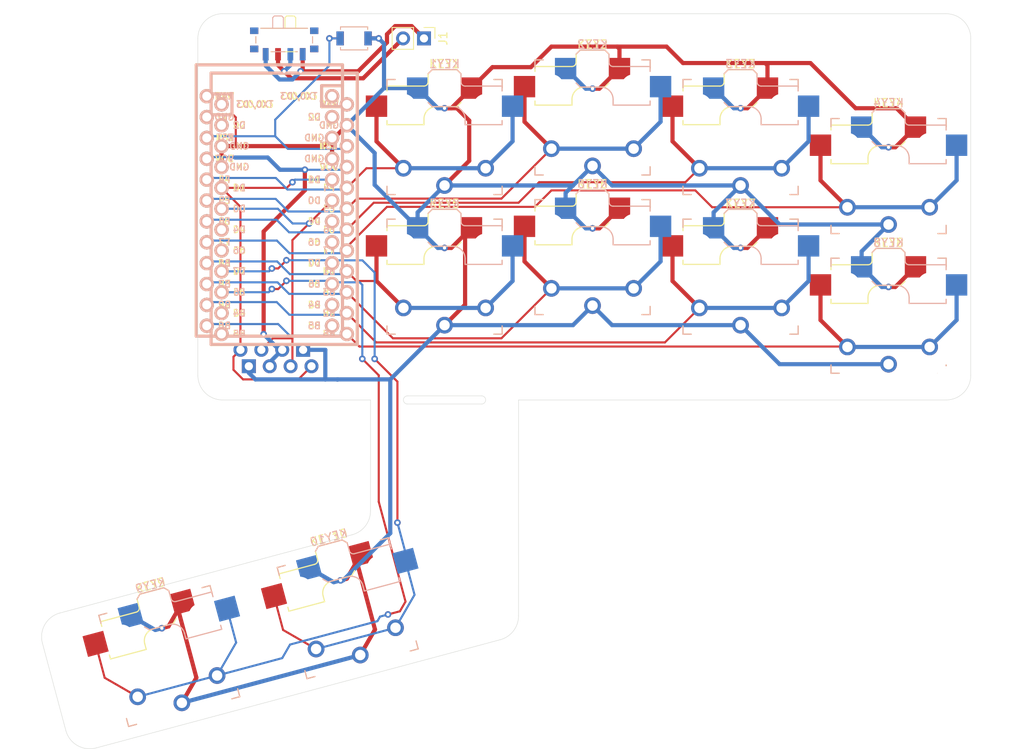
<source format=kicad_pcb>
(kicad_pcb (version 20171130) (host pcbnew 5.1.8)

  (general
    (thickness 1.6)
    (drawings 22)
    (tracks 367)
    (zones 0)
    (modules 27)
    (nets 34)
  )

  (page A4)
  (layers
    (0 F.Cu signal)
    (31 B.Cu signal)
    (32 B.Adhes user hide)
    (33 F.Adhes user hide)
    (34 B.Paste user hide)
    (35 F.Paste user hide)
    (36 B.SilkS user)
    (37 F.SilkS user)
    (38 B.Mask user hide)
    (39 F.Mask user hide)
    (40 Dwgs.User user)
    (41 Cmts.User user)
    (42 Eco1.User user)
    (43 Eco2.User user)
    (44 Edge.Cuts user)
    (45 Margin user hide)
    (46 B.CrtYd user)
    (47 F.CrtYd user)
    (48 B.Fab user hide)
    (49 F.Fab user)
  )

  (setup
    (last_trace_width 0.25)
    (user_trace_width 0.254)
    (user_trace_width 0.508)
    (trace_clearance 0.2)
    (zone_clearance 0.508)
    (zone_45_only yes)
    (trace_min 0.2)
    (via_size 0.8)
    (via_drill 0.4)
    (via_min_size 0.4)
    (via_min_drill 0.3)
    (uvia_size 0.3)
    (uvia_drill 0.1)
    (uvias_allowed no)
    (uvia_min_size 0.2)
    (uvia_min_drill 0.1)
    (edge_width 0.05)
    (segment_width 0.2)
    (pcb_text_width 0.3)
    (pcb_text_size 1.5 1.5)
    (mod_edge_width 0.12)
    (mod_text_size 1 1)
    (mod_text_width 0.15)
    (pad_size 1.7526 1.7526)
    (pad_drill 1.0922)
    (pad_to_mask_clearance 0)
    (aux_axis_origin 0 0)
    (grid_origin 105.901736 50.599424)
    (visible_elements FFFFFF7F)
    (pcbplotparams
      (layerselection 0x010f0_ffffffff)
      (usegerberextensions false)
      (usegerberattributes true)
      (usegerberadvancedattributes true)
      (creategerberjobfile false)
      (excludeedgelayer true)
      (linewidth 0.100000)
      (plotframeref false)
      (viasonmask false)
      (mode 1)
      (useauxorigin false)
      (hpglpennumber 1)
      (hpglpenspeed 20)
      (hpglpendiameter 15.000000)
      (psnegative false)
      (psa4output false)
      (plotreference false)
      (plotvalue false)
      (plotinvisibletext false)
      (padsonsilk false)
      (subtractmaskfromsilk false)
      (outputformat 1)
      (mirror false)
      (drillshape 0)
      (scaleselection 1)
      (outputdirectory "gerber/"))
  )

  (net 0 "")
  (net 1 GND)
  (net 2 R1C1)
  (net 3 R1C2)
  (net 4 R1C3)
  (net 5 R1C4)
  (net 6 R2C1)
  (net 7 R2C2)
  (net 8 R2C3)
  (net 9 R2C4)
  (net 10 "Net-(U1-Pad24)")
  (net 11 "Net-(U1-Pad12)")
  (net 12 "Net-(U1-Pad11)")
  (net 13 "Net-(U1-Pad2)")
  (net 14 "Net-(U1-Pad1)")
  (net 15 VCC)
  (net 16 "Net-(J1-Pad2)")
  (net 17 "Net-(J1-Pad1)")
  (net 18 "Net-(SW1-Pad3)")
  (net 19 "Net-(SW2-Pad3)")
  (net 20 "Net-(U1-Pad8)")
  (net 21 "Net-(U1-Pad7)")
  (net 22 SDA)
  (net 23 SCL)
  (net 24 T1)
  (net 25 T2)
  (net 26 RST)
  (net 27 "Net-(U2-Pad24)")
  (net 28 "Net-(U2-Pad12)")
  (net 29 "Net-(U2-Pad11)")
  (net 30 "Net-(U2-Pad8)")
  (net 31 "Net-(U2-Pad7)")
  (net 32 "Net-(U2-Pad2)")
  (net 33 "Net-(U2-Pad1)")

  (net_class Default "This is the default net class."
    (clearance 0.2)
    (trace_width 0.25)
    (via_dia 0.8)
    (via_drill 0.4)
    (uvia_dia 0.3)
    (uvia_drill 0.1)
    (add_net GND)
    (add_net "Net-(J1-Pad1)")
    (add_net "Net-(J1-Pad2)")
    (add_net "Net-(SW1-Pad3)")
    (add_net "Net-(SW2-Pad3)")
    (add_net "Net-(U1-Pad1)")
    (add_net "Net-(U1-Pad11)")
    (add_net "Net-(U1-Pad12)")
    (add_net "Net-(U1-Pad2)")
    (add_net "Net-(U1-Pad24)")
    (add_net "Net-(U1-Pad7)")
    (add_net "Net-(U1-Pad8)")
    (add_net "Net-(U2-Pad1)")
    (add_net "Net-(U2-Pad11)")
    (add_net "Net-(U2-Pad12)")
    (add_net "Net-(U2-Pad2)")
    (add_net "Net-(U2-Pad24)")
    (add_net "Net-(U2-Pad7)")
    (add_net "Net-(U2-Pad8)")
    (add_net R1C1)
    (add_net R1C2)
    (add_net R1C3)
    (add_net R1C4)
    (add_net R2C1)
    (add_net R2C2)
    (add_net R2C3)
    (add_net R2C4)
    (add_net RST)
    (add_net SCL)
    (add_net SDA)
    (add_net T1)
    (add_net T2)
    (add_net VCC)
  )

  (module MountingHole:MountingHole_2.2mm_M2 (layer F.Cu) (tedit 56D1B4CB) (tstamp 603319D1)
    (at 61.320527 99.739383)
    (descr "Mounting Hole 2.2mm, no annular, M2")
    (tags "mounting hole 2.2mm no annular m2")
    (attr virtual)
    (fp_text reference REF** (at 0 -3.2) (layer F.SilkS) hide
      (effects (font (size 1 1) (thickness 0.15)))
    )
    (fp_text value MountingHole_2.2mm_M2 (at 0 3.2) (layer F.Fab)
      (effects (font (size 1 1) (thickness 0.15)))
    )
    (fp_circle (center 0 0) (end 2.2 0) (layer Cmts.User) (width 0.15))
    (fp_circle (center 0 0) (end 2.45 0) (layer F.CrtYd) (width 0.05))
    (fp_text user %R (at 2 0.5) (layer F.Fab)
      (effects (font (size 1 1) (thickness 0.15)))
    )
    (pad 1 np_thru_hole circle (at 0 0) (size 2.2 2.2) (drill 2.2) (layers *.Cu *.Mask))
  )

  (module MountingHole:MountingHole_2.2mm_M2 (layer F.Cu) (tedit 56D1B4CB) (tstamp 6032E9F4)
    (at 105.901738 68.599424)
    (descr "Mounting Hole 2.2mm, no annular, M2")
    (tags "mounting hole 2.2mm no annular m2")
    (attr virtual)
    (fp_text reference REF** (at 0 -3.2) (layer F.SilkS) hide
      (effects (font (size 1 1) (thickness 0.15)))
    )
    (fp_text value MountingHole_2.2mm_M2 (at 0 3.2) (layer F.Fab)
      (effects (font (size 1 1) (thickness 0.15)))
    )
    (fp_circle (center 0 0) (end 2.2 0) (layer Cmts.User) (width 0.15))
    (fp_circle (center 0 0) (end 2.45 0) (layer F.CrtYd) (width 0.05))
    (fp_text user %R (at 2 0.5) (layer F.Fab)
      (effects (font (size 1 1) (thickness 0.15)))
    )
    (pad 1 np_thru_hole circle (at 0 0) (size 2.2 2.2) (drill 2.2) (layers *.Cu *.Mask))
  )

  (module MountingHole:MountingHole_2.2mm_M2 (layer F.Cu) (tedit 56D1B4CB) (tstamp 6032E9F4)
    (at 105.909097 87.788291)
    (descr "Mounting Hole 2.2mm, no annular, M2")
    (tags "mounting hole 2.2mm no annular m2")
    (attr virtual)
    (fp_text reference REF** (at 0 -3.2) (layer F.SilkS) hide
      (effects (font (size 1 1) (thickness 0.15)))
    )
    (fp_text value MountingHole_2.2mm_M2 (at 0 3.2) (layer F.Fab)
      (effects (font (size 1 1) (thickness 0.15)))
    )
    (fp_circle (center 0 0) (end 2.2 0) (layer Cmts.User) (width 0.15))
    (fp_circle (center 0 0) (end 2.45 0) (layer F.CrtYd) (width 0.05))
    (fp_text user %R (at 2 0.5) (layer F.Fab)
      (effects (font (size 1 1) (thickness 0.15)))
    )
    (pad 1 np_thru_hole circle (at 0 0) (size 2.2 2.2) (drill 2.2) (layers *.Cu *.Mask))
  )

  (module MountingHole:MountingHole_2.2mm_M2 (layer F.Cu) (tedit 56D1B4CB) (tstamp 6032E9F4)
    (at 83.536821 93.786545)
    (descr "Mounting Hole 2.2mm, no annular, M2")
    (tags "mounting hole 2.2mm no annular m2")
    (attr virtual)
    (fp_text reference REF** (at 0 -3.2) (layer F.SilkS) hide
      (effects (font (size 1 1) (thickness 0.15)))
    )
    (fp_text value MountingHole_2.2mm_M2 (at 0 3.2) (layer F.Fab)
      (effects (font (size 1 1) (thickness 0.15)))
    )
    (fp_circle (center 0 0) (end 2.2 0) (layer Cmts.User) (width 0.15))
    (fp_circle (center 0 0) (end 2.45 0) (layer F.CrtYd) (width 0.05))
    (fp_text user %R (at 2 0.5) (layer F.Fab)
      (effects (font (size 1 1) (thickness 0.15)))
    )
    (pad 1 np_thru_hole circle (at 0 0) (size 2.2 2.2) (drill 2.2) (layers *.Cu *.Mask))
  )

  (module MountingHole:MountingHole_2.2mm_M2 (layer F.Cu) (tedit 56D1B4CB) (tstamp 60327EE8)
    (at 78.901739 62.599424)
    (descr "Mounting Hole 2.2mm, no annular, M2")
    (tags "mounting hole 2.2mm no annular m2")
    (attr virtual)
    (fp_text reference REF** (at 0 -3.2) (layer F.SilkS) hide
      (effects (font (size 1 1) (thickness 0.15)))
    )
    (fp_text value MountingHole_2.2mm_M2 (at 0 3.2) (layer F.Fab)
      (effects (font (size 1 1) (thickness 0.15)))
    )
    (fp_circle (center 0 0) (end 2.45 0) (layer F.CrtYd) (width 0.05))
    (fp_circle (center 0 0) (end 2.2 0) (layer Cmts.User) (width 0.15))
    (fp_text user %R (at 0.3 0) (layer F.Fab)
      (effects (font (size 1 1) (thickness 0.15)))
    )
    (pad 1 np_thru_hole circle (at 0 0) (size 2.2 2.2) (drill 2.2) (layers *.Cu *.Mask))
  )

  (module Keebio-Parts:ArduinoProMicro (layer B.Cu) (tedit 6031933A) (tstamp 6031A02D)
    (at 84.601739 42.599424 270)
    (path /603259AA)
    (fp_text reference U2 (at 0 -1.625 270) (layer B.SilkS) hide
      (effects (font (size 1.27 1.524) (thickness 0.2032)) (justify mirror))
    )
    (fp_text value ProMicro (at 0 0 270) (layer B.SilkS) hide
      (effects (font (size 1.27 1.524) (thickness 0.2032)) (justify mirror))
    )
    (fp_line (start -12.7 -6.35) (end -12.7 -8.89) (layer F.SilkS) (width 0.381))
    (fp_line (start -15.24 -6.35) (end -12.7 -6.35) (layer F.SilkS) (width 0.381))
    (fp_line (start -15.24 -8.89) (end 15.24 -8.89) (layer B.SilkS) (width 0.381))
    (fp_line (start 15.24 -8.89) (end 15.24 8.89) (layer B.SilkS) (width 0.381))
    (fp_line (start 15.24 8.89) (end -15.24 8.89) (layer B.SilkS) (width 0.381))
    (fp_line (start -15.24 -6.35) (end -12.7 -6.35) (layer B.SilkS) (width 0.381))
    (fp_line (start -12.7 -6.35) (end -12.7 -8.89) (layer B.SilkS) (width 0.381))
    (fp_poly (pts (xy -9.36064 4.931568) (xy -9.06064 4.931568) (xy -9.06064 4.831568) (xy -9.36064 4.831568)) (layer B.SilkS) (width 0.15))
    (fp_poly (pts (xy -8.96064 4.731568) (xy -8.86064 4.731568) (xy -8.86064 4.631568) (xy -8.96064 4.631568)) (layer B.SilkS) (width 0.15))
    (fp_poly (pts (xy -9.36064 4.931568) (xy -9.26064 4.931568) (xy -9.26064 4.431568) (xy -9.36064 4.431568)) (layer B.SilkS) (width 0.15))
    (fp_poly (pts (xy -9.36064 4.531568) (xy -8.56064 4.531568) (xy -8.56064 4.431568) (xy -9.36064 4.431568)) (layer B.SilkS) (width 0.15))
    (fp_poly (pts (xy -8.76064 4.931568) (xy -8.56064 4.931568) (xy -8.56064 4.831568) (xy -8.76064 4.831568)) (layer B.SilkS) (width 0.15))
    (fp_poly (pts (xy -8.95097 6.044635) (xy -8.85097 6.044635) (xy -8.85097 6.144635) (xy -8.95097 6.144635)) (layer F.SilkS) (width 0.15))
    (fp_poly (pts (xy -9.35097 6.244635) (xy -8.55097 6.244635) (xy -8.55097 6.344635) (xy -9.35097 6.344635)) (layer F.SilkS) (width 0.15))
    (fp_poly (pts (xy -8.75097 5.844635) (xy -8.55097 5.844635) (xy -8.55097 5.944635) (xy -8.75097 5.944635)) (layer F.SilkS) (width 0.15))
    (fp_poly (pts (xy -9.35097 5.844635) (xy -9.05097 5.844635) (xy -9.05097 5.944635) (xy -9.35097 5.944635)) (layer F.SilkS) (width 0.15))
    (fp_poly (pts (xy -9.35097 5.844635) (xy -9.25097 5.844635) (xy -9.25097 6.344635) (xy -9.35097 6.344635)) (layer F.SilkS) (width 0.15))
    (fp_line (start 15.24 8.89) (end -17.78 8.89) (layer F.SilkS) (width 0.381))
    (fp_line (start 15.24 -8.89) (end 15.24 8.89) (layer F.SilkS) (width 0.381))
    (fp_line (start -17.78 -8.89) (end 15.24 -8.89) (layer F.SilkS) (width 0.381))
    (fp_line (start -17.78 8.89) (end -17.78 -8.89) (layer F.SilkS) (width 0.381))
    (fp_line (start -15.24 8.89) (end -17.78 8.89) (layer B.SilkS) (width 0.381))
    (fp_line (start -17.78 8.89) (end -17.78 -8.89) (layer B.SilkS) (width 0.381))
    (fp_line (start -17.78 -8.89) (end -15.24 -8.89) (layer B.SilkS) (width 0.381))
    (fp_line (start -14.224 3.556) (end -14.224 -3.81) (layer Dwgs.User) (width 0.2))
    (fp_line (start -14.224 -3.81) (end -19.304 -3.81) (layer Dwgs.User) (width 0.2))
    (fp_line (start -19.304 -3.81) (end -19.304 3.556) (layer Dwgs.User) (width 0.2))
    (fp_line (start -19.304 3.556) (end -14.224 3.556) (layer Dwgs.User) (width 0.2))
    (fp_line (start -15.24 -6.35) (end -15.24 -8.89) (layer F.SilkS) (width 0.381))
    (fp_line (start -15.24 -6.35) (end -15.24 -8.89) (layer B.SilkS) (width 0.381))
    (fp_text user D2 (at -11.43 -5.461) (layer F.SilkS)
      (effects (font (size 0.8 0.8) (thickness 0.15)))
    )
    (fp_text user D0 (at -1.27 -5.461) (layer F.SilkS)
      (effects (font (size 0.8 0.8) (thickness 0.15)))
    )
    (fp_text user D1 (at -3.81 -5.461) (layer F.SilkS)
      (effects (font (size 0.8 0.8) (thickness 0.15)))
    )
    (fp_text user GND (at -6.35 -5.461) (layer F.SilkS)
      (effects (font (size 0.8 0.8) (thickness 0.15)))
    )
    (fp_text user GND (at -8.89 -5.461) (layer F.SilkS)
      (effects (font (size 0.8 0.8) (thickness 0.15)))
    )
    (fp_text user D4 (at 1.27 -5.461) (layer F.SilkS)
      (effects (font (size 0.8 0.8) (thickness 0.15)))
    )
    (fp_text user C6 (at 3.81 -5.461) (layer F.SilkS)
      (effects (font (size 0.8 0.8) (thickness 0.15)))
    )
    (fp_text user D7 (at 6.35 -5.461) (layer F.SilkS)
      (effects (font (size 0.8 0.8) (thickness 0.15)))
    )
    (fp_text user E6 (at 8.89 -5.461) (layer F.SilkS)
      (effects (font (size 0.8 0.8) (thickness 0.15)))
    )
    (fp_text user B4 (at 11.43 -5.461) (layer F.SilkS)
      (effects (font (size 0.8 0.8) (thickness 0.15)))
    )
    (fp_text user B5 (at 13.97 -5.461) (layer F.SilkS)
      (effects (font (size 0.8 0.8) (thickness 0.15)))
    )
    (fp_text user B6 (at 13.97 5.461) (layer F.SilkS)
      (effects (font (size 0.8 0.8) (thickness 0.15)))
    )
    (fp_text user B2 (at 11.43 5.461) (layer B.SilkS)
      (effects (font (size 0.8 0.8) (thickness 0.15)) (justify mirror))
    )
    (fp_text user B3 (at 8.89 5.461) (layer F.SilkS)
      (effects (font (size 0.8 0.8) (thickness 0.15)))
    )
    (fp_text user B1 (at 6.35 5.461) (layer F.SilkS)
      (effects (font (size 0.8 0.8) (thickness 0.15)))
    )
    (fp_text user F7 (at 3.81 5.461) (layer B.SilkS)
      (effects (font (size 0.8 0.8) (thickness 0.15)) (justify mirror))
    )
    (fp_text user F6 (at 1.27 5.461) (layer B.SilkS)
      (effects (font (size 0.8 0.8) (thickness 0.15)) (justify mirror))
    )
    (fp_text user F5 (at -1.27 5.461) (layer B.SilkS)
      (effects (font (size 0.8 0.8) (thickness 0.15)) (justify mirror))
    )
    (fp_text user F4 (at -3.81 5.461) (layer F.SilkS)
      (effects (font (size 0.8 0.8) (thickness 0.15)))
    )
    (fp_text user VCC (at -6.35 5.461) (layer F.SilkS)
      (effects (font (size 0.8 0.8) (thickness 0.15)))
    )
    (fp_text user GND (at -11.43 5.461) (layer F.SilkS)
      (effects (font (size 0.8 0.8) (thickness 0.15)))
    )
    (fp_text user RAW (at -13.97 5.461) (layer F.SilkS)
      (effects (font (size 0.8 0.8) (thickness 0.15)))
    )
    (fp_text user RAW (at -13.97 5.461) (layer B.SilkS)
      (effects (font (size 0.8 0.8) (thickness 0.15)) (justify mirror))
    )
    (fp_text user GND (at -11.43 5.461) (layer B.SilkS)
      (effects (font (size 0.8 0.8) (thickness 0.15)) (justify mirror))
    )
    (fp_text user ST (at -8.92 5.73312) (layer B.SilkS)
      (effects (font (size 0.8 0.8) (thickness 0.15)) (justify mirror))
    )
    (fp_text user VCC (at -6.35 5.461) (layer B.SilkS)
      (effects (font (size 0.8 0.8) (thickness 0.15)) (justify mirror))
    )
    (fp_text user F4 (at -3.81 5.461) (layer B.SilkS)
      (effects (font (size 0.8 0.8) (thickness 0.15)) (justify mirror))
    )
    (fp_text user F5 (at -1.27 5.461) (layer F.SilkS)
      (effects (font (size 0.8 0.8) (thickness 0.15)))
    )
    (fp_text user F6 (at 1.27 5.461) (layer F.SilkS)
      (effects (font (size 0.8 0.8) (thickness 0.15)))
    )
    (fp_text user F7 (at 3.81 5.461) (layer F.SilkS)
      (effects (font (size 0.8 0.8) (thickness 0.15)))
    )
    (fp_text user B1 (at 6.35 5.461) (layer B.SilkS)
      (effects (font (size 0.8 0.8) (thickness 0.15)) (justify mirror))
    )
    (fp_text user B3 (at 8.89 5.461) (layer B.SilkS)
      (effects (font (size 0.8 0.8) (thickness 0.15)) (justify mirror))
    )
    (fp_text user B2 (at 11.43 5.461) (layer F.SilkS)
      (effects (font (size 0.8 0.8) (thickness 0.15)))
    )
    (fp_text user B6 (at 13.97 5.461) (layer B.SilkS)
      (effects (font (size 0.8 0.8) (thickness 0.15)) (justify mirror))
    )
    (fp_text user B5 (at 13.97 -5.461) (layer B.SilkS)
      (effects (font (size 0.8 0.8) (thickness 0.15)) (justify mirror))
    )
    (fp_text user B4 (at 11.43 -5.461) (layer B.SilkS)
      (effects (font (size 0.8 0.8) (thickness 0.15)) (justify mirror))
    )
    (fp_text user E6 (at 8.89 -5.461) (layer B.SilkS)
      (effects (font (size 0.8 0.8) (thickness 0.15)) (justify mirror))
    )
    (fp_text user D7 (at 6.35 -5.461) (layer B.SilkS)
      (effects (font (size 0.8 0.8) (thickness 0.15)) (justify mirror))
    )
    (fp_text user C6 (at 3.81 -5.461) (layer B.SilkS)
      (effects (font (size 0.8 0.8) (thickness 0.15)) (justify mirror))
    )
    (fp_text user D4 (at 1.27 -5.461) (layer B.SilkS)
      (effects (font (size 0.8 0.8) (thickness 0.15)) (justify mirror))
    )
    (fp_text user GND (at -8.89 -5.461) (layer B.SilkS)
      (effects (font (size 0.8 0.8) (thickness 0.15)) (justify mirror))
    )
    (fp_text user GND (at -6.35 -5.461) (layer B.SilkS)
      (effects (font (size 0.8 0.8) (thickness 0.15)) (justify mirror))
    )
    (fp_text user D1 (at -3.81 -5.461) (layer B.SilkS)
      (effects (font (size 0.8 0.8) (thickness 0.15)) (justify mirror))
    )
    (fp_text user D0 (at -1.27 -5.461) (layer B.SilkS)
      (effects (font (size 0.8 0.8) (thickness 0.15)) (justify mirror))
    )
    (fp_text user D2 (at -11.43 -5.461) (layer B.SilkS)
      (effects (font (size 0.8 0.8) (thickness 0.15)) (justify mirror))
    )
    (fp_text user TX0/D3 (at -13.97 -3.571872) (layer F.SilkS)
      (effects (font (size 0.8 0.8) (thickness 0.15)))
    )
    (fp_text user TX0/D3 (at -13.97 -3.571872) (layer B.SilkS)
      (effects (font (size 0.8 0.8) (thickness 0.15)) (justify mirror))
    )
    (fp_text user ST (at -8.91 5.04) (layer F.SilkS)
      (effects (font (size 0.8 0.8) (thickness 0.15)))
    )
    (pad 1 thru_hole circle (at -13.97 -7.62 270) (size 1.7526 1.7526) (drill 1.0922) (layers *.Cu *.SilkS *.Mask)
      (net 33 "Net-(U2-Pad1)"))
    (pad 2 thru_hole circle (at -11.43 -7.62 270) (size 1.7526 1.7526) (drill 1.0922) (layers *.Cu *.SilkS *.Mask)
      (net 32 "Net-(U2-Pad2)"))
    (pad 3 thru_hole circle (at -8.89 -7.62 270) (size 1.7526 1.7526) (drill 1.0922) (layers *.Cu *.SilkS *.Mask)
      (net 1 GND))
    (pad 4 thru_hole circle (at -6.35 -7.62 270) (size 1.7526 1.7526) (drill 1.0922) (layers *.Cu *.SilkS *.Mask)
      (net 1 GND))
    (pad 5 thru_hole circle (at -3.81 -7.62 270) (size 1.7526 1.7526) (drill 1.0922) (layers *.Cu *.SilkS *.Mask)
      (net 22 SDA))
    (pad 6 thru_hole circle (at -1.27 -7.62 270) (size 1.7526 1.7526) (drill 1.0922) (layers *.Cu *.SilkS *.Mask)
      (net 23 SCL))
    (pad 7 thru_hole circle (at 1.27 -7.62 270) (size 1.7526 1.7526) (drill 1.0922) (layers *.Cu *.SilkS *.Mask)
      (net 31 "Net-(U2-Pad7)"))
    (pad 8 thru_hole circle (at 3.81 -7.62 270) (size 1.7526 1.7526) (drill 1.0922) (layers *.Cu *.SilkS *.Mask)
      (net 30 "Net-(U2-Pad8)"))
    (pad 9 thru_hole circle (at 6.35 -7.62 270) (size 1.7526 1.7526) (drill 1.0922) (layers *.Cu *.SilkS *.Mask)
      (net 24 T1))
    (pad 10 thru_hole circle (at 8.89 -7.62 270) (size 1.7526 1.7526) (drill 1.0922) (layers *.Cu *.SilkS *.Mask)
      (net 25 T2))
    (pad 11 thru_hole circle (at 11.43 -7.62 270) (size 1.7526 1.7526) (drill 1.0922) (layers *.Cu *.SilkS *.Mask)
      (net 29 "Net-(U2-Pad11)"))
    (pad 13 thru_hole circle (at 13.97 7.62 270) (size 1.7526 1.7526) (drill 1.0922) (layers *.Cu *.SilkS *.Mask)
      (net 9 R2C4))
    (pad 14 thru_hole circle (at 11.43 7.62 270) (size 1.7526 1.7526) (drill 1.0922) (layers *.Cu *.SilkS *.Mask)
      (net 8 R2C3))
    (pad 15 thru_hole circle (at 8.89 7.62 270) (size 1.7526 1.7526) (drill 1.0922) (layers *.Cu *.SilkS *.Mask)
      (net 7 R2C2))
    (pad 16 thru_hole circle (at 6.35 7.62 270) (size 1.7526 1.7526) (drill 1.0922) (layers *.Cu *.SilkS *.Mask)
      (net 6 R2C1))
    (pad 17 thru_hole circle (at 3.81 7.62 270) (size 1.7526 1.7526) (drill 1.0922) (layers *.Cu *.SilkS *.Mask)
      (net 5 R1C4))
    (pad 18 thru_hole circle (at 1.27 7.62 270) (size 1.7526 1.7526) (drill 1.0922) (layers *.Cu *.SilkS *.Mask)
      (net 4 R1C3))
    (pad 19 thru_hole circle (at -1.27 7.62 270) (size 1.7526 1.7526) (drill 1.0922) (layers *.Cu *.SilkS *.Mask)
      (net 3 R1C2))
    (pad 20 thru_hole circle (at -3.81 7.62 270) (size 1.7526 1.7526) (drill 1.0922) (layers *.Cu *.SilkS *.Mask)
      (net 2 R1C1))
    (pad 21 thru_hole circle (at -6.35 7.62 270) (size 1.7526 1.7526) (drill 1.0922) (layers *.Cu *.SilkS *.Mask)
      (net 15 VCC))
    (pad 22 thru_hole circle (at -8.89 7.62 270) (size 1.7526 1.7526) (drill 1.0922) (layers *.Cu *.SilkS *.Mask)
      (net 26 RST))
    (pad 23 thru_hole circle (at -11.43 7.62 270) (size 1.7526 1.7526) (drill 1.0922) (layers *.Cu *.SilkS *.Mask)
      (net 1 GND))
    (pad 12 thru_hole circle (at 13.97 -7.62 270) (size 1.7526 1.7526) (drill 1.0922) (layers *.Cu *.SilkS *.Mask)
      (net 28 "Net-(U2-Pad12)"))
    (pad 24 thru_hole circle (at -13.97 7.62 270) (size 1.7526 1.7526) (drill 1.0922) (layers *.Cu *.SilkS *.Mask)
      (net 27 "Net-(U2-Pad24)"))
    (model /Users/danny/Documents/proj/custom-keyboard/kicad-libs/3d_models/ArduinoProMicro.wrl
      (offset (xyz -13.96999979019165 -7.619999885559082 -5.841999912261963))
      (scale (xyz 0.395 0.395 0.395))
      (rotate (xyz 90 180 180))
    )
  )

  (module keyswitches:Kailh_socket_PG1350_optional_reversible (layer F.Cu) (tedit 5DD50FEF) (tstamp 60319DF9)
    (at 94.124802 90.945883 15)
    (descr "Kailh \"Choc\" PG1350 keyswitch with optional socket mount, reversible")
    (tags kailh,choc)
    (path /6032830B)
    (fp_text reference KEY10 (at 0 -8.89 15) (layer F.SilkS)
      (effects (font (size 1 1) (thickness 0.15)))
    )
    (fp_text value SW_Push (at 0 8.255 15) (layer F.Fab)
      (effects (font (size 1 1) (thickness 0.15)))
    )
    (fp_line (start -7.5 7.5) (end -7.5 -7.5) (layer F.Fab) (width 0.15))
    (fp_line (start 7.5 7.5) (end -7.5 7.5) (layer F.Fab) (width 0.15))
    (fp_line (start 7.5 -7.5) (end 7.5 7.5) (layer F.Fab) (width 0.15))
    (fp_line (start -7.5 -7.5) (end 7.5 -7.5) (layer F.Fab) (width 0.15))
    (fp_line (start -7 -5) (end -9.5 -5) (layer F.Fab) (width 0.12))
    (fp_line (start -7 -1.5) (end -7 -6.2) (layer F.Fab) (width 0.12))
    (fp_line (start 1.5 -8.2) (end -1.5 -8.2) (layer F.Fab) (width 0.15))
    (fp_line (start 2 -7.7) (end 1.5 -8.2) (layer F.Fab) (width 0.15))
    (fp_line (start 1.5 -3.7) (end -1 -3.7) (layer F.Fab) (width 0.15))
    (fp_line (start 2 -4.2) (end 1.5 -3.7) (layer F.Fab) (width 0.15))
    (fp_line (start -7 -6.2) (end -2.5 -6.2) (layer F.Fab) (width 0.15))
    (fp_line (start -2 -6.7) (end -2 -7.7) (layer F.Fab) (width 0.15))
    (fp_line (start -1.5 -8.2) (end -2 -7.7) (layer F.Fab) (width 0.15))
    (fp_line (start -2.5 -1.5) (end -7 -1.5) (layer F.Fab) (width 0.15))
    (fp_line (start -2.5 -2.2) (end -2.5 -1.5) (layer F.Fab) (width 0.15))
    (fp_line (start 2 -4.25) (end 2 -7.7) (layer F.Fab) (width 0.12))
    (fp_line (start -9.5 -5) (end -9.5 -2.5) (layer F.Fab) (width 0.12))
    (fp_line (start 4.5 -7.25) (end 2 -7.25) (layer F.Fab) (width 0.12))
    (fp_line (start 4.5 -4.75) (end 4.5 -7.25) (layer F.Fab) (width 0.12))
    (fp_line (start 2 -4.75) (end 4.5 -4.75) (layer F.Fab) (width 0.12))
    (fp_line (start -9.5 -2.5) (end -7 -2.5) (layer F.Fab) (width 0.12))
    (fp_line (start 7 -5) (end 9.5 -5) (layer B.Fab) (width 0.12))
    (fp_line (start 7 -1.5) (end 7 -6.2) (layer B.Fab) (width 0.12))
    (fp_line (start -1.5 -8.2) (end 1.5 -8.2) (layer B.Fab) (width 0.15))
    (fp_line (start -2 -7.7) (end -1.5 -8.2) (layer B.Fab) (width 0.15))
    (fp_line (start -1.5 -3.7) (end 1 -3.7) (layer B.Fab) (width 0.15))
    (fp_line (start -2 -4.2) (end -1.5 -3.7) (layer B.Fab) (width 0.15))
    (fp_line (start 7 -6.2) (end 2.5 -6.2) (layer B.Fab) (width 0.15))
    (fp_line (start 2 -6.7) (end 2 -7.7) (layer B.Fab) (width 0.15))
    (fp_line (start 1.5 -8.2) (end 2 -7.7) (layer B.Fab) (width 0.15))
    (fp_line (start 2.5 -1.5) (end 7 -1.5) (layer B.Fab) (width 0.15))
    (fp_line (start 2.5 -2.2) (end 2.5 -1.5) (layer B.Fab) (width 0.15))
    (fp_line (start -2 -4.25) (end -2 -7.7) (layer B.Fab) (width 0.12))
    (fp_line (start 9.5 -5) (end 9.5 -2.5) (layer B.Fab) (width 0.12))
    (fp_line (start -4.5 -7.25) (end -2 -7.25) (layer B.Fab) (width 0.12))
    (fp_line (start -4.5 -4.75) (end -4.5 -7.25) (layer B.Fab) (width 0.12))
    (fp_line (start -2 -4.75) (end -4.5 -4.75) (layer B.Fab) (width 0.12))
    (fp_line (start 9.5 -2.5) (end 7 -2.5) (layer B.Fab) (width 0.12))
    (fp_line (start -2.5 -2.2) (end -2.5 -1.5) (layer F.SilkS) (width 0.15))
    (fp_line (start -2.5 -1.5) (end -7 -1.5) (layer F.SilkS) (width 0.15))
    (fp_line (start -1.5 -8.2) (end -2 -7.7) (layer F.SilkS) (width 0.15))
    (fp_line (start -2 -6.7) (end -2 -7.7) (layer F.SilkS) (width 0.15))
    (fp_line (start -7 -6.2) (end -2.5 -6.2) (layer F.SilkS) (width 0.15))
    (fp_line (start 2 -4.2) (end 1.5 -3.7) (layer F.SilkS) (width 0.15))
    (fp_line (start -7 -5.6) (end -7 -6.2) (layer F.SilkS) (width 0.15))
    (fp_line (start 1.5 -3.7) (end -1 -3.7) (layer F.SilkS) (width 0.15))
    (fp_line (start 2 -7.7) (end 1.5 -8.2) (layer F.SilkS) (width 0.15))
    (fp_line (start 1.5 -8.2) (end -1.5 -8.2) (layer F.SilkS) (width 0.15))
    (fp_line (start -7 -1.5) (end -7 -2) (layer F.SilkS) (width 0.15))
    (fp_line (start 2.5 -2.2) (end 2.5 -1.5) (layer B.SilkS) (width 0.15))
    (fp_line (start 2.5 -1.5) (end 7 -1.5) (layer B.SilkS) (width 0.15))
    (fp_line (start 1.5 -8.2) (end 2 -7.7) (layer B.SilkS) (width 0.15))
    (fp_line (start 2 -6.7) (end 2 -7.7) (layer B.SilkS) (width 0.15))
    (fp_line (start 7 -6.2) (end 2.5 -6.2) (layer B.SilkS) (width 0.15))
    (fp_line (start -2 -4.2) (end -1.5 -3.7) (layer B.SilkS) (width 0.15))
    (fp_line (start 7 -5.6) (end 7 -6.2) (layer B.SilkS) (width 0.15))
    (fp_line (start -1.5 -3.7) (end 1 -3.7) (layer B.SilkS) (width 0.15))
    (fp_line (start -2 -7.7) (end -1.5 -8.2) (layer B.SilkS) (width 0.15))
    (fp_line (start -1.5 -8.2) (end 1.5 -8.2) (layer B.SilkS) (width 0.15))
    (fp_line (start 7 -1.5) (end 7 -2) (layer B.SilkS) (width 0.15))
    (fp_line (start -7 -7) (end -6 -7) (layer B.SilkS) (width 0.15))
    (fp_line (start -7 -6) (end -7 -7) (layer B.SilkS) (width 0.15))
    (fp_line (start 7 -7) (end 7 -6) (layer B.SilkS) (width 0.15))
    (fp_line (start 6 -7) (end 7 -7) (layer B.SilkS) (width 0.15))
    (fp_line (start 7 6) (end 7 7) (layer B.SilkS) (width 0.15))
    (fp_line (start 7 7) (end 6 7) (layer B.SilkS) (width 0.15))
    (fp_line (start -7 7) (end -7 6) (layer B.SilkS) (width 0.15))
    (fp_line (start -6 7) (end -7 7) (layer B.SilkS) (width 0.15))
    (fp_line (start -7.5 7.5) (end -7.5 -7.5) (layer B.Fab) (width 0.15))
    (fp_line (start 7.5 7.5) (end -7.5 7.5) (layer B.Fab) (width 0.15))
    (fp_line (start 7.5 -7.5) (end 7.5 7.5) (layer B.Fab) (width 0.15))
    (fp_line (start -7.5 -7.5) (end 7.5 -7.5) (layer B.Fab) (width 0.15))
    (fp_line (start -6.9 6.9) (end -6.9 -6.9) (layer Eco2.User) (width 0.15))
    (fp_line (start 6.9 -6.9) (end 6.9 6.9) (layer Eco2.User) (width 0.15))
    (fp_line (start 6.9 -6.9) (end -6.9 -6.9) (layer Eco2.User) (width 0.15))
    (fp_line (start -6.9 6.9) (end 6.9 6.9) (layer Eco2.User) (width 0.15))
    (fp_line (start 7 -7) (end 7 -6) (layer F.SilkS) (width 0.15))
    (fp_line (start 6 -7) (end 7 -7) (layer F.SilkS) (width 0.15))
    (fp_line (start 7 7) (end 6 7) (layer F.SilkS) (width 0.15))
    (fp_line (start 7 6) (end 7 7) (layer F.SilkS) (width 0.15))
    (fp_line (start -7 7) (end -7 6) (layer F.SilkS) (width 0.15))
    (fp_line (start -6 7) (end -7 7) (layer F.SilkS) (width 0.15))
    (fp_line (start -7 -7) (end -6 -7) (layer F.SilkS) (width 0.15))
    (fp_line (start -7 -6) (end -7 -7) (layer F.SilkS) (width 0.15))
    (fp_line (start -2.6 -3.1) (end -2.6 -6.3) (layer Eco2.User) (width 0.15))
    (fp_line (start 2.6 -6.3) (end -2.6 -6.3) (layer Eco2.User) (width 0.15))
    (fp_line (start 2.6 -3.1) (end 2.6 -6.3) (layer Eco2.User) (width 0.15))
    (fp_line (start -2.6 -3.1) (end 2.6 -3.1) (layer Eco2.User) (width 0.15))
    (fp_text user %V (at 0 8.255 15) (layer B.Fab)
      (effects (font (size 1 1) (thickness 0.15)) (justify mirror))
    )
    (fp_text user %R (at 0 -8.89 15) (layer B.SilkS)
      (effects (font (size 1 1) (thickness 0.15)) (justify mirror))
    )
    (fp_text user %R (at -2.25 -4.75 15) (layer F.Fab)
      (effects (font (size 1 1) (thickness 0.15)))
    )
    (fp_arc (start -2.5 -6.7) (end -2 -6.7) (angle 90) (layer F.Fab) (width 0.15))
    (fp_arc (start -1 -2.2) (end -2.5 -2.2) (angle 90) (layer F.Fab) (width 0.15))
    (fp_text user %R (at 3 -5 195) (layer B.Fab)
      (effects (font (size 1 1) (thickness 0.15)) (justify mirror))
    )
    (fp_arc (start 2.5 -6.7) (end 2 -6.7) (angle -90) (layer B.Fab) (width 0.15))
    (fp_arc (start 1 -2.2) (end 2.5 -2.2) (angle -90) (layer B.Fab) (width 0.15))
    (fp_arc (start -1 -2.2) (end -2.5 -2.2) (angle 90) (layer F.SilkS) (width 0.15))
    (fp_arc (start -2.5 -6.7) (end -2 -6.7) (angle 90) (layer F.SilkS) (width 0.15))
    (fp_arc (start 1 -2.2) (end 2.5 -2.2) (angle -90) (layer B.SilkS) (width 0.15))
    (fp_arc (start 2.5 -6.7) (end 2 -6.7) (angle -90) (layer B.SilkS) (width 0.15))
    (pad "" np_thru_hole circle (at -5.5 0 15) (size 1.7018 1.7018) (drill 1.7018) (layers *.Cu *.Mask))
    (pad "" np_thru_hole circle (at 5.5 0 15) (size 1.7018 1.7018) (drill 1.7018) (layers *.Cu *.Mask))
    (pad 1 smd rect (at 3.275 -5.95 15) (size 2.6 2.6) (layers F.Cu F.Paste F.Mask)
      (net 1 GND))
    (pad "" np_thru_hole circle (at -5 -3.75 15) (size 3 3) (drill 3) (layers *.Cu *.Mask))
    (pad "" np_thru_hole circle (at 0 0 15) (size 3.429 3.429) (drill 3.429) (layers *.Cu *.Mask))
    (pad 2 thru_hole circle (at 5 3.8 15) (size 2.032 2.032) (drill 1.27) (layers *.Cu *.Mask)
      (net 24 T1))
    (pad 1 thru_hole circle (at 0 5.9 15) (size 2.032 2.032) (drill 1.27) (layers *.Cu *.Mask)
      (net 1 GND))
    (pad "" np_thru_hole circle (at 0 -5.95 15) (size 3 3) (drill 3) (layers *.Cu *.Mask))
    (pad 2 smd rect (at -8.275 -3.75 15) (size 2.6 2.6) (layers F.Cu F.Paste F.Mask)
      (net 24 T1))
    (pad "" np_thru_hole circle (at 5 -3.75 15) (size 3 3) (drill 3) (layers *.Cu *.Mask))
    (pad 1 smd rect (at -3.275 -5.95 15) (size 2.6 2.6) (layers B.Cu B.Paste B.Mask)
      (net 1 GND))
    (pad 2 smd rect (at 8.275 -3.75 15) (size 2.6 2.6) (layers B.Cu B.Paste B.Mask)
      (net 24 T1))
    (pad 2 thru_hole circle (at -5 3.8 15) (size 2.032 2.032) (drill 1.27) (layers *.Cu *.Mask)
      (net 24 T1))
  )

  (module keyswitches:Kailh_socket_PG1350_optional_reversible (layer F.Cu) (tedit 5DD50FEF) (tstamp 60319D84)
    (at 72.428674 96.762964 15)
    (descr "Kailh \"Choc\" PG1350 keyswitch with optional socket mount, reversible")
    (tags kailh,choc)
    (path /60328305)
    (fp_text reference KEY9 (at 0 -8.89 15) (layer F.SilkS)
      (effects (font (size 1 1) (thickness 0.15)))
    )
    (fp_text value SW_Push (at 0 8.255 15) (layer F.Fab)
      (effects (font (size 1 1) (thickness 0.15)))
    )
    (fp_line (start -7.5 7.5) (end -7.5 -7.5) (layer F.Fab) (width 0.15))
    (fp_line (start 7.5 7.5) (end -7.5 7.5) (layer F.Fab) (width 0.15))
    (fp_line (start 7.5 -7.5) (end 7.5 7.5) (layer F.Fab) (width 0.15))
    (fp_line (start -7.5 -7.5) (end 7.5 -7.5) (layer F.Fab) (width 0.15))
    (fp_line (start -7 -5) (end -9.5 -5) (layer F.Fab) (width 0.12))
    (fp_line (start -7 -1.5) (end -7 -6.2) (layer F.Fab) (width 0.12))
    (fp_line (start 1.5 -8.2) (end -1.5 -8.2) (layer F.Fab) (width 0.15))
    (fp_line (start 2 -7.7) (end 1.5 -8.2) (layer F.Fab) (width 0.15))
    (fp_line (start 1.5 -3.7) (end -1 -3.7) (layer F.Fab) (width 0.15))
    (fp_line (start 2 -4.2) (end 1.5 -3.7) (layer F.Fab) (width 0.15))
    (fp_line (start -7 -6.2) (end -2.5 -6.2) (layer F.Fab) (width 0.15))
    (fp_line (start -2 -6.7) (end -2 -7.7) (layer F.Fab) (width 0.15))
    (fp_line (start -1.5 -8.2) (end -2 -7.7) (layer F.Fab) (width 0.15))
    (fp_line (start -2.5 -1.5) (end -7 -1.5) (layer F.Fab) (width 0.15))
    (fp_line (start -2.5 -2.2) (end -2.5 -1.5) (layer F.Fab) (width 0.15))
    (fp_line (start 2 -4.25) (end 2 -7.7) (layer F.Fab) (width 0.12))
    (fp_line (start -9.5 -5) (end -9.5 -2.5) (layer F.Fab) (width 0.12))
    (fp_line (start 4.5 -7.25) (end 2 -7.25) (layer F.Fab) (width 0.12))
    (fp_line (start 4.5 -4.75) (end 4.5 -7.25) (layer F.Fab) (width 0.12))
    (fp_line (start 2 -4.75) (end 4.5 -4.75) (layer F.Fab) (width 0.12))
    (fp_line (start -9.5 -2.5) (end -7 -2.5) (layer F.Fab) (width 0.12))
    (fp_line (start 7 -5) (end 9.5 -5) (layer B.Fab) (width 0.12))
    (fp_line (start 7 -1.5) (end 7 -6.2) (layer B.Fab) (width 0.12))
    (fp_line (start -1.5 -8.2) (end 1.5 -8.2) (layer B.Fab) (width 0.15))
    (fp_line (start -2 -7.7) (end -1.5 -8.2) (layer B.Fab) (width 0.15))
    (fp_line (start -1.5 -3.7) (end 1 -3.7) (layer B.Fab) (width 0.15))
    (fp_line (start -2 -4.2) (end -1.5 -3.7) (layer B.Fab) (width 0.15))
    (fp_line (start 7 -6.2) (end 2.5 -6.2) (layer B.Fab) (width 0.15))
    (fp_line (start 2 -6.7) (end 2 -7.7) (layer B.Fab) (width 0.15))
    (fp_line (start 1.5 -8.2) (end 2 -7.7) (layer B.Fab) (width 0.15))
    (fp_line (start 2.5 -1.5) (end 7 -1.5) (layer B.Fab) (width 0.15))
    (fp_line (start 2.5 -2.2) (end 2.5 -1.5) (layer B.Fab) (width 0.15))
    (fp_line (start -2 -4.25) (end -2 -7.7) (layer B.Fab) (width 0.12))
    (fp_line (start 9.5 -5) (end 9.5 -2.5) (layer B.Fab) (width 0.12))
    (fp_line (start -4.5 -7.25) (end -2 -7.25) (layer B.Fab) (width 0.12))
    (fp_line (start -4.5 -4.75) (end -4.5 -7.25) (layer B.Fab) (width 0.12))
    (fp_line (start -2 -4.75) (end -4.5 -4.75) (layer B.Fab) (width 0.12))
    (fp_line (start 9.5 -2.5) (end 7 -2.5) (layer B.Fab) (width 0.12))
    (fp_line (start -2.5 -2.2) (end -2.5 -1.5) (layer F.SilkS) (width 0.15))
    (fp_line (start -2.5 -1.5) (end -7 -1.5) (layer F.SilkS) (width 0.15))
    (fp_line (start -1.5 -8.2) (end -2 -7.7) (layer F.SilkS) (width 0.15))
    (fp_line (start -2 -6.7) (end -2 -7.7) (layer F.SilkS) (width 0.15))
    (fp_line (start -7 -6.2) (end -2.5 -6.2) (layer F.SilkS) (width 0.15))
    (fp_line (start 2 -4.2) (end 1.5 -3.7) (layer F.SilkS) (width 0.15))
    (fp_line (start -7 -5.6) (end -7 -6.2) (layer F.SilkS) (width 0.15))
    (fp_line (start 1.5 -3.7) (end -1 -3.7) (layer F.SilkS) (width 0.15))
    (fp_line (start 2 -7.7) (end 1.5 -8.2) (layer F.SilkS) (width 0.15))
    (fp_line (start 1.5 -8.2) (end -1.5 -8.2) (layer F.SilkS) (width 0.15))
    (fp_line (start -7 -1.5) (end -7 -2) (layer F.SilkS) (width 0.15))
    (fp_line (start 2.5 -2.2) (end 2.5 -1.5) (layer B.SilkS) (width 0.15))
    (fp_line (start 2.5 -1.5) (end 7 -1.5) (layer B.SilkS) (width 0.15))
    (fp_line (start 1.5 -8.2) (end 2 -7.7) (layer B.SilkS) (width 0.15))
    (fp_line (start 2 -6.7) (end 2 -7.7) (layer B.SilkS) (width 0.15))
    (fp_line (start 7 -6.2) (end 2.5 -6.2) (layer B.SilkS) (width 0.15))
    (fp_line (start -2 -4.2) (end -1.5 -3.7) (layer B.SilkS) (width 0.15))
    (fp_line (start 7 -5.6) (end 7 -6.2) (layer B.SilkS) (width 0.15))
    (fp_line (start -1.5 -3.7) (end 1 -3.7) (layer B.SilkS) (width 0.15))
    (fp_line (start -2 -7.7) (end -1.5 -8.2) (layer B.SilkS) (width 0.15))
    (fp_line (start -1.5 -8.2) (end 1.5 -8.2) (layer B.SilkS) (width 0.15))
    (fp_line (start 7 -1.5) (end 7 -2) (layer B.SilkS) (width 0.15))
    (fp_line (start -7 -7) (end -6 -7) (layer B.SilkS) (width 0.15))
    (fp_line (start -7 -6) (end -7 -7) (layer B.SilkS) (width 0.15))
    (fp_line (start 7 -7) (end 7 -6) (layer B.SilkS) (width 0.15))
    (fp_line (start 6 -7) (end 7 -7) (layer B.SilkS) (width 0.15))
    (fp_line (start 7 6) (end 7 7) (layer B.SilkS) (width 0.15))
    (fp_line (start 7 7) (end 6 7) (layer B.SilkS) (width 0.15))
    (fp_line (start -7 7) (end -7 6) (layer B.SilkS) (width 0.15))
    (fp_line (start -6 7) (end -7 7) (layer B.SilkS) (width 0.15))
    (fp_line (start -7.5 7.5) (end -7.5 -7.5) (layer B.Fab) (width 0.15))
    (fp_line (start 7.5 7.5) (end -7.5 7.5) (layer B.Fab) (width 0.15))
    (fp_line (start 7.5 -7.5) (end 7.5 7.5) (layer B.Fab) (width 0.15))
    (fp_line (start -7.5 -7.5) (end 7.5 -7.5) (layer B.Fab) (width 0.15))
    (fp_line (start -6.9 6.9) (end -6.9 -6.9) (layer Eco2.User) (width 0.15))
    (fp_line (start 6.9 -6.9) (end 6.9 6.9) (layer Eco2.User) (width 0.15))
    (fp_line (start 6.9 -6.9) (end -6.9 -6.9) (layer Eco2.User) (width 0.15))
    (fp_line (start -6.9 6.9) (end 6.9 6.9) (layer Eco2.User) (width 0.15))
    (fp_line (start 7 -7) (end 7 -6) (layer F.SilkS) (width 0.15))
    (fp_line (start 6 -7) (end 7 -7) (layer F.SilkS) (width 0.15))
    (fp_line (start 7 7) (end 6 7) (layer F.SilkS) (width 0.15))
    (fp_line (start 7 6) (end 7 7) (layer F.SilkS) (width 0.15))
    (fp_line (start -7 7) (end -7 6) (layer F.SilkS) (width 0.15))
    (fp_line (start -6 7) (end -7 7) (layer F.SilkS) (width 0.15))
    (fp_line (start -7 -7) (end -6 -7) (layer F.SilkS) (width 0.15))
    (fp_line (start -7 -6) (end -7 -7) (layer F.SilkS) (width 0.15))
    (fp_line (start -2.6 -3.1) (end -2.6 -6.3) (layer Eco2.User) (width 0.15))
    (fp_line (start 2.6 -6.3) (end -2.6 -6.3) (layer Eco2.User) (width 0.15))
    (fp_line (start 2.6 -3.1) (end 2.6 -6.3) (layer Eco2.User) (width 0.15))
    (fp_line (start -2.6 -3.1) (end 2.6 -3.1) (layer Eco2.User) (width 0.15))
    (fp_text user %V (at 0 8.255 15) (layer B.Fab)
      (effects (font (size 1 1) (thickness 0.15)) (justify mirror))
    )
    (fp_text user %R (at 0 -8.89 15) (layer B.SilkS)
      (effects (font (size 1 1) (thickness 0.15)) (justify mirror))
    )
    (fp_text user %R (at -2.25 -4.75 15) (layer F.Fab)
      (effects (font (size 1 1) (thickness 0.15)))
    )
    (fp_arc (start -2.5 -6.7) (end -2 -6.7) (angle 90) (layer F.Fab) (width 0.15))
    (fp_arc (start -1 -2.2) (end -2.5 -2.2) (angle 90) (layer F.Fab) (width 0.15))
    (fp_text user %R (at 3 -5 195) (layer B.Fab)
      (effects (font (size 1 1) (thickness 0.15)) (justify mirror))
    )
    (fp_arc (start 2.5 -6.7) (end 2 -6.7) (angle -90) (layer B.Fab) (width 0.15))
    (fp_arc (start 1 -2.2) (end 2.5 -2.2) (angle -90) (layer B.Fab) (width 0.15))
    (fp_arc (start -1 -2.2) (end -2.5 -2.2) (angle 90) (layer F.SilkS) (width 0.15))
    (fp_arc (start -2.5 -6.7) (end -2 -6.7) (angle 90) (layer F.SilkS) (width 0.15))
    (fp_arc (start 1 -2.2) (end 2.5 -2.2) (angle -90) (layer B.SilkS) (width 0.15))
    (fp_arc (start 2.5 -6.7) (end 2 -6.7) (angle -90) (layer B.SilkS) (width 0.15))
    (pad "" np_thru_hole circle (at -5.5 0 15) (size 1.7018 1.7018) (drill 1.7018) (layers *.Cu *.Mask))
    (pad "" np_thru_hole circle (at 5.5 0 15) (size 1.7018 1.7018) (drill 1.7018) (layers *.Cu *.Mask))
    (pad 1 smd rect (at 3.275 -5.95 15) (size 2.6 2.6) (layers F.Cu F.Paste F.Mask)
      (net 1 GND))
    (pad "" np_thru_hole circle (at -5 -3.75 15) (size 3 3) (drill 3) (layers *.Cu *.Mask))
    (pad "" np_thru_hole circle (at 0 0 15) (size 3.429 3.429) (drill 3.429) (layers *.Cu *.Mask))
    (pad 2 thru_hole circle (at 5 3.8 15) (size 2.032 2.032) (drill 1.27) (layers *.Cu *.Mask)
      (net 25 T2))
    (pad 1 thru_hole circle (at 0 5.9 15) (size 2.032 2.032) (drill 1.27) (layers *.Cu *.Mask)
      (net 1 GND))
    (pad "" np_thru_hole circle (at 0 -5.95 15) (size 3 3) (drill 3) (layers *.Cu *.Mask))
    (pad 2 smd rect (at -8.275 -3.75 15) (size 2.6 2.6) (layers F.Cu F.Paste F.Mask)
      (net 25 T2))
    (pad "" np_thru_hole circle (at 5 -3.75 15) (size 3 3) (drill 3) (layers *.Cu *.Mask))
    (pad 1 smd rect (at -3.275 -5.95 15) (size 2.6 2.6) (layers B.Cu B.Paste B.Mask)
      (net 1 GND))
    (pad 2 smd rect (at 8.275 -3.75 15) (size 2.6 2.6) (layers B.Cu B.Paste B.Mask)
      (net 25 T2))
    (pad 2 thru_hole circle (at -5 3.8 15) (size 2.032 2.032) (drill 1.27) (layers *.Cu *.Mask)
      (net 25 T2))
  )

  (module keyswitches:Kailh_socket_PG1350_optional_reversible (layer F.Cu) (tedit 5DD50FEF) (tstamp 5FA7AD67)
    (at 141.901739 33.599426)
    (descr "Kailh \"Choc\" PG1350 keyswitch with optional socket mount, reversible")
    (tags kailh,choc)
    (path /5FAE3778)
    (fp_text reference KEY3 (at 0 -8.89) (layer F.SilkS)
      (effects (font (size 1 1) (thickness 0.15)))
    )
    (fp_text value SW_Push (at 0 8.255) (layer F.Fab)
      (effects (font (size 1 1) (thickness 0.15)))
    )
    (fp_line (start -7.5 7.5) (end -7.5 -7.5) (layer F.Fab) (width 0.15))
    (fp_line (start 7.5 7.5) (end -7.5 7.5) (layer F.Fab) (width 0.15))
    (fp_line (start 7.5 -7.5) (end 7.5 7.5) (layer F.Fab) (width 0.15))
    (fp_line (start -7.5 -7.5) (end 7.5 -7.5) (layer F.Fab) (width 0.15))
    (fp_line (start -7 -5) (end -9.5 -5) (layer F.Fab) (width 0.12))
    (fp_line (start -7 -1.5) (end -7 -6.2) (layer F.Fab) (width 0.12))
    (fp_line (start 1.5 -8.2) (end -1.5 -8.2) (layer F.Fab) (width 0.15))
    (fp_line (start 2 -7.7) (end 1.5 -8.2) (layer F.Fab) (width 0.15))
    (fp_line (start 1.5 -3.7) (end -1 -3.7) (layer F.Fab) (width 0.15))
    (fp_line (start 2 -4.2) (end 1.5 -3.7) (layer F.Fab) (width 0.15))
    (fp_line (start -7 -6.2) (end -2.5 -6.2) (layer F.Fab) (width 0.15))
    (fp_line (start -2 -6.7) (end -2 -7.7) (layer F.Fab) (width 0.15))
    (fp_line (start -1.5 -8.2) (end -2 -7.7) (layer F.Fab) (width 0.15))
    (fp_line (start -2.5 -1.5) (end -7 -1.5) (layer F.Fab) (width 0.15))
    (fp_line (start -2.5 -2.2) (end -2.5 -1.5) (layer F.Fab) (width 0.15))
    (fp_line (start 2 -4.25) (end 2 -7.7) (layer F.Fab) (width 0.12))
    (fp_line (start -9.5 -5) (end -9.5 -2.5) (layer F.Fab) (width 0.12))
    (fp_line (start 4.5 -7.25) (end 2 -7.25) (layer F.Fab) (width 0.12))
    (fp_line (start 4.5 -4.75) (end 4.5 -7.25) (layer F.Fab) (width 0.12))
    (fp_line (start 2 -4.75) (end 4.5 -4.75) (layer F.Fab) (width 0.12))
    (fp_line (start -9.5 -2.5) (end -7 -2.5) (layer F.Fab) (width 0.12))
    (fp_line (start 7 -5) (end 9.5 -5) (layer B.Fab) (width 0.12))
    (fp_line (start 7 -1.5) (end 7 -6.2) (layer B.Fab) (width 0.12))
    (fp_line (start -1.5 -8.2) (end 1.5 -8.2) (layer B.Fab) (width 0.15))
    (fp_line (start -2 -7.7) (end -1.5 -8.2) (layer B.Fab) (width 0.15))
    (fp_line (start -1.5 -3.7) (end 1 -3.7) (layer B.Fab) (width 0.15))
    (fp_line (start -2 -4.2) (end -1.5 -3.7) (layer B.Fab) (width 0.15))
    (fp_line (start 7 -6.2) (end 2.5 -6.2) (layer B.Fab) (width 0.15))
    (fp_line (start 2 -6.7) (end 2 -7.7) (layer B.Fab) (width 0.15))
    (fp_line (start 1.5 -8.2) (end 2 -7.7) (layer B.Fab) (width 0.15))
    (fp_line (start 2.5 -1.5) (end 7 -1.5) (layer B.Fab) (width 0.15))
    (fp_line (start 2.5 -2.2) (end 2.5 -1.5) (layer B.Fab) (width 0.15))
    (fp_line (start -2 -4.25) (end -2 -7.7) (layer B.Fab) (width 0.12))
    (fp_line (start 9.5 -5) (end 9.5 -2.5) (layer B.Fab) (width 0.12))
    (fp_line (start -4.5 -7.25) (end -2 -7.25) (layer B.Fab) (width 0.12))
    (fp_line (start -4.5 -4.75) (end -4.5 -7.25) (layer B.Fab) (width 0.12))
    (fp_line (start -2 -4.75) (end -4.5 -4.75) (layer B.Fab) (width 0.12))
    (fp_line (start 9.5 -2.5) (end 7 -2.5) (layer B.Fab) (width 0.12))
    (fp_line (start -2.5 -2.2) (end -2.5 -1.5) (layer F.SilkS) (width 0.15))
    (fp_line (start -2.5 -1.5) (end -7 -1.5) (layer F.SilkS) (width 0.15))
    (fp_line (start -1.5 -8.2) (end -2 -7.7) (layer F.SilkS) (width 0.15))
    (fp_line (start -2 -6.7) (end -2 -7.7) (layer F.SilkS) (width 0.15))
    (fp_line (start -7 -6.2) (end -2.5 -6.2) (layer F.SilkS) (width 0.15))
    (fp_line (start 2 -4.2) (end 1.5 -3.7) (layer F.SilkS) (width 0.15))
    (fp_line (start -7 -5.6) (end -7 -6.2) (layer F.SilkS) (width 0.15))
    (fp_line (start 1.5 -3.7) (end -1 -3.7) (layer F.SilkS) (width 0.15))
    (fp_line (start 2 -7.7) (end 1.5 -8.2) (layer F.SilkS) (width 0.15))
    (fp_line (start 1.5 -8.2) (end -1.5 -8.2) (layer F.SilkS) (width 0.15))
    (fp_line (start -7 -1.5) (end -7 -2) (layer F.SilkS) (width 0.15))
    (fp_line (start 2.5 -2.2) (end 2.5 -1.5) (layer B.SilkS) (width 0.15))
    (fp_line (start 2.5 -1.5) (end 7 -1.5) (layer B.SilkS) (width 0.15))
    (fp_line (start 1.5 -8.2) (end 2 -7.7) (layer B.SilkS) (width 0.15))
    (fp_line (start 2 -6.7) (end 2 -7.7) (layer B.SilkS) (width 0.15))
    (fp_line (start 7 -6.2) (end 2.5 -6.2) (layer B.SilkS) (width 0.15))
    (fp_line (start -2 -4.2) (end -1.5 -3.7) (layer B.SilkS) (width 0.15))
    (fp_line (start 7 -5.6) (end 7 -6.2) (layer B.SilkS) (width 0.15))
    (fp_line (start -1.5 -3.7) (end 1 -3.7) (layer B.SilkS) (width 0.15))
    (fp_line (start -2 -7.7) (end -1.5 -8.2) (layer B.SilkS) (width 0.15))
    (fp_line (start -1.5 -8.2) (end 1.5 -8.2) (layer B.SilkS) (width 0.15))
    (fp_line (start 7 -1.5) (end 7 -2) (layer B.SilkS) (width 0.15))
    (fp_line (start -7 -7) (end -6 -7) (layer B.SilkS) (width 0.15))
    (fp_line (start -7 -6) (end -7 -7) (layer B.SilkS) (width 0.15))
    (fp_line (start 7 -7) (end 7 -6) (layer B.SilkS) (width 0.15))
    (fp_line (start 6 -7) (end 7 -7) (layer B.SilkS) (width 0.15))
    (fp_line (start 7 6) (end 7 7) (layer B.SilkS) (width 0.15))
    (fp_line (start 7 7) (end 6 7) (layer B.SilkS) (width 0.15))
    (fp_line (start -7 7) (end -7 6) (layer B.SilkS) (width 0.15))
    (fp_line (start -6 7) (end -7 7) (layer B.SilkS) (width 0.15))
    (fp_line (start -7.5 7.5) (end -7.5 -7.5) (layer B.Fab) (width 0.15))
    (fp_line (start 7.5 7.5) (end -7.5 7.5) (layer B.Fab) (width 0.15))
    (fp_line (start 7.5 -7.5) (end 7.5 7.5) (layer B.Fab) (width 0.15))
    (fp_line (start -7.5 -7.5) (end 7.5 -7.5) (layer B.Fab) (width 0.15))
    (fp_line (start -6.9 6.9) (end -6.9 -6.9) (layer Eco2.User) (width 0.15))
    (fp_line (start 6.9 -6.9) (end 6.9 6.9) (layer Eco2.User) (width 0.15))
    (fp_line (start 6.9 -6.9) (end -6.9 -6.9) (layer Eco2.User) (width 0.15))
    (fp_line (start -6.9 6.9) (end 6.9 6.9) (layer Eco2.User) (width 0.15))
    (fp_line (start 7 -7) (end 7 -6) (layer F.SilkS) (width 0.15))
    (fp_line (start 6 -7) (end 7 -7) (layer F.SilkS) (width 0.15))
    (fp_line (start 7 7) (end 6 7) (layer F.SilkS) (width 0.15))
    (fp_line (start 7 6) (end 7 7) (layer F.SilkS) (width 0.15))
    (fp_line (start -7 7) (end -7 6) (layer F.SilkS) (width 0.15))
    (fp_line (start -6 7) (end -7 7) (layer F.SilkS) (width 0.15))
    (fp_line (start -7 -7) (end -6 -7) (layer F.SilkS) (width 0.15))
    (fp_line (start -7 -6) (end -7 -7) (layer F.SilkS) (width 0.15))
    (fp_line (start -2.6 -3.1) (end -2.6 -6.3) (layer Eco2.User) (width 0.15))
    (fp_line (start 2.6 -6.3) (end -2.6 -6.3) (layer Eco2.User) (width 0.15))
    (fp_line (start 2.6 -3.1) (end 2.6 -6.3) (layer Eco2.User) (width 0.15))
    (fp_line (start -2.6 -3.1) (end 2.6 -3.1) (layer Eco2.User) (width 0.15))
    (fp_text user %V (at 0 8.255) (layer B.Fab)
      (effects (font (size 1 1) (thickness 0.15)) (justify mirror))
    )
    (fp_text user %R (at 0 -8.89) (layer B.SilkS)
      (effects (font (size 1 1) (thickness 0.15)) (justify mirror))
    )
    (fp_text user %R (at -2.25 -4.75) (layer F.Fab)
      (effects (font (size 1 1) (thickness 0.15)))
    )
    (fp_arc (start -2.5 -6.7) (end -2 -6.7) (angle 90) (layer F.Fab) (width 0.15))
    (fp_arc (start -1 -2.2) (end -2.5 -2.2) (angle 90) (layer F.Fab) (width 0.15))
    (fp_text user %R (at 3 -5 180) (layer B.Fab)
      (effects (font (size 1 1) (thickness 0.15)) (justify mirror))
    )
    (fp_arc (start 2.5 -6.7) (end 2 -6.7) (angle -90) (layer B.Fab) (width 0.15))
    (fp_arc (start 1 -2.2) (end 2.5 -2.2) (angle -90) (layer B.Fab) (width 0.15))
    (fp_arc (start -1 -2.2) (end -2.5 -2.2) (angle 90) (layer F.SilkS) (width 0.15))
    (fp_arc (start -2.5 -6.7) (end -2 -6.7) (angle 90) (layer F.SilkS) (width 0.15))
    (fp_arc (start 1 -2.2) (end 2.5 -2.2) (angle -90) (layer B.SilkS) (width 0.15))
    (fp_arc (start 2.5 -6.7) (end 2 -6.7) (angle -90) (layer B.SilkS) (width 0.15))
    (pad "" np_thru_hole circle (at -5.5 0) (size 1.7018 1.7018) (drill 1.7018) (layers *.Cu *.Mask))
    (pad "" np_thru_hole circle (at 5.5 0) (size 1.7018 1.7018) (drill 1.7018) (layers *.Cu *.Mask))
    (pad 1 smd rect (at 3.275 -5.95) (size 2.6 2.6) (layers F.Cu F.Paste F.Mask)
      (net 1 GND))
    (pad "" np_thru_hole circle (at -5 -3.75) (size 3 3) (drill 3) (layers *.Cu *.Mask))
    (pad "" np_thru_hole circle (at 0 0) (size 3.429 3.429) (drill 3.429) (layers *.Cu *.Mask))
    (pad 2 thru_hole circle (at 5 3.8) (size 2.032 2.032) (drill 1.27) (layers *.Cu *.Mask)
      (net 4 R1C3))
    (pad 1 thru_hole circle (at 0 5.9) (size 2.032 2.032) (drill 1.27) (layers *.Cu *.Mask)
      (net 1 GND))
    (pad "" np_thru_hole circle (at 0 -5.95) (size 3 3) (drill 3) (layers *.Cu *.Mask))
    (pad 2 smd rect (at -8.275 -3.75) (size 2.6 2.6) (layers F.Cu F.Paste F.Mask)
      (net 4 R1C3))
    (pad "" np_thru_hole circle (at 5 -3.75) (size 3 3) (drill 3) (layers *.Cu *.Mask))
    (pad 1 smd rect (at -3.275 -5.95) (size 2.6 2.6) (layers B.Cu B.Paste B.Mask)
      (net 1 GND))
    (pad 2 smd rect (at 8.275 -3.75) (size 2.6 2.6) (layers B.Cu B.Paste B.Mask)
      (net 4 R1C3))
    (pad 2 thru_hole circle (at -5 3.8) (size 2.032 2.032) (drill 1.27) (layers *.Cu *.Mask)
      (net 4 R1C3))
  )

  (module keyswitches:Kailh_socket_PG1350_optional_reversible (layer F.Cu) (tedit 5DD50FEF) (tstamp 5FA7AEA2)
    (at 159.901739 55.349423)
    (descr "Kailh \"Choc\" PG1350 keyswitch with optional socket mount, reversible")
    (tags kailh,choc)
    (path /5FAE5771)
    (fp_text reference KEY8 (at 0 -8.89) (layer F.SilkS)
      (effects (font (size 1 1) (thickness 0.15)))
    )
    (fp_text value SW_Push (at 0 8.255) (layer F.Fab)
      (effects (font (size 1 1) (thickness 0.15)))
    )
    (fp_line (start -7.5 7.5) (end -7.5 -7.5) (layer F.Fab) (width 0.15))
    (fp_line (start 7.5 7.5) (end -7.5 7.5) (layer F.Fab) (width 0.15))
    (fp_line (start 7.5 -7.5) (end 7.5 7.5) (layer F.Fab) (width 0.15))
    (fp_line (start -7.5 -7.5) (end 7.5 -7.5) (layer F.Fab) (width 0.15))
    (fp_line (start -7 -5) (end -9.5 -5) (layer F.Fab) (width 0.12))
    (fp_line (start -7 -1.5) (end -7 -6.2) (layer F.Fab) (width 0.12))
    (fp_line (start 1.5 -8.2) (end -1.5 -8.2) (layer F.Fab) (width 0.15))
    (fp_line (start 2 -7.7) (end 1.5 -8.2) (layer F.Fab) (width 0.15))
    (fp_line (start 1.5 -3.7) (end -1 -3.7) (layer F.Fab) (width 0.15))
    (fp_line (start 2 -4.2) (end 1.5 -3.7) (layer F.Fab) (width 0.15))
    (fp_line (start -7 -6.2) (end -2.5 -6.2) (layer F.Fab) (width 0.15))
    (fp_line (start -2 -6.7) (end -2 -7.7) (layer F.Fab) (width 0.15))
    (fp_line (start -1.5 -8.2) (end -2 -7.7) (layer F.Fab) (width 0.15))
    (fp_line (start -2.5 -1.5) (end -7 -1.5) (layer F.Fab) (width 0.15))
    (fp_line (start -2.5 -2.2) (end -2.5 -1.5) (layer F.Fab) (width 0.15))
    (fp_line (start 2 -4.25) (end 2 -7.7) (layer F.Fab) (width 0.12))
    (fp_line (start -9.5 -5) (end -9.5 -2.5) (layer F.Fab) (width 0.12))
    (fp_line (start 4.5 -7.25) (end 2 -7.25) (layer F.Fab) (width 0.12))
    (fp_line (start 4.5 -4.75) (end 4.5 -7.25) (layer F.Fab) (width 0.12))
    (fp_line (start 2 -4.75) (end 4.5 -4.75) (layer F.Fab) (width 0.12))
    (fp_line (start -9.5 -2.5) (end -7 -2.5) (layer F.Fab) (width 0.12))
    (fp_line (start 7 -5) (end 9.5 -5) (layer B.Fab) (width 0.12))
    (fp_line (start 7 -1.5) (end 7 -6.2) (layer B.Fab) (width 0.12))
    (fp_line (start -1.5 -8.2) (end 1.5 -8.2) (layer B.Fab) (width 0.15))
    (fp_line (start -2 -7.7) (end -1.5 -8.2) (layer B.Fab) (width 0.15))
    (fp_line (start -1.5 -3.7) (end 1 -3.7) (layer B.Fab) (width 0.15))
    (fp_line (start -2 -4.2) (end -1.5 -3.7) (layer B.Fab) (width 0.15))
    (fp_line (start 7 -6.2) (end 2.5 -6.2) (layer B.Fab) (width 0.15))
    (fp_line (start 2 -6.7) (end 2 -7.7) (layer B.Fab) (width 0.15))
    (fp_line (start 1.5 -8.2) (end 2 -7.7) (layer B.Fab) (width 0.15))
    (fp_line (start 2.5 -1.5) (end 7 -1.5) (layer B.Fab) (width 0.15))
    (fp_line (start 2.5 -2.2) (end 2.5 -1.5) (layer B.Fab) (width 0.15))
    (fp_line (start -2 -4.25) (end -2 -7.7) (layer B.Fab) (width 0.12))
    (fp_line (start 9.5 -5) (end 9.5 -2.5) (layer B.Fab) (width 0.12))
    (fp_line (start -4.5 -7.25) (end -2 -7.25) (layer B.Fab) (width 0.12))
    (fp_line (start -4.5 -4.75) (end -4.5 -7.25) (layer B.Fab) (width 0.12))
    (fp_line (start -2 -4.75) (end -4.5 -4.75) (layer B.Fab) (width 0.12))
    (fp_line (start 9.5 -2.5) (end 7 -2.5) (layer B.Fab) (width 0.12))
    (fp_line (start -2.5 -2.2) (end -2.5 -1.5) (layer F.SilkS) (width 0.15))
    (fp_line (start -2.5 -1.5) (end -7 -1.5) (layer F.SilkS) (width 0.15))
    (fp_line (start -1.5 -8.2) (end -2 -7.7) (layer F.SilkS) (width 0.15))
    (fp_line (start -2 -6.7) (end -2 -7.7) (layer F.SilkS) (width 0.15))
    (fp_line (start -7 -6.2) (end -2.5 -6.2) (layer F.SilkS) (width 0.15))
    (fp_line (start 2 -4.2) (end 1.5 -3.7) (layer F.SilkS) (width 0.15))
    (fp_line (start -7 -5.6) (end -7 -6.2) (layer F.SilkS) (width 0.15))
    (fp_line (start 1.5 -3.7) (end -1 -3.7) (layer F.SilkS) (width 0.15))
    (fp_line (start 2 -7.7) (end 1.5 -8.2) (layer F.SilkS) (width 0.15))
    (fp_line (start 1.5 -8.2) (end -1.5 -8.2) (layer F.SilkS) (width 0.15))
    (fp_line (start -7 -1.5) (end -7 -2) (layer F.SilkS) (width 0.15))
    (fp_line (start 2.5 -2.2) (end 2.5 -1.5) (layer B.SilkS) (width 0.15))
    (fp_line (start 2.5 -1.5) (end 7 -1.5) (layer B.SilkS) (width 0.15))
    (fp_line (start 1.5 -8.2) (end 2 -7.7) (layer B.SilkS) (width 0.15))
    (fp_line (start 2 -6.7) (end 2 -7.7) (layer B.SilkS) (width 0.15))
    (fp_line (start 7 -6.2) (end 2.5 -6.2) (layer B.SilkS) (width 0.15))
    (fp_line (start -2 -4.2) (end -1.5 -3.7) (layer B.SilkS) (width 0.15))
    (fp_line (start 7 -5.6) (end 7 -6.2) (layer B.SilkS) (width 0.15))
    (fp_line (start -1.5 -3.7) (end 1 -3.7) (layer B.SilkS) (width 0.15))
    (fp_line (start -2 -7.7) (end -1.5 -8.2) (layer B.SilkS) (width 0.15))
    (fp_line (start -1.5 -8.2) (end 1.5 -8.2) (layer B.SilkS) (width 0.15))
    (fp_line (start 7 -1.5) (end 7 -2) (layer B.SilkS) (width 0.15))
    (fp_line (start -7 -7) (end -6 -7) (layer B.SilkS) (width 0.15))
    (fp_line (start -7 -6) (end -7 -7) (layer B.SilkS) (width 0.15))
    (fp_line (start 7 -7) (end 7 -6) (layer B.SilkS) (width 0.15))
    (fp_line (start 6 -7) (end 7 -7) (layer B.SilkS) (width 0.15))
    (fp_line (start 7 6) (end 7 7) (layer B.SilkS) (width 0.15))
    (fp_line (start 7 7) (end 6 7) (layer B.SilkS) (width 0.15))
    (fp_line (start -7 7) (end -7 6) (layer B.SilkS) (width 0.15))
    (fp_line (start -6 7) (end -7 7) (layer B.SilkS) (width 0.15))
    (fp_line (start -7.5 7.5) (end -7.5 -7.5) (layer B.Fab) (width 0.15))
    (fp_line (start 7.5 7.5) (end -7.5 7.5) (layer B.Fab) (width 0.15))
    (fp_line (start 7.5 -7.5) (end 7.5 7.5) (layer B.Fab) (width 0.15))
    (fp_line (start -7.5 -7.5) (end 7.5 -7.5) (layer B.Fab) (width 0.15))
    (fp_line (start -6.9 6.9) (end -6.9 -6.9) (layer Eco2.User) (width 0.15))
    (fp_line (start 6.9 -6.9) (end 6.9 6.9) (layer Eco2.User) (width 0.15))
    (fp_line (start 6.9 -6.9) (end -6.9 -6.9) (layer Eco2.User) (width 0.15))
    (fp_line (start -6.9 6.9) (end 6.9 6.9) (layer Eco2.User) (width 0.15))
    (fp_line (start 7 -7) (end 7 -6) (layer F.SilkS) (width 0.15))
    (fp_line (start 6 -7) (end 7 -7) (layer F.SilkS) (width 0.15))
    (fp_line (start 7 7) (end 6 7) (layer F.SilkS) (width 0.15))
    (fp_line (start 7 6) (end 7 7) (layer F.SilkS) (width 0.15))
    (fp_line (start -7 7) (end -7 6) (layer F.SilkS) (width 0.15))
    (fp_line (start -6 7) (end -7 7) (layer F.SilkS) (width 0.15))
    (fp_line (start -7 -7) (end -6 -7) (layer F.SilkS) (width 0.15))
    (fp_line (start -7 -6) (end -7 -7) (layer F.SilkS) (width 0.15))
    (fp_line (start -2.6 -3.1) (end -2.6 -6.3) (layer Eco2.User) (width 0.15))
    (fp_line (start 2.6 -6.3) (end -2.6 -6.3) (layer Eco2.User) (width 0.15))
    (fp_line (start 2.6 -3.1) (end 2.6 -6.3) (layer Eco2.User) (width 0.15))
    (fp_line (start -2.6 -3.1) (end 2.6 -3.1) (layer Eco2.User) (width 0.15))
    (fp_text user %V (at 0 8.255) (layer B.Fab)
      (effects (font (size 1 1) (thickness 0.15)) (justify mirror))
    )
    (fp_text user %R (at 0 -8.89) (layer B.SilkS)
      (effects (font (size 1 1) (thickness 0.15)) (justify mirror))
    )
    (fp_text user %R (at -2.25 -4.75) (layer F.Fab)
      (effects (font (size 1 1) (thickness 0.15)))
    )
    (fp_arc (start -2.5 -6.7) (end -2 -6.7) (angle 90) (layer F.Fab) (width 0.15))
    (fp_arc (start -1 -2.2) (end -2.5 -2.2) (angle 90) (layer F.Fab) (width 0.15))
    (fp_text user %R (at 3 -5 180) (layer B.Fab)
      (effects (font (size 1 1) (thickness 0.15)) (justify mirror))
    )
    (fp_arc (start 2.5 -6.7) (end 2 -6.7) (angle -90) (layer B.Fab) (width 0.15))
    (fp_arc (start 1 -2.2) (end 2.5 -2.2) (angle -90) (layer B.Fab) (width 0.15))
    (fp_arc (start -1 -2.2) (end -2.5 -2.2) (angle 90) (layer F.SilkS) (width 0.15))
    (fp_arc (start -2.5 -6.7) (end -2 -6.7) (angle 90) (layer F.SilkS) (width 0.15))
    (fp_arc (start 1 -2.2) (end 2.5 -2.2) (angle -90) (layer B.SilkS) (width 0.15))
    (fp_arc (start 2.5 -6.7) (end 2 -6.7) (angle -90) (layer B.SilkS) (width 0.15))
    (pad "" np_thru_hole circle (at -5.5 0) (size 1.7018 1.7018) (drill 1.7018) (layers *.Cu *.Mask))
    (pad "" np_thru_hole circle (at 5.5 0) (size 1.7018 1.7018) (drill 1.7018) (layers *.Cu *.Mask))
    (pad 1 smd rect (at 3.275 -5.95) (size 2.6 2.6) (layers F.Cu F.Paste F.Mask)
      (net 1 GND))
    (pad "" np_thru_hole circle (at -5 -3.75) (size 3 3) (drill 3) (layers *.Cu *.Mask))
    (pad "" np_thru_hole circle (at 0 0) (size 3.429 3.429) (drill 3.429) (layers *.Cu *.Mask))
    (pad 2 thru_hole circle (at 5 3.8) (size 2.032 2.032) (drill 1.27) (layers *.Cu *.Mask)
      (net 9 R2C4))
    (pad 1 thru_hole circle (at 0 5.9) (size 2.032 2.032) (drill 1.27) (layers *.Cu *.Mask)
      (net 1 GND))
    (pad "" np_thru_hole circle (at 0 -5.95) (size 3 3) (drill 3) (layers *.Cu *.Mask))
    (pad 2 smd rect (at -8.275 -3.75) (size 2.6 2.6) (layers F.Cu F.Paste F.Mask)
      (net 9 R2C4))
    (pad "" np_thru_hole circle (at 5 -3.75) (size 3 3) (drill 3) (layers *.Cu *.Mask))
    (pad 1 smd rect (at -3.275 -5.95) (size 2.6 2.6) (layers B.Cu B.Paste B.Mask)
      (net 1 GND))
    (pad 2 smd rect (at 8.275 -3.75) (size 2.6 2.6) (layers B.Cu B.Paste B.Mask)
      (net 9 R2C4))
    (pad 2 thru_hole circle (at -5 3.8) (size 2.032 2.032) (drill 1.27) (layers *.Cu *.Mask)
      (net 9 R2C4))
  )

  (module keyswitches:Kailh_socket_PG1350_optional_reversible (layer F.Cu) (tedit 5DD50FEF) (tstamp 5FA7AE75)
    (at 141.901739 50.599426)
    (descr "Kailh \"Choc\" PG1350 keyswitch with optional socket mount, reversible")
    (tags kailh,choc)
    (path /5FAE377E)
    (fp_text reference KEY7 (at 0 -8.89) (layer F.SilkS)
      (effects (font (size 1 1) (thickness 0.15)))
    )
    (fp_text value SW_Push (at 0 8.255) (layer F.Fab)
      (effects (font (size 1 1) (thickness 0.15)))
    )
    (fp_line (start -7.5 7.5) (end -7.5 -7.5) (layer F.Fab) (width 0.15))
    (fp_line (start 7.5 7.5) (end -7.5 7.5) (layer F.Fab) (width 0.15))
    (fp_line (start 7.5 -7.5) (end 7.5 7.5) (layer F.Fab) (width 0.15))
    (fp_line (start -7.5 -7.5) (end 7.5 -7.5) (layer F.Fab) (width 0.15))
    (fp_line (start -7 -5) (end -9.5 -5) (layer F.Fab) (width 0.12))
    (fp_line (start -7 -1.5) (end -7 -6.2) (layer F.Fab) (width 0.12))
    (fp_line (start 1.5 -8.2) (end -1.5 -8.2) (layer F.Fab) (width 0.15))
    (fp_line (start 2 -7.7) (end 1.5 -8.2) (layer F.Fab) (width 0.15))
    (fp_line (start 1.5 -3.7) (end -1 -3.7) (layer F.Fab) (width 0.15))
    (fp_line (start 2 -4.2) (end 1.5 -3.7) (layer F.Fab) (width 0.15))
    (fp_line (start -7 -6.2) (end -2.5 -6.2) (layer F.Fab) (width 0.15))
    (fp_line (start -2 -6.7) (end -2 -7.7) (layer F.Fab) (width 0.15))
    (fp_line (start -1.5 -8.2) (end -2 -7.7) (layer F.Fab) (width 0.15))
    (fp_line (start -2.5 -1.5) (end -7 -1.5) (layer F.Fab) (width 0.15))
    (fp_line (start -2.5 -2.2) (end -2.5 -1.5) (layer F.Fab) (width 0.15))
    (fp_line (start 2 -4.25) (end 2 -7.7) (layer F.Fab) (width 0.12))
    (fp_line (start -9.5 -5) (end -9.5 -2.5) (layer F.Fab) (width 0.12))
    (fp_line (start 4.5 -7.25) (end 2 -7.25) (layer F.Fab) (width 0.12))
    (fp_line (start 4.5 -4.75) (end 4.5 -7.25) (layer F.Fab) (width 0.12))
    (fp_line (start 2 -4.75) (end 4.5 -4.75) (layer F.Fab) (width 0.12))
    (fp_line (start -9.5 -2.5) (end -7 -2.5) (layer F.Fab) (width 0.12))
    (fp_line (start 7 -5) (end 9.5 -5) (layer B.Fab) (width 0.12))
    (fp_line (start 7 -1.5) (end 7 -6.2) (layer B.Fab) (width 0.12))
    (fp_line (start -1.5 -8.2) (end 1.5 -8.2) (layer B.Fab) (width 0.15))
    (fp_line (start -2 -7.7) (end -1.5 -8.2) (layer B.Fab) (width 0.15))
    (fp_line (start -1.5 -3.7) (end 1 -3.7) (layer B.Fab) (width 0.15))
    (fp_line (start -2 -4.2) (end -1.5 -3.7) (layer B.Fab) (width 0.15))
    (fp_line (start 7 -6.2) (end 2.5 -6.2) (layer B.Fab) (width 0.15))
    (fp_line (start 2 -6.7) (end 2 -7.7) (layer B.Fab) (width 0.15))
    (fp_line (start 1.5 -8.2) (end 2 -7.7) (layer B.Fab) (width 0.15))
    (fp_line (start 2.5 -1.5) (end 7 -1.5) (layer B.Fab) (width 0.15))
    (fp_line (start 2.5 -2.2) (end 2.5 -1.5) (layer B.Fab) (width 0.15))
    (fp_line (start -2 -4.25) (end -2 -7.7) (layer B.Fab) (width 0.12))
    (fp_line (start 9.5 -5) (end 9.5 -2.5) (layer B.Fab) (width 0.12))
    (fp_line (start -4.5 -7.25) (end -2 -7.25) (layer B.Fab) (width 0.12))
    (fp_line (start -4.5 -4.75) (end -4.5 -7.25) (layer B.Fab) (width 0.12))
    (fp_line (start -2 -4.75) (end -4.5 -4.75) (layer B.Fab) (width 0.12))
    (fp_line (start 9.5 -2.5) (end 7 -2.5) (layer B.Fab) (width 0.12))
    (fp_line (start -2.5 -2.2) (end -2.5 -1.5) (layer F.SilkS) (width 0.15))
    (fp_line (start -2.5 -1.5) (end -7 -1.5) (layer F.SilkS) (width 0.15))
    (fp_line (start -1.5 -8.2) (end -2 -7.7) (layer F.SilkS) (width 0.15))
    (fp_line (start -2 -6.7) (end -2 -7.7) (layer F.SilkS) (width 0.15))
    (fp_line (start -7 -6.2) (end -2.5 -6.2) (layer F.SilkS) (width 0.15))
    (fp_line (start 2 -4.2) (end 1.5 -3.7) (layer F.SilkS) (width 0.15))
    (fp_line (start -7 -5.6) (end -7 -6.2) (layer F.SilkS) (width 0.15))
    (fp_line (start 1.5 -3.7) (end -1 -3.7) (layer F.SilkS) (width 0.15))
    (fp_line (start 2 -7.7) (end 1.5 -8.2) (layer F.SilkS) (width 0.15))
    (fp_line (start 1.5 -8.2) (end -1.5 -8.2) (layer F.SilkS) (width 0.15))
    (fp_line (start -7 -1.5) (end -7 -2) (layer F.SilkS) (width 0.15))
    (fp_line (start 2.5 -2.2) (end 2.5 -1.5) (layer B.SilkS) (width 0.15))
    (fp_line (start 2.5 -1.5) (end 7 -1.5) (layer B.SilkS) (width 0.15))
    (fp_line (start 1.5 -8.2) (end 2 -7.7) (layer B.SilkS) (width 0.15))
    (fp_line (start 2 -6.7) (end 2 -7.7) (layer B.SilkS) (width 0.15))
    (fp_line (start 7 -6.2) (end 2.5 -6.2) (layer B.SilkS) (width 0.15))
    (fp_line (start -2 -4.2) (end -1.5 -3.7) (layer B.SilkS) (width 0.15))
    (fp_line (start 7 -5.6) (end 7 -6.2) (layer B.SilkS) (width 0.15))
    (fp_line (start -1.5 -3.7) (end 1 -3.7) (layer B.SilkS) (width 0.15))
    (fp_line (start -2 -7.7) (end -1.5 -8.2) (layer B.SilkS) (width 0.15))
    (fp_line (start -1.5 -8.2) (end 1.5 -8.2) (layer B.SilkS) (width 0.15))
    (fp_line (start 7 -1.5) (end 7 -2) (layer B.SilkS) (width 0.15))
    (fp_line (start -7 -7) (end -6 -7) (layer B.SilkS) (width 0.15))
    (fp_line (start -7 -6) (end -7 -7) (layer B.SilkS) (width 0.15))
    (fp_line (start 7 -7) (end 7 -6) (layer B.SilkS) (width 0.15))
    (fp_line (start 6 -7) (end 7 -7) (layer B.SilkS) (width 0.15))
    (fp_line (start 7 6) (end 7 7) (layer B.SilkS) (width 0.15))
    (fp_line (start 7 7) (end 6 7) (layer B.SilkS) (width 0.15))
    (fp_line (start -7 7) (end -7 6) (layer B.SilkS) (width 0.15))
    (fp_line (start -6 7) (end -7 7) (layer B.SilkS) (width 0.15))
    (fp_line (start -7.5 7.5) (end -7.5 -7.5) (layer B.Fab) (width 0.15))
    (fp_line (start 7.5 7.5) (end -7.5 7.5) (layer B.Fab) (width 0.15))
    (fp_line (start 7.5 -7.5) (end 7.5 7.5) (layer B.Fab) (width 0.15))
    (fp_line (start -7.5 -7.5) (end 7.5 -7.5) (layer B.Fab) (width 0.15))
    (fp_line (start -6.9 6.9) (end -6.9 -6.9) (layer Eco2.User) (width 0.15))
    (fp_line (start 6.9 -6.9) (end 6.9 6.9) (layer Eco2.User) (width 0.15))
    (fp_line (start 6.9 -6.9) (end -6.9 -6.9) (layer Eco2.User) (width 0.15))
    (fp_line (start -6.9 6.9) (end 6.9 6.9) (layer Eco2.User) (width 0.15))
    (fp_line (start 7 -7) (end 7 -6) (layer F.SilkS) (width 0.15))
    (fp_line (start 6 -7) (end 7 -7) (layer F.SilkS) (width 0.15))
    (fp_line (start 7 7) (end 6 7) (layer F.SilkS) (width 0.15))
    (fp_line (start 7 6) (end 7 7) (layer F.SilkS) (width 0.15))
    (fp_line (start -7 7) (end -7 6) (layer F.SilkS) (width 0.15))
    (fp_line (start -6 7) (end -7 7) (layer F.SilkS) (width 0.15))
    (fp_line (start -7 -7) (end -6 -7) (layer F.SilkS) (width 0.15))
    (fp_line (start -7 -6) (end -7 -7) (layer F.SilkS) (width 0.15))
    (fp_line (start -2.6 -3.1) (end -2.6 -6.3) (layer Eco2.User) (width 0.15))
    (fp_line (start 2.6 -6.3) (end -2.6 -6.3) (layer Eco2.User) (width 0.15))
    (fp_line (start 2.6 -3.1) (end 2.6 -6.3) (layer Eco2.User) (width 0.15))
    (fp_line (start -2.6 -3.1) (end 2.6 -3.1) (layer Eco2.User) (width 0.15))
    (fp_text user %V (at 0 8.255) (layer B.Fab)
      (effects (font (size 1 1) (thickness 0.15)) (justify mirror))
    )
    (fp_text user %R (at 0 -8.89) (layer B.SilkS)
      (effects (font (size 1 1) (thickness 0.15)) (justify mirror))
    )
    (fp_text user %R (at -2.25 -4.75) (layer F.Fab)
      (effects (font (size 1 1) (thickness 0.15)))
    )
    (fp_arc (start -2.5 -6.7) (end -2 -6.7) (angle 90) (layer F.Fab) (width 0.15))
    (fp_arc (start -1 -2.2) (end -2.5 -2.2) (angle 90) (layer F.Fab) (width 0.15))
    (fp_text user %R (at 3 -5 180) (layer B.Fab)
      (effects (font (size 1 1) (thickness 0.15)) (justify mirror))
    )
    (fp_arc (start 2.5 -6.7) (end 2 -6.7) (angle -90) (layer B.Fab) (width 0.15))
    (fp_arc (start 1 -2.2) (end 2.5 -2.2) (angle -90) (layer B.Fab) (width 0.15))
    (fp_arc (start -1 -2.2) (end -2.5 -2.2) (angle 90) (layer F.SilkS) (width 0.15))
    (fp_arc (start -2.5 -6.7) (end -2 -6.7) (angle 90) (layer F.SilkS) (width 0.15))
    (fp_arc (start 1 -2.2) (end 2.5 -2.2) (angle -90) (layer B.SilkS) (width 0.15))
    (fp_arc (start 2.5 -6.7) (end 2 -6.7) (angle -90) (layer B.SilkS) (width 0.15))
    (pad "" np_thru_hole circle (at -5.5 0) (size 1.7018 1.7018) (drill 1.7018) (layers *.Cu *.Mask))
    (pad "" np_thru_hole circle (at 5.5 0) (size 1.7018 1.7018) (drill 1.7018) (layers *.Cu *.Mask))
    (pad 1 smd rect (at 3.275 -5.95) (size 2.6 2.6) (layers F.Cu F.Paste F.Mask)
      (net 1 GND))
    (pad "" np_thru_hole circle (at -5 -3.75) (size 3 3) (drill 3) (layers *.Cu *.Mask))
    (pad "" np_thru_hole circle (at 0 0) (size 3.429 3.429) (drill 3.429) (layers *.Cu *.Mask))
    (pad 2 thru_hole circle (at 5 3.8) (size 2.032 2.032) (drill 1.27) (layers *.Cu *.Mask)
      (net 8 R2C3))
    (pad 1 thru_hole circle (at 0 5.9) (size 2.032 2.032) (drill 1.27) (layers *.Cu *.Mask)
      (net 1 GND))
    (pad "" np_thru_hole circle (at 0 -5.95) (size 3 3) (drill 3) (layers *.Cu *.Mask))
    (pad 2 smd rect (at -8.275 -3.75) (size 2.6 2.6) (layers F.Cu F.Paste F.Mask)
      (net 8 R2C3))
    (pad "" np_thru_hole circle (at 5 -3.75) (size 3 3) (drill 3) (layers *.Cu *.Mask))
    (pad 1 smd rect (at -3.275 -5.95) (size 2.6 2.6) (layers B.Cu B.Paste B.Mask)
      (net 1 GND))
    (pad 2 smd rect (at 8.275 -3.75) (size 2.6 2.6) (layers B.Cu B.Paste B.Mask)
      (net 8 R2C3))
    (pad 2 thru_hole circle (at -5 3.8) (size 2.032 2.032) (drill 1.27) (layers *.Cu *.Mask)
      (net 8 R2C3))
  )

  (module keyswitches:Kailh_socket_PG1350_optional_reversible (layer F.Cu) (tedit 5DD50FEF) (tstamp 5FA7AE48)
    (at 123.901739 48.219424)
    (descr "Kailh \"Choc\" PG1350 keyswitch with optional socket mount, reversible")
    (tags kailh,choc)
    (path /5FAE06E0)
    (fp_text reference KEY6 (at 0 -8.89) (layer F.SilkS)
      (effects (font (size 1 1) (thickness 0.15)))
    )
    (fp_text value SW_Push (at 0 8.255) (layer F.Fab)
      (effects (font (size 1 1) (thickness 0.15)))
    )
    (fp_line (start -2.6 -3.1) (end 2.6 -3.1) (layer Eco2.User) (width 0.15))
    (fp_line (start 2.6 -3.1) (end 2.6 -6.3) (layer Eco2.User) (width 0.15))
    (fp_line (start 2.6 -6.3) (end -2.6 -6.3) (layer Eco2.User) (width 0.15))
    (fp_line (start -2.6 -3.1) (end -2.6 -6.3) (layer Eco2.User) (width 0.15))
    (fp_line (start -7 -6) (end -7 -7) (layer F.SilkS) (width 0.15))
    (fp_line (start -7 -7) (end -6 -7) (layer F.SilkS) (width 0.15))
    (fp_line (start -6 7) (end -7 7) (layer F.SilkS) (width 0.15))
    (fp_line (start -7 7) (end -7 6) (layer F.SilkS) (width 0.15))
    (fp_line (start 7 6) (end 7 7) (layer F.SilkS) (width 0.15))
    (fp_line (start 7 7) (end 6 7) (layer F.SilkS) (width 0.15))
    (fp_line (start 6 -7) (end 7 -7) (layer F.SilkS) (width 0.15))
    (fp_line (start 7 -7) (end 7 -6) (layer F.SilkS) (width 0.15))
    (fp_line (start -6.9 6.9) (end 6.9 6.9) (layer Eco2.User) (width 0.15))
    (fp_line (start 6.9 -6.9) (end -6.9 -6.9) (layer Eco2.User) (width 0.15))
    (fp_line (start 6.9 -6.9) (end 6.9 6.9) (layer Eco2.User) (width 0.15))
    (fp_line (start -6.9 6.9) (end -6.9 -6.9) (layer Eco2.User) (width 0.15))
    (fp_line (start -7.5 -7.5) (end 7.5 -7.5) (layer B.Fab) (width 0.15))
    (fp_line (start 7.5 -7.5) (end 7.5 7.5) (layer B.Fab) (width 0.15))
    (fp_line (start 7.5 7.5) (end -7.5 7.5) (layer B.Fab) (width 0.15))
    (fp_line (start -7.5 7.5) (end -7.5 -7.5) (layer B.Fab) (width 0.15))
    (fp_line (start -6 7) (end -7 7) (layer B.SilkS) (width 0.15))
    (fp_line (start -7 7) (end -7 6) (layer B.SilkS) (width 0.15))
    (fp_line (start 7 7) (end 6 7) (layer B.SilkS) (width 0.15))
    (fp_line (start 7 6) (end 7 7) (layer B.SilkS) (width 0.15))
    (fp_line (start 6 -7) (end 7 -7) (layer B.SilkS) (width 0.15))
    (fp_line (start 7 -7) (end 7 -6) (layer B.SilkS) (width 0.15))
    (fp_line (start -7 -6) (end -7 -7) (layer B.SilkS) (width 0.15))
    (fp_line (start -7 -7) (end -6 -7) (layer B.SilkS) (width 0.15))
    (fp_line (start 7 -1.5) (end 7 -2) (layer B.SilkS) (width 0.15))
    (fp_line (start -1.5 -8.2) (end 1.5 -8.2) (layer B.SilkS) (width 0.15))
    (fp_line (start -2 -7.7) (end -1.5 -8.2) (layer B.SilkS) (width 0.15))
    (fp_line (start -1.5 -3.7) (end 1 -3.7) (layer B.SilkS) (width 0.15))
    (fp_line (start 7 -5.6) (end 7 -6.2) (layer B.SilkS) (width 0.15))
    (fp_line (start -2 -4.2) (end -1.5 -3.7) (layer B.SilkS) (width 0.15))
    (fp_line (start 7 -6.2) (end 2.5 -6.2) (layer B.SilkS) (width 0.15))
    (fp_line (start 2 -6.7) (end 2 -7.7) (layer B.SilkS) (width 0.15))
    (fp_line (start 1.5 -8.2) (end 2 -7.7) (layer B.SilkS) (width 0.15))
    (fp_line (start 2.5 -1.5) (end 7 -1.5) (layer B.SilkS) (width 0.15))
    (fp_line (start 2.5 -2.2) (end 2.5 -1.5) (layer B.SilkS) (width 0.15))
    (fp_line (start -7 -1.5) (end -7 -2) (layer F.SilkS) (width 0.15))
    (fp_line (start 1.5 -8.2) (end -1.5 -8.2) (layer F.SilkS) (width 0.15))
    (fp_line (start 2 -7.7) (end 1.5 -8.2) (layer F.SilkS) (width 0.15))
    (fp_line (start 1.5 -3.7) (end -1 -3.7) (layer F.SilkS) (width 0.15))
    (fp_line (start -7 -5.6) (end -7 -6.2) (layer F.SilkS) (width 0.15))
    (fp_line (start 2 -4.2) (end 1.5 -3.7) (layer F.SilkS) (width 0.15))
    (fp_line (start -7 -6.2) (end -2.5 -6.2) (layer F.SilkS) (width 0.15))
    (fp_line (start -2 -6.7) (end -2 -7.7) (layer F.SilkS) (width 0.15))
    (fp_line (start -1.5 -8.2) (end -2 -7.7) (layer F.SilkS) (width 0.15))
    (fp_line (start -2.5 -1.5) (end -7 -1.5) (layer F.SilkS) (width 0.15))
    (fp_line (start -2.5 -2.2) (end -2.5 -1.5) (layer F.SilkS) (width 0.15))
    (fp_line (start 9.5 -2.5) (end 7 -2.5) (layer B.Fab) (width 0.12))
    (fp_line (start -2 -4.75) (end -4.5 -4.75) (layer B.Fab) (width 0.12))
    (fp_line (start -4.5 -4.75) (end -4.5 -7.25) (layer B.Fab) (width 0.12))
    (fp_line (start -4.5 -7.25) (end -2 -7.25) (layer B.Fab) (width 0.12))
    (fp_line (start 9.5 -5) (end 9.5 -2.5) (layer B.Fab) (width 0.12))
    (fp_line (start -2 -4.25) (end -2 -7.7) (layer B.Fab) (width 0.12))
    (fp_line (start 2.5 -2.2) (end 2.5 -1.5) (layer B.Fab) (width 0.15))
    (fp_line (start 2.5 -1.5) (end 7 -1.5) (layer B.Fab) (width 0.15))
    (fp_line (start 1.5 -8.2) (end 2 -7.7) (layer B.Fab) (width 0.15))
    (fp_line (start 2 -6.7) (end 2 -7.7) (layer B.Fab) (width 0.15))
    (fp_line (start 7 -6.2) (end 2.5 -6.2) (layer B.Fab) (width 0.15))
    (fp_line (start -2 -4.2) (end -1.5 -3.7) (layer B.Fab) (width 0.15))
    (fp_line (start -1.5 -3.7) (end 1 -3.7) (layer B.Fab) (width 0.15))
    (fp_line (start -2 -7.7) (end -1.5 -8.2) (layer B.Fab) (width 0.15))
    (fp_line (start -1.5 -8.2) (end 1.5 -8.2) (layer B.Fab) (width 0.15))
    (fp_line (start 7 -1.5) (end 7 -6.2) (layer B.Fab) (width 0.12))
    (fp_line (start 7 -5) (end 9.5 -5) (layer B.Fab) (width 0.12))
    (fp_line (start -9.5 -2.5) (end -7 -2.5) (layer F.Fab) (width 0.12))
    (fp_line (start 2 -4.75) (end 4.5 -4.75) (layer F.Fab) (width 0.12))
    (fp_line (start 4.5 -4.75) (end 4.5 -7.25) (layer F.Fab) (width 0.12))
    (fp_line (start 4.5 -7.25) (end 2 -7.25) (layer F.Fab) (width 0.12))
    (fp_line (start -9.5 -5) (end -9.5 -2.5) (layer F.Fab) (width 0.12))
    (fp_line (start 2 -4.25) (end 2 -7.7) (layer F.Fab) (width 0.12))
    (fp_line (start -2.5 -2.2) (end -2.5 -1.5) (layer F.Fab) (width 0.15))
    (fp_line (start -2.5 -1.5) (end -7 -1.5) (layer F.Fab) (width 0.15))
    (fp_line (start -1.5 -8.2) (end -2 -7.7) (layer F.Fab) (width 0.15))
    (fp_line (start -2 -6.7) (end -2 -7.7) (layer F.Fab) (width 0.15))
    (fp_line (start -7 -6.2) (end -2.5 -6.2) (layer F.Fab) (width 0.15))
    (fp_line (start 2 -4.2) (end 1.5 -3.7) (layer F.Fab) (width 0.15))
    (fp_line (start 1.5 -3.7) (end -1 -3.7) (layer F.Fab) (width 0.15))
    (fp_line (start 2 -7.7) (end 1.5 -8.2) (layer F.Fab) (width 0.15))
    (fp_line (start 1.5 -8.2) (end -1.5 -8.2) (layer F.Fab) (width 0.15))
    (fp_line (start -7 -1.5) (end -7 -6.2) (layer F.Fab) (width 0.12))
    (fp_line (start -7 -5) (end -9.5 -5) (layer F.Fab) (width 0.12))
    (fp_line (start -7.5 -7.5) (end 7.5 -7.5) (layer F.Fab) (width 0.15))
    (fp_line (start 7.5 -7.5) (end 7.5 7.5) (layer F.Fab) (width 0.15))
    (fp_line (start 7.5 7.5) (end -7.5 7.5) (layer F.Fab) (width 0.15))
    (fp_line (start -7.5 7.5) (end -7.5 -7.5) (layer F.Fab) (width 0.15))
    (fp_arc (start 2.5 -6.7) (end 2 -6.7) (angle -90) (layer B.SilkS) (width 0.15))
    (fp_arc (start 1 -2.2) (end 2.5 -2.2) (angle -90) (layer B.SilkS) (width 0.15))
    (fp_arc (start -2.5 -6.7) (end -2 -6.7) (angle 90) (layer F.SilkS) (width 0.15))
    (fp_arc (start -1 -2.2) (end -2.5 -2.2) (angle 90) (layer F.SilkS) (width 0.15))
    (fp_arc (start 1 -2.2) (end 2.5 -2.2) (angle -90) (layer B.Fab) (width 0.15))
    (fp_arc (start 2.5 -6.7) (end 2 -6.7) (angle -90) (layer B.Fab) (width 0.15))
    (fp_text user %R (at 3 -5 180) (layer B.Fab)
      (effects (font (size 1 1) (thickness 0.15)) (justify mirror))
    )
    (fp_arc (start -1 -2.2) (end -2.5 -2.2) (angle 90) (layer F.Fab) (width 0.15))
    (fp_arc (start -2.5 -6.7) (end -2 -6.7) (angle 90) (layer F.Fab) (width 0.15))
    (fp_text user %R (at -2.25 -4.75) (layer F.Fab)
      (effects (font (size 1 1) (thickness 0.15)))
    )
    (fp_text user %R (at 0 -8.89) (layer B.SilkS)
      (effects (font (size 1 1) (thickness 0.15)) (justify mirror))
    )
    (fp_text user %V (at 0 8.255) (layer B.Fab)
      (effects (font (size 1 1) (thickness 0.15)) (justify mirror))
    )
    (pad 2 thru_hole circle (at -5 3.8) (size 2.032 2.032) (drill 1.27) (layers *.Cu *.Mask)
      (net 7 R2C2))
    (pad 2 smd rect (at 8.275 -3.75) (size 2.6 2.6) (layers B.Cu B.Paste B.Mask)
      (net 7 R2C2))
    (pad 1 smd rect (at -3.275 -5.95) (size 2.6 2.6) (layers B.Cu B.Paste B.Mask)
      (net 1 GND))
    (pad "" np_thru_hole circle (at 5 -3.75) (size 3 3) (drill 3) (layers *.Cu *.Mask))
    (pad 2 smd rect (at -8.275 -3.75) (size 2.6 2.6) (layers F.Cu F.Paste F.Mask)
      (net 7 R2C2))
    (pad "" np_thru_hole circle (at 0 -5.95) (size 3 3) (drill 3) (layers *.Cu *.Mask))
    (pad 1 thru_hole circle (at 0 5.9) (size 2.032 2.032) (drill 1.27) (layers *.Cu *.Mask)
      (net 1 GND))
    (pad 2 thru_hole circle (at 5 3.8) (size 2.032 2.032) (drill 1.27) (layers *.Cu *.Mask)
      (net 7 R2C2))
    (pad "" np_thru_hole circle (at 0 0) (size 3.429 3.429) (drill 3.429) (layers *.Cu *.Mask))
    (pad "" np_thru_hole circle (at -5 -3.75) (size 3 3) (drill 3) (layers *.Cu *.Mask))
    (pad 1 smd rect (at 3.275 -5.95) (size 2.6 2.6) (layers F.Cu F.Paste F.Mask)
      (net 1 GND))
    (pad "" np_thru_hole circle (at 5.5 0) (size 1.7018 1.7018) (drill 1.7018) (layers *.Cu *.Mask))
    (pad "" np_thru_hole circle (at -5.5 0) (size 1.7018 1.7018) (drill 1.7018) (layers *.Cu *.Mask))
  )

  (module keyswitches:Kailh_socket_PG1350_optional_reversible (layer F.Cu) (tedit 5DD50FEF) (tstamp 5FD8D9C9)
    (at 105.901736 50.599424)
    (descr "Kailh \"Choc\" PG1350 keyswitch with optional socket mount, reversible")
    (tags kailh,choc)
    (path /5FAD3B43)
    (fp_text reference KEY5 (at 0 -8.89) (layer F.SilkS)
      (effects (font (size 1 1) (thickness 0.15)))
    )
    (fp_text value SW_Push (at 0 8.255) (layer F.Fab)
      (effects (font (size 1 1) (thickness 0.15)))
    )
    (fp_line (start -7.5 7.5) (end -7.5 -7.5) (layer F.Fab) (width 0.15))
    (fp_line (start 7.5 7.5) (end -7.5 7.5) (layer F.Fab) (width 0.15))
    (fp_line (start 7.5 -7.5) (end 7.5 7.5) (layer F.Fab) (width 0.15))
    (fp_line (start -7.5 -7.5) (end 7.5 -7.5) (layer F.Fab) (width 0.15))
    (fp_line (start -7 -5) (end -9.5 -5) (layer F.Fab) (width 0.12))
    (fp_line (start -7 -1.5) (end -7 -6.2) (layer F.Fab) (width 0.12))
    (fp_line (start 1.5 -8.2) (end -1.5 -8.2) (layer F.Fab) (width 0.15))
    (fp_line (start 2 -7.7) (end 1.5 -8.2) (layer F.Fab) (width 0.15))
    (fp_line (start 1.5 -3.7) (end -1 -3.7) (layer F.Fab) (width 0.15))
    (fp_line (start 2 -4.2) (end 1.5 -3.7) (layer F.Fab) (width 0.15))
    (fp_line (start -7 -6.2) (end -2.5 -6.2) (layer F.Fab) (width 0.15))
    (fp_line (start -2 -6.7) (end -2 -7.7) (layer F.Fab) (width 0.15))
    (fp_line (start -1.5 -8.2) (end -2 -7.7) (layer F.Fab) (width 0.15))
    (fp_line (start -2.5 -1.5) (end -7 -1.5) (layer F.Fab) (width 0.15))
    (fp_line (start -2.5 -2.2) (end -2.5 -1.5) (layer F.Fab) (width 0.15))
    (fp_line (start 2 -4.25) (end 2 -7.7) (layer F.Fab) (width 0.12))
    (fp_line (start -9.5 -5) (end -9.5 -2.5) (layer F.Fab) (width 0.12))
    (fp_line (start 4.5 -7.25) (end 2 -7.25) (layer F.Fab) (width 0.12))
    (fp_line (start 4.5 -4.75) (end 4.5 -7.25) (layer F.Fab) (width 0.12))
    (fp_line (start 2 -4.75) (end 4.5 -4.75) (layer F.Fab) (width 0.12))
    (fp_line (start -9.5 -2.5) (end -7 -2.5) (layer F.Fab) (width 0.12))
    (fp_line (start 7 -5) (end 9.5 -5) (layer B.Fab) (width 0.12))
    (fp_line (start 7 -1.5) (end 7 -6.2) (layer B.Fab) (width 0.12))
    (fp_line (start -1.5 -8.2) (end 1.5 -8.2) (layer B.Fab) (width 0.15))
    (fp_line (start -2 -7.7) (end -1.5 -8.2) (layer B.Fab) (width 0.15))
    (fp_line (start -1.5 -3.7) (end 1 -3.7) (layer B.Fab) (width 0.15))
    (fp_line (start -2 -4.2) (end -1.5 -3.7) (layer B.Fab) (width 0.15))
    (fp_line (start 7 -6.2) (end 2.5 -6.2) (layer B.Fab) (width 0.15))
    (fp_line (start 2 -6.7) (end 2 -7.7) (layer B.Fab) (width 0.15))
    (fp_line (start 1.5 -8.2) (end 2 -7.7) (layer B.Fab) (width 0.15))
    (fp_line (start 2.5 -1.5) (end 7 -1.5) (layer B.Fab) (width 0.15))
    (fp_line (start 2.5 -2.2) (end 2.5 -1.5) (layer B.Fab) (width 0.15))
    (fp_line (start -2 -4.25) (end -2 -7.7) (layer B.Fab) (width 0.12))
    (fp_line (start 9.5 -5) (end 9.5 -2.5) (layer B.Fab) (width 0.12))
    (fp_line (start -4.5 -7.25) (end -2 -7.25) (layer B.Fab) (width 0.12))
    (fp_line (start -4.5 -4.75) (end -4.5 -7.25) (layer B.Fab) (width 0.12))
    (fp_line (start -2 -4.75) (end -4.5 -4.75) (layer B.Fab) (width 0.12))
    (fp_line (start 9.5 -2.5) (end 7 -2.5) (layer B.Fab) (width 0.12))
    (fp_line (start -2.5 -2.2) (end -2.5 -1.5) (layer F.SilkS) (width 0.15))
    (fp_line (start -2.5 -1.5) (end -7 -1.5) (layer F.SilkS) (width 0.15))
    (fp_line (start -1.5 -8.2) (end -2 -7.7) (layer F.SilkS) (width 0.15))
    (fp_line (start -2 -6.7) (end -2 -7.7) (layer F.SilkS) (width 0.15))
    (fp_line (start -7 -6.2) (end -2.5 -6.2) (layer F.SilkS) (width 0.15))
    (fp_line (start 2 -4.2) (end 1.5 -3.7) (layer F.SilkS) (width 0.15))
    (fp_line (start -7 -5.6) (end -7 -6.2) (layer F.SilkS) (width 0.15))
    (fp_line (start 1.5 -3.7) (end -1 -3.7) (layer F.SilkS) (width 0.15))
    (fp_line (start 2 -7.7) (end 1.5 -8.2) (layer F.SilkS) (width 0.15))
    (fp_line (start 1.5 -8.2) (end -1.5 -8.2) (layer F.SilkS) (width 0.15))
    (fp_line (start -7 -1.5) (end -7 -2) (layer F.SilkS) (width 0.15))
    (fp_line (start 2.5 -2.2) (end 2.5 -1.5) (layer B.SilkS) (width 0.15))
    (fp_line (start 2.5 -1.5) (end 7 -1.5) (layer B.SilkS) (width 0.15))
    (fp_line (start 1.5 -8.2) (end 2 -7.7) (layer B.SilkS) (width 0.15))
    (fp_line (start 2 -6.7) (end 2 -7.7) (layer B.SilkS) (width 0.15))
    (fp_line (start 7 -6.2) (end 2.5 -6.2) (layer B.SilkS) (width 0.15))
    (fp_line (start -2 -4.2) (end -1.5 -3.7) (layer B.SilkS) (width 0.15))
    (fp_line (start 7 -5.6) (end 7 -6.2) (layer B.SilkS) (width 0.15))
    (fp_line (start -1.5 -3.7) (end 1 -3.7) (layer B.SilkS) (width 0.15))
    (fp_line (start -2 -7.7) (end -1.5 -8.2) (layer B.SilkS) (width 0.15))
    (fp_line (start -1.5 -8.2) (end 1.5 -8.2) (layer B.SilkS) (width 0.15))
    (fp_line (start 7 -1.5) (end 7 -2) (layer B.SilkS) (width 0.15))
    (fp_line (start -7 -7) (end -6 -7) (layer B.SilkS) (width 0.15))
    (fp_line (start -7 -6) (end -7 -7) (layer B.SilkS) (width 0.15))
    (fp_line (start 7 -7) (end 7 -6) (layer B.SilkS) (width 0.15))
    (fp_line (start 6 -7) (end 7 -7) (layer B.SilkS) (width 0.15))
    (fp_line (start 7 6) (end 7 7) (layer B.SilkS) (width 0.15))
    (fp_line (start 7 7) (end 6 7) (layer B.SilkS) (width 0.15))
    (fp_line (start -7 7) (end -7 6) (layer B.SilkS) (width 0.15))
    (fp_line (start -6 7) (end -7 7) (layer B.SilkS) (width 0.15))
    (fp_line (start -7.5 7.5) (end -7.5 -7.5) (layer B.Fab) (width 0.15))
    (fp_line (start 7.5 7.5) (end -7.5 7.5) (layer B.Fab) (width 0.15))
    (fp_line (start 7.5 -7.5) (end 7.5 7.5) (layer B.Fab) (width 0.15))
    (fp_line (start -7.5 -7.5) (end 7.5 -7.5) (layer B.Fab) (width 0.15))
    (fp_line (start -6.9 6.9) (end -6.9 -6.9) (layer Eco2.User) (width 0.15))
    (fp_line (start 6.9 -6.9) (end 6.9 6.9) (layer Eco2.User) (width 0.15))
    (fp_line (start 6.9 -6.9) (end -6.9 -6.9) (layer Eco2.User) (width 0.15))
    (fp_line (start -6.9 6.9) (end 6.9 6.9) (layer Eco2.User) (width 0.15))
    (fp_line (start 7 -7) (end 7 -6) (layer F.SilkS) (width 0.15))
    (fp_line (start 6 -7) (end 7 -7) (layer F.SilkS) (width 0.15))
    (fp_line (start 7 7) (end 6 7) (layer F.SilkS) (width 0.15))
    (fp_line (start 7 6) (end 7 7) (layer F.SilkS) (width 0.15))
    (fp_line (start -7 7) (end -7 6) (layer F.SilkS) (width 0.15))
    (fp_line (start -6 7) (end -7 7) (layer F.SilkS) (width 0.15))
    (fp_line (start -7 -7) (end -6 -7) (layer F.SilkS) (width 0.15))
    (fp_line (start -7 -6) (end -7 -7) (layer F.SilkS) (width 0.15))
    (fp_line (start -2.6 -3.1) (end -2.6 -6.3) (layer Eco2.User) (width 0.15))
    (fp_line (start 2.6 -6.3) (end -2.6 -6.3) (layer Eco2.User) (width 0.15))
    (fp_line (start 2.6 -3.1) (end 2.6 -6.3) (layer Eco2.User) (width 0.15))
    (fp_line (start -2.6 -3.1) (end 2.6 -3.1) (layer Eco2.User) (width 0.15))
    (fp_text user %V (at 0 8.255) (layer B.Fab)
      (effects (font (size 1 1) (thickness 0.15)) (justify mirror))
    )
    (fp_text user %R (at 0 -8.89) (layer B.SilkS)
      (effects (font (size 1 1) (thickness 0.15)) (justify mirror))
    )
    (fp_text user %R (at -2.25 -4.75) (layer F.Fab)
      (effects (font (size 1 1) (thickness 0.15)))
    )
    (fp_arc (start -2.5 -6.7) (end -2 -6.7) (angle 90) (layer F.Fab) (width 0.15))
    (fp_arc (start -1 -2.2) (end -2.5 -2.2) (angle 90) (layer F.Fab) (width 0.15))
    (fp_text user %R (at 3 -5 180) (layer B.Fab)
      (effects (font (size 1 1) (thickness 0.15)) (justify mirror))
    )
    (fp_arc (start 2.5 -6.7) (end 2 -6.7) (angle -90) (layer B.Fab) (width 0.15))
    (fp_arc (start 1 -2.2) (end 2.5 -2.2) (angle -90) (layer B.Fab) (width 0.15))
    (fp_arc (start -1 -2.2) (end -2.5 -2.2) (angle 90) (layer F.SilkS) (width 0.15))
    (fp_arc (start -2.5 -6.7) (end -2 -6.7) (angle 90) (layer F.SilkS) (width 0.15))
    (fp_arc (start 1 -2.2) (end 2.5 -2.2) (angle -90) (layer B.SilkS) (width 0.15))
    (fp_arc (start 2.5 -6.7) (end 2 -6.7) (angle -90) (layer B.SilkS) (width 0.15))
    (pad "" np_thru_hole circle (at -5.5 0) (size 1.7018 1.7018) (drill 1.7018) (layers *.Cu *.Mask))
    (pad "" np_thru_hole circle (at 5.5 0) (size 1.7018 1.7018) (drill 1.7018) (layers *.Cu *.Mask))
    (pad 1 smd rect (at 3.275 -5.95) (size 2.6 2.6) (layers F.Cu F.Paste F.Mask)
      (net 1 GND))
    (pad "" np_thru_hole circle (at -5 -3.75) (size 3 3) (drill 3) (layers *.Cu *.Mask))
    (pad "" np_thru_hole circle (at 0 0) (size 3.429 3.429) (drill 3.429) (layers *.Cu *.Mask))
    (pad 2 thru_hole circle (at 5 3.8) (size 2.032 2.032) (drill 1.27) (layers *.Cu *.Mask)
      (net 6 R2C1))
    (pad 1 thru_hole circle (at 0 5.9) (size 2.032 2.032) (drill 1.27) (layers *.Cu *.Mask)
      (net 1 GND))
    (pad "" np_thru_hole circle (at 0 -5.95) (size 3 3) (drill 3) (layers *.Cu *.Mask))
    (pad 2 smd rect (at -8.275 -3.75) (size 2.6 2.6) (layers F.Cu F.Paste F.Mask)
      (net 6 R2C1))
    (pad "" np_thru_hole circle (at 5 -3.75) (size 3 3) (drill 3) (layers *.Cu *.Mask))
    (pad 1 smd rect (at -3.275 -5.95) (size 2.6 2.6) (layers B.Cu B.Paste B.Mask)
      (net 1 GND))
    (pad 2 smd rect (at 8.275 -3.75) (size 2.6 2.6) (layers B.Cu B.Paste B.Mask)
      (net 6 R2C1))
    (pad 2 thru_hole circle (at -5 3.8) (size 2.032 2.032) (drill 1.27) (layers *.Cu *.Mask)
      (net 6 R2C1))
  )

  (module keyswitches:Kailh_socket_PG1350_optional_reversible (layer F.Cu) (tedit 5DD50FEF) (tstamp 5FA7AD94)
    (at 159.901737 38.349424)
    (descr "Kailh \"Choc\" PG1350 keyswitch with optional socket mount, reversible")
    (tags kailh,choc)
    (path /5FAE576B)
    (fp_text reference KEY4 (at 0 -8.89) (layer F.SilkS)
      (effects (font (size 1 1) (thickness 0.15)))
    )
    (fp_text value SW_Push (at 0 8.255) (layer F.Fab)
      (effects (font (size 1 1) (thickness 0.15)))
    )
    (fp_line (start -7.5 7.5) (end -7.5 -7.5) (layer F.Fab) (width 0.15))
    (fp_line (start 7.5 7.5) (end -7.5 7.5) (layer F.Fab) (width 0.15))
    (fp_line (start 7.5 -7.5) (end 7.5 7.5) (layer F.Fab) (width 0.15))
    (fp_line (start -7.5 -7.5) (end 7.5 -7.5) (layer F.Fab) (width 0.15))
    (fp_line (start -7 -5) (end -9.5 -5) (layer F.Fab) (width 0.12))
    (fp_line (start -7 -1.5) (end -7 -6.2) (layer F.Fab) (width 0.12))
    (fp_line (start 1.5 -8.2) (end -1.5 -8.2) (layer F.Fab) (width 0.15))
    (fp_line (start 2 -7.7) (end 1.5 -8.2) (layer F.Fab) (width 0.15))
    (fp_line (start 1.5 -3.7) (end -1 -3.7) (layer F.Fab) (width 0.15))
    (fp_line (start 2 -4.2) (end 1.5 -3.7) (layer F.Fab) (width 0.15))
    (fp_line (start -7 -6.2) (end -2.5 -6.2) (layer F.Fab) (width 0.15))
    (fp_line (start -2 -6.7) (end -2 -7.7) (layer F.Fab) (width 0.15))
    (fp_line (start -1.5 -8.2) (end -2 -7.7) (layer F.Fab) (width 0.15))
    (fp_line (start -2.5 -1.5) (end -7 -1.5) (layer F.Fab) (width 0.15))
    (fp_line (start -2.5 -2.2) (end -2.5 -1.5) (layer F.Fab) (width 0.15))
    (fp_line (start 2 -4.25) (end 2 -7.7) (layer F.Fab) (width 0.12))
    (fp_line (start -9.5 -5) (end -9.5 -2.5) (layer F.Fab) (width 0.12))
    (fp_line (start 4.5 -7.25) (end 2 -7.25) (layer F.Fab) (width 0.12))
    (fp_line (start 4.5 -4.75) (end 4.5 -7.25) (layer F.Fab) (width 0.12))
    (fp_line (start 2 -4.75) (end 4.5 -4.75) (layer F.Fab) (width 0.12))
    (fp_line (start -9.5 -2.5) (end -7 -2.5) (layer F.Fab) (width 0.12))
    (fp_line (start 7 -5) (end 9.5 -5) (layer B.Fab) (width 0.12))
    (fp_line (start 7 -1.5) (end 7 -6.2) (layer B.Fab) (width 0.12))
    (fp_line (start -1.5 -8.2) (end 1.5 -8.2) (layer B.Fab) (width 0.15))
    (fp_line (start -2 -7.7) (end -1.5 -8.2) (layer B.Fab) (width 0.15))
    (fp_line (start -1.5 -3.7) (end 1 -3.7) (layer B.Fab) (width 0.15))
    (fp_line (start -2 -4.2) (end -1.5 -3.7) (layer B.Fab) (width 0.15))
    (fp_line (start 7 -6.2) (end 2.5 -6.2) (layer B.Fab) (width 0.15))
    (fp_line (start 2 -6.7) (end 2 -7.7) (layer B.Fab) (width 0.15))
    (fp_line (start 1.5 -8.2) (end 2 -7.7) (layer B.Fab) (width 0.15))
    (fp_line (start 2.5 -1.5) (end 7 -1.5) (layer B.Fab) (width 0.15))
    (fp_line (start 2.5 -2.2) (end 2.5 -1.5) (layer B.Fab) (width 0.15))
    (fp_line (start -2 -4.25) (end -2 -7.7) (layer B.Fab) (width 0.12))
    (fp_line (start 9.5 -5) (end 9.5 -2.5) (layer B.Fab) (width 0.12))
    (fp_line (start -4.5 -7.25) (end -2 -7.25) (layer B.Fab) (width 0.12))
    (fp_line (start -4.5 -4.75) (end -4.5 -7.25) (layer B.Fab) (width 0.12))
    (fp_line (start -2 -4.75) (end -4.5 -4.75) (layer B.Fab) (width 0.12))
    (fp_line (start 9.5 -2.5) (end 7 -2.5) (layer B.Fab) (width 0.12))
    (fp_line (start -2.5 -2.2) (end -2.5 -1.5) (layer F.SilkS) (width 0.15))
    (fp_line (start -2.5 -1.5) (end -7 -1.5) (layer F.SilkS) (width 0.15))
    (fp_line (start -1.5 -8.2) (end -2 -7.7) (layer F.SilkS) (width 0.15))
    (fp_line (start -2 -6.7) (end -2 -7.7) (layer F.SilkS) (width 0.15))
    (fp_line (start -7 -6.2) (end -2.5 -6.2) (layer F.SilkS) (width 0.15))
    (fp_line (start 2 -4.2) (end 1.5 -3.7) (layer F.SilkS) (width 0.15))
    (fp_line (start -7 -5.6) (end -7 -6.2) (layer F.SilkS) (width 0.15))
    (fp_line (start 1.5 -3.7) (end -1 -3.7) (layer F.SilkS) (width 0.15))
    (fp_line (start 2 -7.7) (end 1.5 -8.2) (layer F.SilkS) (width 0.15))
    (fp_line (start 1.5 -8.2) (end -1.5 -8.2) (layer F.SilkS) (width 0.15))
    (fp_line (start -7 -1.5) (end -7 -2) (layer F.SilkS) (width 0.15))
    (fp_line (start 2.5 -2.2) (end 2.5 -1.5) (layer B.SilkS) (width 0.15))
    (fp_line (start 2.5 -1.5) (end 7 -1.5) (layer B.SilkS) (width 0.15))
    (fp_line (start 1.5 -8.2) (end 2 -7.7) (layer B.SilkS) (width 0.15))
    (fp_line (start 2 -6.7) (end 2 -7.7) (layer B.SilkS) (width 0.15))
    (fp_line (start 7 -6.2) (end 2.5 -6.2) (layer B.SilkS) (width 0.15))
    (fp_line (start -2 -4.2) (end -1.5 -3.7) (layer B.SilkS) (width 0.15))
    (fp_line (start 7 -5.6) (end 7 -6.2) (layer B.SilkS) (width 0.15))
    (fp_line (start -1.5 -3.7) (end 1 -3.7) (layer B.SilkS) (width 0.15))
    (fp_line (start -2 -7.7) (end -1.5 -8.2) (layer B.SilkS) (width 0.15))
    (fp_line (start -1.5 -8.2) (end 1.5 -8.2) (layer B.SilkS) (width 0.15))
    (fp_line (start 7 -1.5) (end 7 -2) (layer B.SilkS) (width 0.15))
    (fp_line (start -7 -7) (end -6 -7) (layer B.SilkS) (width 0.15))
    (fp_line (start -7 -6) (end -7 -7) (layer B.SilkS) (width 0.15))
    (fp_line (start 7 -7) (end 7 -6) (layer B.SilkS) (width 0.15))
    (fp_line (start 6 -7) (end 7 -7) (layer B.SilkS) (width 0.15))
    (fp_line (start 7 6) (end 7 7) (layer B.SilkS) (width 0.15))
    (fp_line (start 7 7) (end 6 7) (layer B.SilkS) (width 0.15))
    (fp_line (start -7 7) (end -7 6) (layer B.SilkS) (width 0.15))
    (fp_line (start -6 7) (end -7 7) (layer B.SilkS) (width 0.15))
    (fp_line (start -7.5 7.5) (end -7.5 -7.5) (layer B.Fab) (width 0.15))
    (fp_line (start 7.5 7.5) (end -7.5 7.5) (layer B.Fab) (width 0.15))
    (fp_line (start 7.5 -7.5) (end 7.5 7.5) (layer B.Fab) (width 0.15))
    (fp_line (start -7.5 -7.5) (end 7.5 -7.5) (layer B.Fab) (width 0.15))
    (fp_line (start -6.9 6.9) (end -6.9 -6.9) (layer Eco2.User) (width 0.15))
    (fp_line (start 6.9 -6.9) (end 6.9 6.9) (layer Eco2.User) (width 0.15))
    (fp_line (start 6.9 -6.9) (end -6.9 -6.9) (layer Eco2.User) (width 0.15))
    (fp_line (start -6.9 6.9) (end 6.9 6.9) (layer Eco2.User) (width 0.15))
    (fp_line (start 7 -7) (end 7 -6) (layer F.SilkS) (width 0.15))
    (fp_line (start 6 -7) (end 7 -7) (layer F.SilkS) (width 0.15))
    (fp_line (start 7 7) (end 6 7) (layer F.SilkS) (width 0.15))
    (fp_line (start 7 6) (end 7 7) (layer F.SilkS) (width 0.15))
    (fp_line (start -7 7) (end -7 6) (layer F.SilkS) (width 0.15))
    (fp_line (start -6 7) (end -7 7) (layer F.SilkS) (width 0.15))
    (fp_line (start -7 -7) (end -6 -7) (layer F.SilkS) (width 0.15))
    (fp_line (start -7 -6) (end -7 -7) (layer F.SilkS) (width 0.15))
    (fp_line (start -2.6 -3.1) (end -2.6 -6.3) (layer Eco2.User) (width 0.15))
    (fp_line (start 2.6 -6.3) (end -2.6 -6.3) (layer Eco2.User) (width 0.15))
    (fp_line (start 2.6 -3.1) (end 2.6 -6.3) (layer Eco2.User) (width 0.15))
    (fp_line (start -2.6 -3.1) (end 2.6 -3.1) (layer Eco2.User) (width 0.15))
    (fp_text user %V (at 0 8.255) (layer B.Fab)
      (effects (font (size 1 1) (thickness 0.15)) (justify mirror))
    )
    (fp_text user %R (at 0 -8.89) (layer B.SilkS)
      (effects (font (size 1 1) (thickness 0.15)) (justify mirror))
    )
    (fp_text user %R (at -2.25 -4.75) (layer F.Fab)
      (effects (font (size 1 1) (thickness 0.15)))
    )
    (fp_arc (start -2.5 -6.7) (end -2 -6.7) (angle 90) (layer F.Fab) (width 0.15))
    (fp_arc (start -1 -2.2) (end -2.5 -2.2) (angle 90) (layer F.Fab) (width 0.15))
    (fp_text user %R (at 3 -5 180) (layer B.Fab)
      (effects (font (size 1 1) (thickness 0.15)) (justify mirror))
    )
    (fp_arc (start 2.5 -6.7) (end 2 -6.7) (angle -90) (layer B.Fab) (width 0.15))
    (fp_arc (start 1 -2.2) (end 2.5 -2.2) (angle -90) (layer B.Fab) (width 0.15))
    (fp_arc (start -1 -2.2) (end -2.5 -2.2) (angle 90) (layer F.SilkS) (width 0.15))
    (fp_arc (start -2.5 -6.7) (end -2 -6.7) (angle 90) (layer F.SilkS) (width 0.15))
    (fp_arc (start 1 -2.2) (end 2.5 -2.2) (angle -90) (layer B.SilkS) (width 0.15))
    (fp_arc (start 2.5 -6.7) (end 2 -6.7) (angle -90) (layer B.SilkS) (width 0.15))
    (pad "" np_thru_hole circle (at -5.5 0) (size 1.7018 1.7018) (drill 1.7018) (layers *.Cu *.Mask))
    (pad "" np_thru_hole circle (at 5.5 0) (size 1.7018 1.7018) (drill 1.7018) (layers *.Cu *.Mask))
    (pad 1 smd rect (at 3.275 -5.95) (size 2.6 2.6) (layers F.Cu F.Paste F.Mask)
      (net 1 GND))
    (pad "" np_thru_hole circle (at -5 -3.75) (size 3 3) (drill 3) (layers *.Cu *.Mask))
    (pad "" np_thru_hole circle (at 0 0) (size 3.429 3.429) (drill 3.429) (layers *.Cu *.Mask))
    (pad 2 thru_hole circle (at 5 3.8) (size 2.032 2.032) (drill 1.27) (layers *.Cu *.Mask)
      (net 5 R1C4))
    (pad 1 thru_hole circle (at 0 5.9) (size 2.032 2.032) (drill 1.27) (layers *.Cu *.Mask)
      (net 1 GND))
    (pad "" np_thru_hole circle (at 0 -5.95) (size 3 3) (drill 3) (layers *.Cu *.Mask))
    (pad 2 smd rect (at -8.275 -3.75) (size 2.6 2.6) (layers F.Cu F.Paste F.Mask)
      (net 5 R1C4))
    (pad "" np_thru_hole circle (at 5 -3.75) (size 3 3) (drill 3) (layers *.Cu *.Mask))
    (pad 1 smd rect (at -3.275 -5.95) (size 2.6 2.6) (layers B.Cu B.Paste B.Mask)
      (net 1 GND))
    (pad 2 smd rect (at 8.275 -3.75) (size 2.6 2.6) (layers B.Cu B.Paste B.Mask)
      (net 5 R1C4))
    (pad 2 thru_hole circle (at -5 3.8) (size 2.032 2.032) (drill 1.27) (layers *.Cu *.Mask)
      (net 5 R1C4))
  )

  (module keyswitches:Kailh_socket_PG1350_optional_reversible (layer F.Cu) (tedit 5DD50FEF) (tstamp 5FA7AD3A)
    (at 123.901737 31.219424)
    (descr "Kailh \"Choc\" PG1350 keyswitch with optional socket mount, reversible")
    (tags kailh,choc)
    (path /5FAE06DA)
    (fp_text reference KEY2 (at 0 -8.89) (layer F.SilkS)
      (effects (font (size 1 1) (thickness 0.15)))
    )
    (fp_text value SW_Push (at 0 8.255) (layer F.Fab)
      (effects (font (size 1 1) (thickness 0.15)))
    )
    (fp_line (start -2.6 -3.1) (end 2.6 -3.1) (layer Eco2.User) (width 0.15))
    (fp_line (start 2.6 -3.1) (end 2.6 -6.3) (layer Eco2.User) (width 0.15))
    (fp_line (start 2.6 -6.3) (end -2.6 -6.3) (layer Eco2.User) (width 0.15))
    (fp_line (start -2.6 -3.1) (end -2.6 -6.3) (layer Eco2.User) (width 0.15))
    (fp_line (start -7 -6) (end -7 -7) (layer F.SilkS) (width 0.15))
    (fp_line (start -7 -7) (end -6 -7) (layer F.SilkS) (width 0.15))
    (fp_line (start -6 7) (end -7 7) (layer F.SilkS) (width 0.15))
    (fp_line (start -7 7) (end -7 6) (layer F.SilkS) (width 0.15))
    (fp_line (start 7 6) (end 7 7) (layer F.SilkS) (width 0.15))
    (fp_line (start 7 7) (end 6 7) (layer F.SilkS) (width 0.15))
    (fp_line (start 6 -7) (end 7 -7) (layer F.SilkS) (width 0.15))
    (fp_line (start 7 -7) (end 7 -6) (layer F.SilkS) (width 0.15))
    (fp_line (start -6.9 6.9) (end 6.9 6.9) (layer Eco2.User) (width 0.15))
    (fp_line (start 6.9 -6.9) (end -6.9 -6.9) (layer Eco2.User) (width 0.15))
    (fp_line (start 6.9 -6.9) (end 6.9 6.9) (layer Eco2.User) (width 0.15))
    (fp_line (start -6.9 6.9) (end -6.9 -6.9) (layer Eco2.User) (width 0.15))
    (fp_line (start -7.5 -7.5) (end 7.5 -7.5) (layer B.Fab) (width 0.15))
    (fp_line (start 7.5 -7.5) (end 7.5 7.5) (layer B.Fab) (width 0.15))
    (fp_line (start 7.5 7.5) (end -7.5 7.5) (layer B.Fab) (width 0.15))
    (fp_line (start -7.5 7.5) (end -7.5 -7.5) (layer B.Fab) (width 0.15))
    (fp_line (start -6 7) (end -7 7) (layer B.SilkS) (width 0.15))
    (fp_line (start -7 7) (end -7 6) (layer B.SilkS) (width 0.15))
    (fp_line (start 7 7) (end 6 7) (layer B.SilkS) (width 0.15))
    (fp_line (start 7 6) (end 7 7) (layer B.SilkS) (width 0.15))
    (fp_line (start 6 -7) (end 7 -7) (layer B.SilkS) (width 0.15))
    (fp_line (start 7 -7) (end 7 -6) (layer B.SilkS) (width 0.15))
    (fp_line (start -7 -6) (end -7 -7) (layer B.SilkS) (width 0.15))
    (fp_line (start -7 -7) (end -6 -7) (layer B.SilkS) (width 0.15))
    (fp_line (start 7 -1.5) (end 7 -2) (layer B.SilkS) (width 0.15))
    (fp_line (start -1.5 -8.2) (end 1.5 -8.2) (layer B.SilkS) (width 0.15))
    (fp_line (start -2 -7.7) (end -1.5 -8.2) (layer B.SilkS) (width 0.15))
    (fp_line (start -1.5 -3.7) (end 1 -3.7) (layer B.SilkS) (width 0.15))
    (fp_line (start 7 -5.6) (end 7 -6.2) (layer B.SilkS) (width 0.15))
    (fp_line (start -2 -4.2) (end -1.5 -3.7) (layer B.SilkS) (width 0.15))
    (fp_line (start 7 -6.2) (end 2.5 -6.2) (layer B.SilkS) (width 0.15))
    (fp_line (start 2 -6.7) (end 2 -7.7) (layer B.SilkS) (width 0.15))
    (fp_line (start 1.5 -8.2) (end 2 -7.7) (layer B.SilkS) (width 0.15))
    (fp_line (start 2.5 -1.5) (end 7 -1.5) (layer B.SilkS) (width 0.15))
    (fp_line (start 2.5 -2.2) (end 2.5 -1.5) (layer B.SilkS) (width 0.15))
    (fp_line (start -7 -1.5) (end -7 -2) (layer F.SilkS) (width 0.15))
    (fp_line (start 1.5 -8.2) (end -1.5 -8.2) (layer F.SilkS) (width 0.15))
    (fp_line (start 2 -7.7) (end 1.5 -8.2) (layer F.SilkS) (width 0.15))
    (fp_line (start 1.5 -3.7) (end -1 -3.7) (layer F.SilkS) (width 0.15))
    (fp_line (start -7 -5.6) (end -7 -6.2) (layer F.SilkS) (width 0.15))
    (fp_line (start 2 -4.2) (end 1.5 -3.7) (layer F.SilkS) (width 0.15))
    (fp_line (start -7 -6.2) (end -2.5 -6.2) (layer F.SilkS) (width 0.15))
    (fp_line (start -2 -6.7) (end -2 -7.7) (layer F.SilkS) (width 0.15))
    (fp_line (start -1.5 -8.2) (end -2 -7.7) (layer F.SilkS) (width 0.15))
    (fp_line (start -2.5 -1.5) (end -7 -1.5) (layer F.SilkS) (width 0.15))
    (fp_line (start -2.5 -2.2) (end -2.5 -1.5) (layer F.SilkS) (width 0.15))
    (fp_line (start 9.5 -2.5) (end 7 -2.5) (layer B.Fab) (width 0.12))
    (fp_line (start -2 -4.75) (end -4.5 -4.75) (layer B.Fab) (width 0.12))
    (fp_line (start -4.5 -4.75) (end -4.5 -7.25) (layer B.Fab) (width 0.12))
    (fp_line (start -4.5 -7.25) (end -2 -7.25) (layer B.Fab) (width 0.12))
    (fp_line (start 9.5 -5) (end 9.5 -2.5) (layer B.Fab) (width 0.12))
    (fp_line (start -2 -4.25) (end -2 -7.7) (layer B.Fab) (width 0.12))
    (fp_line (start 2.5 -2.2) (end 2.5 -1.5) (layer B.Fab) (width 0.15))
    (fp_line (start 2.5 -1.5) (end 7 -1.5) (layer B.Fab) (width 0.15))
    (fp_line (start 1.5 -8.2) (end 2 -7.7) (layer B.Fab) (width 0.15))
    (fp_line (start 2 -6.7) (end 2 -7.7) (layer B.Fab) (width 0.15))
    (fp_line (start 7 -6.2) (end 2.5 -6.2) (layer B.Fab) (width 0.15))
    (fp_line (start -2 -4.2) (end -1.5 -3.7) (layer B.Fab) (width 0.15))
    (fp_line (start -1.5 -3.7) (end 1 -3.7) (layer B.Fab) (width 0.15))
    (fp_line (start -2 -7.7) (end -1.5 -8.2) (layer B.Fab) (width 0.15))
    (fp_line (start -1.5 -8.2) (end 1.5 -8.2) (layer B.Fab) (width 0.15))
    (fp_line (start 7 -1.5) (end 7 -6.2) (layer B.Fab) (width 0.12))
    (fp_line (start 7 -5) (end 9.5 -5) (layer B.Fab) (width 0.12))
    (fp_line (start -9.5 -2.5) (end -7 -2.5) (layer F.Fab) (width 0.12))
    (fp_line (start 2 -4.75) (end 4.5 -4.75) (layer F.Fab) (width 0.12))
    (fp_line (start 4.5 -4.75) (end 4.5 -7.25) (layer F.Fab) (width 0.12))
    (fp_line (start 4.5 -7.25) (end 2 -7.25) (layer F.Fab) (width 0.12))
    (fp_line (start -9.5 -5) (end -9.5 -2.5) (layer F.Fab) (width 0.12))
    (fp_line (start 2 -4.25) (end 2 -7.7) (layer F.Fab) (width 0.12))
    (fp_line (start -2.5 -2.2) (end -2.5 -1.5) (layer F.Fab) (width 0.15))
    (fp_line (start -2.5 -1.5) (end -7 -1.5) (layer F.Fab) (width 0.15))
    (fp_line (start -1.5 -8.2) (end -2 -7.7) (layer F.Fab) (width 0.15))
    (fp_line (start -2 -6.7) (end -2 -7.7) (layer F.Fab) (width 0.15))
    (fp_line (start -7 -6.2) (end -2.5 -6.2) (layer F.Fab) (width 0.15))
    (fp_line (start 2 -4.2) (end 1.5 -3.7) (layer F.Fab) (width 0.15))
    (fp_line (start 1.5 -3.7) (end -1 -3.7) (layer F.Fab) (width 0.15))
    (fp_line (start 2 -7.7) (end 1.5 -8.2) (layer F.Fab) (width 0.15))
    (fp_line (start 1.5 -8.2) (end -1.5 -8.2) (layer F.Fab) (width 0.15))
    (fp_line (start -7 -1.5) (end -7 -6.2) (layer F.Fab) (width 0.12))
    (fp_line (start -7 -5) (end -9.5 -5) (layer F.Fab) (width 0.12))
    (fp_line (start -7.5 -7.5) (end 7.5 -7.5) (layer F.Fab) (width 0.15))
    (fp_line (start 7.5 -7.5) (end 7.5 7.5) (layer F.Fab) (width 0.15))
    (fp_line (start 7.5 7.5) (end -7.5 7.5) (layer F.Fab) (width 0.15))
    (fp_line (start -7.5 7.5) (end -7.5 -7.5) (layer F.Fab) (width 0.15))
    (fp_arc (start 2.5 -6.7) (end 2 -6.7) (angle -90) (layer B.SilkS) (width 0.15))
    (fp_arc (start 1 -2.2) (end 2.5 -2.2) (angle -90) (layer B.SilkS) (width 0.15))
    (fp_arc (start -2.5 -6.7) (end -2 -6.7) (angle 90) (layer F.SilkS) (width 0.15))
    (fp_arc (start -1 -2.2) (end -2.5 -2.2) (angle 90) (layer F.SilkS) (width 0.15))
    (fp_arc (start 1 -2.2) (end 2.5 -2.2) (angle -90) (layer B.Fab) (width 0.15))
    (fp_arc (start 2.5 -6.7) (end 2 -6.7) (angle -90) (layer B.Fab) (width 0.15))
    (fp_text user %R (at 3 -5 180) (layer B.Fab)
      (effects (font (size 1 1) (thickness 0.15)) (justify mirror))
    )
    (fp_arc (start -1 -2.2) (end -2.5 -2.2) (angle 90) (layer F.Fab) (width 0.15))
    (fp_arc (start -2.5 -6.7) (end -2 -6.7) (angle 90) (layer F.Fab) (width 0.15))
    (fp_text user %R (at -2.25 -4.75) (layer F.Fab)
      (effects (font (size 1 1) (thickness 0.15)))
    )
    (fp_text user %R (at 0 -8.89) (layer B.SilkS)
      (effects (font (size 1 1) (thickness 0.15)) (justify mirror))
    )
    (fp_text user %V (at 0 8.255) (layer B.Fab)
      (effects (font (size 1 1) (thickness 0.15)) (justify mirror))
    )
    (pad 2 thru_hole circle (at -5 3.8) (size 2.032 2.032) (drill 1.27) (layers *.Cu *.Mask)
      (net 3 R1C2))
    (pad 2 smd rect (at 8.275 -3.75) (size 2.6 2.6) (layers B.Cu B.Paste B.Mask)
      (net 3 R1C2))
    (pad 1 smd rect (at -3.275 -5.95) (size 2.6 2.6) (layers B.Cu B.Paste B.Mask)
      (net 1 GND))
    (pad "" np_thru_hole circle (at 5 -3.75) (size 3 3) (drill 3) (layers *.Cu *.Mask))
    (pad 2 smd rect (at -8.275 -3.75) (size 2.6 2.6) (layers F.Cu F.Paste F.Mask)
      (net 3 R1C2))
    (pad "" np_thru_hole circle (at 0 -5.95) (size 3 3) (drill 3) (layers *.Cu *.Mask))
    (pad 1 thru_hole circle (at 0 5.9) (size 2.032 2.032) (drill 1.27) (layers *.Cu *.Mask)
      (net 1 GND))
    (pad 2 thru_hole circle (at 5 3.8) (size 2.032 2.032) (drill 1.27) (layers *.Cu *.Mask)
      (net 3 R1C2))
    (pad "" np_thru_hole circle (at 0 0) (size 3.429 3.429) (drill 3.429) (layers *.Cu *.Mask))
    (pad "" np_thru_hole circle (at -5 -3.75) (size 3 3) (drill 3) (layers *.Cu *.Mask))
    (pad 1 smd rect (at 3.275 -5.95) (size 2.6 2.6) (layers F.Cu F.Paste F.Mask)
      (net 1 GND))
    (pad "" np_thru_hole circle (at 5.5 0) (size 1.7018 1.7018) (drill 1.7018) (layers *.Cu *.Mask))
    (pad "" np_thru_hole circle (at -5.5 0) (size 1.7018 1.7018) (drill 1.7018) (layers *.Cu *.Mask))
  )

  (module keyswitches:Kailh_socket_PG1350_optional_reversible (layer F.Cu) (tedit 5DD50FEF) (tstamp 5FD8D894)
    (at 105.901737 33.599424)
    (descr "Kailh \"Choc\" PG1350 keyswitch with optional socket mount, reversible")
    (tags kailh,choc)
    (path /5FAD17EA)
    (fp_text reference KEY1 (at 0 -8.89) (layer F.SilkS)
      (effects (font (size 1 1) (thickness 0.15)))
    )
    (fp_text value SW_Push (at 0 8.255) (layer F.Fab)
      (effects (font (size 1 1) (thickness 0.15)))
    )
    (fp_line (start -7.5 7.5) (end -7.5 -7.5) (layer F.Fab) (width 0.15))
    (fp_line (start 7.5 7.5) (end -7.5 7.5) (layer F.Fab) (width 0.15))
    (fp_line (start 7.5 -7.5) (end 7.5 7.5) (layer F.Fab) (width 0.15))
    (fp_line (start -7.5 -7.5) (end 7.5 -7.5) (layer F.Fab) (width 0.15))
    (fp_line (start -7 -5) (end -9.5 -5) (layer F.Fab) (width 0.12))
    (fp_line (start -7 -1.5) (end -7 -6.2) (layer F.Fab) (width 0.12))
    (fp_line (start 1.5 -8.2) (end -1.5 -8.2) (layer F.Fab) (width 0.15))
    (fp_line (start 2 -7.7) (end 1.5 -8.2) (layer F.Fab) (width 0.15))
    (fp_line (start 1.5 -3.7) (end -1 -3.7) (layer F.Fab) (width 0.15))
    (fp_line (start 2 -4.2) (end 1.5 -3.7) (layer F.Fab) (width 0.15))
    (fp_line (start -7 -6.2) (end -2.5 -6.2) (layer F.Fab) (width 0.15))
    (fp_line (start -2 -6.7) (end -2 -7.7) (layer F.Fab) (width 0.15))
    (fp_line (start -1.5 -8.2) (end -2 -7.7) (layer F.Fab) (width 0.15))
    (fp_line (start -2.5 -1.5) (end -7 -1.5) (layer F.Fab) (width 0.15))
    (fp_line (start -2.5 -2.2) (end -2.5 -1.5) (layer F.Fab) (width 0.15))
    (fp_line (start 2 -4.25) (end 2 -7.7) (layer F.Fab) (width 0.12))
    (fp_line (start -9.5 -5) (end -9.5 -2.5) (layer F.Fab) (width 0.12))
    (fp_line (start 4.5 -7.25) (end 2 -7.25) (layer F.Fab) (width 0.12))
    (fp_line (start 4.5 -4.75) (end 4.5 -7.25) (layer F.Fab) (width 0.12))
    (fp_line (start 2 -4.75) (end 4.5 -4.75) (layer F.Fab) (width 0.12))
    (fp_line (start -9.5 -2.5) (end -7 -2.5) (layer F.Fab) (width 0.12))
    (fp_line (start 7 -5) (end 9.5 -5) (layer B.Fab) (width 0.12))
    (fp_line (start 7 -1.5) (end 7 -6.2) (layer B.Fab) (width 0.12))
    (fp_line (start -1.5 -8.2) (end 1.5 -8.2) (layer B.Fab) (width 0.15))
    (fp_line (start -2 -7.7) (end -1.5 -8.2) (layer B.Fab) (width 0.15))
    (fp_line (start -1.5 -3.7) (end 1 -3.7) (layer B.Fab) (width 0.15))
    (fp_line (start -2 -4.2) (end -1.5 -3.7) (layer B.Fab) (width 0.15))
    (fp_line (start 7 -6.2) (end 2.5 -6.2) (layer B.Fab) (width 0.15))
    (fp_line (start 2 -6.7) (end 2 -7.7) (layer B.Fab) (width 0.15))
    (fp_line (start 1.5 -8.2) (end 2 -7.7) (layer B.Fab) (width 0.15))
    (fp_line (start 2.5 -1.5) (end 7 -1.5) (layer B.Fab) (width 0.15))
    (fp_line (start 2.5 -2.2) (end 2.5 -1.5) (layer B.Fab) (width 0.15))
    (fp_line (start -2 -4.25) (end -2 -7.7) (layer B.Fab) (width 0.12))
    (fp_line (start 9.5 -5) (end 9.5 -2.5) (layer B.Fab) (width 0.12))
    (fp_line (start -4.5 -7.25) (end -2 -7.25) (layer B.Fab) (width 0.12))
    (fp_line (start -4.5 -4.75) (end -4.5 -7.25) (layer B.Fab) (width 0.12))
    (fp_line (start -2 -4.75) (end -4.5 -4.75) (layer B.Fab) (width 0.12))
    (fp_line (start 9.5 -2.5) (end 7 -2.5) (layer B.Fab) (width 0.12))
    (fp_line (start -2.5 -2.2) (end -2.5 -1.5) (layer F.SilkS) (width 0.15))
    (fp_line (start -2.5 -1.5) (end -7 -1.5) (layer F.SilkS) (width 0.15))
    (fp_line (start -1.5 -8.2) (end -2 -7.7) (layer F.SilkS) (width 0.15))
    (fp_line (start -2 -6.7) (end -2 -7.7) (layer F.SilkS) (width 0.15))
    (fp_line (start -7 -6.2) (end -2.5 -6.2) (layer F.SilkS) (width 0.15))
    (fp_line (start 2 -4.2) (end 1.5 -3.7) (layer F.SilkS) (width 0.15))
    (fp_line (start -7 -5.6) (end -7 -6.2) (layer F.SilkS) (width 0.15))
    (fp_line (start 1.5 -3.7) (end -1 -3.7) (layer F.SilkS) (width 0.15))
    (fp_line (start 2 -7.7) (end 1.5 -8.2) (layer F.SilkS) (width 0.15))
    (fp_line (start 1.5 -8.2) (end -1.5 -8.2) (layer F.SilkS) (width 0.15))
    (fp_line (start -7 -1.5) (end -7 -2) (layer F.SilkS) (width 0.15))
    (fp_line (start 2.5 -2.2) (end 2.5 -1.5) (layer B.SilkS) (width 0.15))
    (fp_line (start 2.5 -1.5) (end 7 -1.5) (layer B.SilkS) (width 0.15))
    (fp_line (start 1.5 -8.2) (end 2 -7.7) (layer B.SilkS) (width 0.15))
    (fp_line (start 2 -6.7) (end 2 -7.7) (layer B.SilkS) (width 0.15))
    (fp_line (start 7 -6.2) (end 2.5 -6.2) (layer B.SilkS) (width 0.15))
    (fp_line (start -2 -4.2) (end -1.5 -3.7) (layer B.SilkS) (width 0.15))
    (fp_line (start 7 -5.6) (end 7 -6.2) (layer B.SilkS) (width 0.15))
    (fp_line (start -1.5 -3.7) (end 1 -3.7) (layer B.SilkS) (width 0.15))
    (fp_line (start -2 -7.7) (end -1.5 -8.2) (layer B.SilkS) (width 0.15))
    (fp_line (start -1.5 -8.2) (end 1.5 -8.2) (layer B.SilkS) (width 0.15))
    (fp_line (start 7 -1.5) (end 7 -2) (layer B.SilkS) (width 0.15))
    (fp_line (start -7 -7) (end -6 -7) (layer B.SilkS) (width 0.15))
    (fp_line (start -7 -6) (end -7 -7) (layer B.SilkS) (width 0.15))
    (fp_line (start 7 -7) (end 7 -6) (layer B.SilkS) (width 0.15))
    (fp_line (start 6 -7) (end 7 -7) (layer B.SilkS) (width 0.15))
    (fp_line (start 7 6) (end 7 7) (layer B.SilkS) (width 0.15))
    (fp_line (start 7 7) (end 6 7) (layer B.SilkS) (width 0.15))
    (fp_line (start -7 7) (end -7 6) (layer B.SilkS) (width 0.15))
    (fp_line (start -6 7) (end -7 7) (layer B.SilkS) (width 0.15))
    (fp_line (start -7.5 7.5) (end -7.5 -7.5) (layer B.Fab) (width 0.15))
    (fp_line (start 7.5 7.5) (end -7.5 7.5) (layer B.Fab) (width 0.15))
    (fp_line (start 7.5 -7.5) (end 7.5 7.5) (layer B.Fab) (width 0.15))
    (fp_line (start -7.5 -7.5) (end 7.5 -7.5) (layer B.Fab) (width 0.15))
    (fp_line (start -6.9 6.9) (end -6.9 -6.9) (layer Eco2.User) (width 0.15))
    (fp_line (start 6.9 -6.9) (end 6.9 6.9) (layer Eco2.User) (width 0.15))
    (fp_line (start 6.9 -6.9) (end -6.9 -6.9) (layer Eco2.User) (width 0.15))
    (fp_line (start -6.9 6.9) (end 6.9 6.9) (layer Eco2.User) (width 0.15))
    (fp_line (start 7 -7) (end 7 -6) (layer F.SilkS) (width 0.15))
    (fp_line (start 6 -7) (end 7 -7) (layer F.SilkS) (width 0.15))
    (fp_line (start 7 7) (end 6 7) (layer F.SilkS) (width 0.15))
    (fp_line (start 7 6) (end 7 7) (layer F.SilkS) (width 0.15))
    (fp_line (start -7 7) (end -7 6) (layer F.SilkS) (width 0.15))
    (fp_line (start -6 7) (end -7 7) (layer F.SilkS) (width 0.15))
    (fp_line (start -7 -7) (end -6 -7) (layer F.SilkS) (width 0.15))
    (fp_line (start -7 -6) (end -7 -7) (layer F.SilkS) (width 0.15))
    (fp_line (start -2.6 -3.1) (end -2.6 -6.3) (layer Eco2.User) (width 0.15))
    (fp_line (start 2.6 -6.3) (end -2.6 -6.3) (layer Eco2.User) (width 0.15))
    (fp_line (start 2.6 -3.1) (end 2.6 -6.3) (layer Eco2.User) (width 0.15))
    (fp_line (start -2.6 -3.1) (end 2.6 -3.1) (layer Eco2.User) (width 0.15))
    (fp_text user %V (at 0 8.255) (layer B.Fab)
      (effects (font (size 1 1) (thickness 0.15)) (justify mirror))
    )
    (fp_text user %R (at 0 -8.89) (layer B.SilkS)
      (effects (font (size 1 1) (thickness 0.15)) (justify mirror))
    )
    (fp_text user %R (at -2.25 -4.75) (layer F.Fab)
      (effects (font (size 1 1) (thickness 0.15)))
    )
    (fp_arc (start -2.5 -6.7) (end -2 -6.7) (angle 90) (layer F.Fab) (width 0.15))
    (fp_arc (start -1 -2.2) (end -2.5 -2.2) (angle 90) (layer F.Fab) (width 0.15))
    (fp_text user %R (at 3 -5 180) (layer B.Fab)
      (effects (font (size 1 1) (thickness 0.15)) (justify mirror))
    )
    (fp_arc (start 2.5 -6.7) (end 2 -6.7) (angle -90) (layer B.Fab) (width 0.15))
    (fp_arc (start 1 -2.2) (end 2.5 -2.2) (angle -90) (layer B.Fab) (width 0.15))
    (fp_arc (start -1 -2.2) (end -2.5 -2.2) (angle 90) (layer F.SilkS) (width 0.15))
    (fp_arc (start -2.5 -6.7) (end -2 -6.7) (angle 90) (layer F.SilkS) (width 0.15))
    (fp_arc (start 1 -2.2) (end 2.5 -2.2) (angle -90) (layer B.SilkS) (width 0.15))
    (fp_arc (start 2.5 -6.7) (end 2 -6.7) (angle -90) (layer B.SilkS) (width 0.15))
    (pad "" np_thru_hole circle (at -5.5 0) (size 1.7018 1.7018) (drill 1.7018) (layers *.Cu *.Mask))
    (pad "" np_thru_hole circle (at 5.5 0) (size 1.7018 1.7018) (drill 1.7018) (layers *.Cu *.Mask))
    (pad 1 smd rect (at 3.275 -5.95) (size 2.6 2.6) (layers F.Cu F.Paste F.Mask)
      (net 1 GND))
    (pad "" np_thru_hole circle (at -5 -3.75) (size 3 3) (drill 3) (layers *.Cu *.Mask))
    (pad "" np_thru_hole circle (at 0 0) (size 3.429 3.429) (drill 3.429) (layers *.Cu *.Mask))
    (pad 2 thru_hole circle (at 5 3.8) (size 2.032 2.032) (drill 1.27) (layers *.Cu *.Mask)
      (net 2 R1C1))
    (pad 1 thru_hole circle (at 0 5.9) (size 2.032 2.032) (drill 1.27) (layers *.Cu *.Mask)
      (net 1 GND))
    (pad "" np_thru_hole circle (at 0 -5.95) (size 3 3) (drill 3) (layers *.Cu *.Mask))
    (pad 2 smd rect (at -8.275 -3.75) (size 2.6 2.6) (layers F.Cu F.Paste F.Mask)
      (net 2 R1C1))
    (pad "" np_thru_hole circle (at 5 -3.75) (size 3 3) (drill 3) (layers *.Cu *.Mask))
    (pad 1 smd rect (at -3.275 -5.95) (size 2.6 2.6) (layers B.Cu B.Paste B.Mask)
      (net 1 GND))
    (pad 2 smd rect (at 8.275 -3.75) (size 2.6 2.6) (layers B.Cu B.Paste B.Mask)
      (net 2 R1C1))
    (pad 2 thru_hole circle (at -5 3.8) (size 2.032 2.032) (drill 1.27) (layers *.Cu *.Mask)
      (net 2 R1C1))
  )

  (module Keebio-Parts:ArduinoProMicro (layer F.Cu) (tedit 6031932A) (tstamp 601CE47F)
    (at 86.401737 43.599424 270)
    (path /601D5A5E)
    (fp_text reference U1 (at 0 1.625 90) (layer F.SilkS) hide
      (effects (font (size 1.27 1.524) (thickness 0.2032)))
    )
    (fp_text value ProMicro (at 0 0 90) (layer F.SilkS) hide
      (effects (font (size 1.27 1.524) (thickness 0.2032)))
    )
    (fp_line (start -12.7 6.35) (end -12.7 8.89) (layer B.SilkS) (width 0.381))
    (fp_line (start -15.24 6.35) (end -12.7 6.35) (layer B.SilkS) (width 0.381))
    (fp_line (start -15.24 8.89) (end 15.24 8.89) (layer F.SilkS) (width 0.381))
    (fp_line (start 15.24 8.89) (end 15.24 -8.89) (layer F.SilkS) (width 0.381))
    (fp_line (start 15.24 -8.89) (end -15.24 -8.89) (layer F.SilkS) (width 0.381))
    (fp_line (start -15.24 6.35) (end -12.7 6.35) (layer F.SilkS) (width 0.381))
    (fp_line (start -12.7 6.35) (end -12.7 8.89) (layer F.SilkS) (width 0.381))
    (fp_poly (pts (xy -9.36064 -4.931568) (xy -9.06064 -4.931568) (xy -9.06064 -4.831568) (xy -9.36064 -4.831568)) (layer F.SilkS) (width 0.15))
    (fp_poly (pts (xy -8.96064 -4.731568) (xy -8.86064 -4.731568) (xy -8.86064 -4.631568) (xy -8.96064 -4.631568)) (layer F.SilkS) (width 0.15))
    (fp_poly (pts (xy -9.36064 -4.931568) (xy -9.26064 -4.931568) (xy -9.26064 -4.431568) (xy -9.36064 -4.431568)) (layer F.SilkS) (width 0.15))
    (fp_poly (pts (xy -9.36064 -4.531568) (xy -8.56064 -4.531568) (xy -8.56064 -4.431568) (xy -9.36064 -4.431568)) (layer F.SilkS) (width 0.15))
    (fp_poly (pts (xy -8.76064 -4.931568) (xy -8.56064 -4.931568) (xy -8.56064 -4.831568) (xy -8.76064 -4.831568)) (layer F.SilkS) (width 0.15))
    (fp_poly (pts (xy -8.95097 -6.044635) (xy -8.85097 -6.044635) (xy -8.85097 -6.144635) (xy -8.95097 -6.144635)) (layer B.SilkS) (width 0.15))
    (fp_poly (pts (xy -9.35097 -6.244635) (xy -8.55097 -6.244635) (xy -8.55097 -6.344635) (xy -9.35097 -6.344635)) (layer B.SilkS) (width 0.15))
    (fp_poly (pts (xy -8.75097 -5.844635) (xy -8.55097 -5.844635) (xy -8.55097 -5.944635) (xy -8.75097 -5.944635)) (layer B.SilkS) (width 0.15))
    (fp_poly (pts (xy -9.35097 -5.844635) (xy -9.05097 -5.844635) (xy -9.05097 -5.944635) (xy -9.35097 -5.944635)) (layer B.SilkS) (width 0.15))
    (fp_poly (pts (xy -9.35097 -5.844635) (xy -9.25097 -5.844635) (xy -9.25097 -6.344635) (xy -9.35097 -6.344635)) (layer B.SilkS) (width 0.15))
    (fp_line (start 15.24 -8.89) (end -17.78 -8.89) (layer B.SilkS) (width 0.381))
    (fp_line (start 15.24 8.89) (end 15.24 -8.89) (layer B.SilkS) (width 0.381))
    (fp_line (start -17.78 8.89) (end 15.24 8.89) (layer B.SilkS) (width 0.381))
    (fp_line (start -17.78 -8.89) (end -17.78 8.89) (layer B.SilkS) (width 0.381))
    (fp_line (start -15.24 -8.89) (end -17.78 -8.89) (layer F.SilkS) (width 0.381))
    (fp_line (start -17.78 -8.89) (end -17.78 8.89) (layer F.SilkS) (width 0.381))
    (fp_line (start -17.78 8.89) (end -15.24 8.89) (layer F.SilkS) (width 0.381))
    (fp_line (start -14.224 -3.556) (end -14.224 3.81) (layer Dwgs.User) (width 0.2))
    (fp_line (start -14.224 3.81) (end -19.304 3.81) (layer Dwgs.User) (width 0.2))
    (fp_line (start -19.304 3.81) (end -19.304 -3.556) (layer Dwgs.User) (width 0.2))
    (fp_line (start -19.304 -3.556) (end -14.224 -3.556) (layer Dwgs.User) (width 0.2))
    (fp_line (start -15.24 6.35) (end -15.24 8.89) (layer B.SilkS) (width 0.381))
    (fp_line (start -15.24 6.35) (end -15.24 8.89) (layer F.SilkS) (width 0.381))
    (fp_text user ST (at -8.91 -5.04) (layer B.SilkS)
      (effects (font (size 0.8 0.8) (thickness 0.15)) (justify mirror))
    )
    (fp_text user TX0/D3 (at -13.97 3.571872) (layer F.SilkS)
      (effects (font (size 0.8 0.8) (thickness 0.15)))
    )
    (fp_text user TX0/D3 (at -13.97 3.571872) (layer B.SilkS)
      (effects (font (size 0.8 0.8) (thickness 0.15)) (justify mirror))
    )
    (fp_text user D2 (at -11.43 5.461) (layer F.SilkS)
      (effects (font (size 0.8 0.8) (thickness 0.15)))
    )
    (fp_text user D0 (at -1.27 5.461) (layer F.SilkS)
      (effects (font (size 0.8 0.8) (thickness 0.15)))
    )
    (fp_text user D1 (at -3.81 5.461) (layer F.SilkS)
      (effects (font (size 0.8 0.8) (thickness 0.15)))
    )
    (fp_text user GND (at -6.35 5.461) (layer F.SilkS)
      (effects (font (size 0.8 0.8) (thickness 0.15)))
    )
    (fp_text user GND (at -8.89 5.461) (layer F.SilkS)
      (effects (font (size 0.8 0.8) (thickness 0.15)))
    )
    (fp_text user D4 (at 1.27 5.461) (layer F.SilkS)
      (effects (font (size 0.8 0.8) (thickness 0.15)))
    )
    (fp_text user C6 (at 3.81 5.461) (layer F.SilkS)
      (effects (font (size 0.8 0.8) (thickness 0.15)))
    )
    (fp_text user D7 (at 6.35 5.461) (layer F.SilkS)
      (effects (font (size 0.8 0.8) (thickness 0.15)))
    )
    (fp_text user E6 (at 8.89 5.461) (layer F.SilkS)
      (effects (font (size 0.8 0.8) (thickness 0.15)))
    )
    (fp_text user B4 (at 11.43 5.461) (layer F.SilkS)
      (effects (font (size 0.8 0.8) (thickness 0.15)))
    )
    (fp_text user B5 (at 13.97 5.461) (layer F.SilkS)
      (effects (font (size 0.8 0.8) (thickness 0.15)))
    )
    (fp_text user B6 (at 13.97 -5.461) (layer F.SilkS)
      (effects (font (size 0.8 0.8) (thickness 0.15)))
    )
    (fp_text user B2 (at 11.43 -5.461) (layer B.SilkS)
      (effects (font (size 0.8 0.8) (thickness 0.15)) (justify mirror))
    )
    (fp_text user B3 (at 8.89 -5.461) (layer F.SilkS)
      (effects (font (size 0.8 0.8) (thickness 0.15)))
    )
    (fp_text user B1 (at 6.35 -5.461) (layer F.SilkS)
      (effects (font (size 0.8 0.8) (thickness 0.15)))
    )
    (fp_text user F7 (at 3.81 -5.461) (layer B.SilkS)
      (effects (font (size 0.8 0.8) (thickness 0.15)) (justify mirror))
    )
    (fp_text user F6 (at 1.27 -5.461) (layer B.SilkS)
      (effects (font (size 0.8 0.8) (thickness 0.15)) (justify mirror))
    )
    (fp_text user F5 (at -1.27 -5.461) (layer B.SilkS)
      (effects (font (size 0.8 0.8) (thickness 0.15)) (justify mirror))
    )
    (fp_text user F4 (at -3.81 -5.461) (layer F.SilkS)
      (effects (font (size 0.8 0.8) (thickness 0.15)))
    )
    (fp_text user VCC (at -6.35 -5.461) (layer F.SilkS)
      (effects (font (size 0.8 0.8) (thickness 0.15)))
    )
    (fp_text user ST (at -8.92 -5.73312) (layer F.SilkS)
      (effects (font (size 0.8 0.8) (thickness 0.15)))
    )
    (fp_text user GND (at -11.43 -5.461) (layer F.SilkS)
      (effects (font (size 0.8 0.8) (thickness 0.15)))
    )
    (fp_text user RAW (at -13.97 -5.461) (layer F.SilkS)
      (effects (font (size 0.8 0.8) (thickness 0.15)))
    )
    (fp_text user RAW (at -13.97 -5.461) (layer B.SilkS)
      (effects (font (size 0.8 0.8) (thickness 0.15)) (justify mirror))
    )
    (fp_text user GND (at -11.43 -5.461) (layer B.SilkS)
      (effects (font (size 0.8 0.8) (thickness 0.15)) (justify mirror))
    )
    (fp_text user VCC (at -6.35 -5.461) (layer B.SilkS)
      (effects (font (size 0.8 0.8) (thickness 0.15)) (justify mirror))
    )
    (fp_text user F4 (at -3.81 -5.461) (layer B.SilkS)
      (effects (font (size 0.8 0.8) (thickness 0.15)) (justify mirror))
    )
    (fp_text user F5 (at -1.27 -5.461) (layer F.SilkS)
      (effects (font (size 0.8 0.8) (thickness 0.15)))
    )
    (fp_text user F6 (at 1.27 -5.461) (layer F.SilkS)
      (effects (font (size 0.8 0.8) (thickness 0.15)))
    )
    (fp_text user F7 (at 3.81 -5.461) (layer F.SilkS)
      (effects (font (size 0.8 0.8) (thickness 0.15)))
    )
    (fp_text user B1 (at 6.35 -5.461) (layer B.SilkS)
      (effects (font (size 0.8 0.8) (thickness 0.15)) (justify mirror))
    )
    (fp_text user B3 (at 8.89 -5.461) (layer B.SilkS)
      (effects (font (size 0.8 0.8) (thickness 0.15)) (justify mirror))
    )
    (fp_text user B2 (at 11.43 -5.461) (layer F.SilkS)
      (effects (font (size 0.8 0.8) (thickness 0.15)))
    )
    (fp_text user B6 (at 13.97 -5.461) (layer B.SilkS)
      (effects (font (size 0.8 0.8) (thickness 0.15)) (justify mirror))
    )
    (fp_text user B5 (at 13.97 5.461) (layer B.SilkS)
      (effects (font (size 0.8 0.8) (thickness 0.15)) (justify mirror))
    )
    (fp_text user B4 (at 11.43 5.461) (layer B.SilkS)
      (effects (font (size 0.8 0.8) (thickness 0.15)) (justify mirror))
    )
    (fp_text user E6 (at 8.89 5.461) (layer B.SilkS)
      (effects (font (size 0.8 0.8) (thickness 0.15)) (justify mirror))
    )
    (fp_text user D7 (at 6.35 5.461) (layer B.SilkS)
      (effects (font (size 0.8 0.8) (thickness 0.15)) (justify mirror))
    )
    (fp_text user C6 (at 3.81 5.461) (layer B.SilkS)
      (effects (font (size 0.8 0.8) (thickness 0.15)) (justify mirror))
    )
    (fp_text user D4 (at 1.27 5.461) (layer B.SilkS)
      (effects (font (size 0.8 0.8) (thickness 0.15)) (justify mirror))
    )
    (fp_text user GND (at -8.89 5.461) (layer B.SilkS)
      (effects (font (size 0.8 0.8) (thickness 0.15)) (justify mirror))
    )
    (fp_text user GND (at -6.35 5.461) (layer B.SilkS)
      (effects (font (size 0.8 0.8) (thickness 0.15)) (justify mirror))
    )
    (fp_text user D1 (at -3.81 5.461) (layer B.SilkS)
      (effects (font (size 0.8 0.8) (thickness 0.15)) (justify mirror))
    )
    (fp_text user D0 (at -1.27 5.461) (layer B.SilkS)
      (effects (font (size 0.8 0.8) (thickness 0.15)) (justify mirror))
    )
    (fp_text user D2 (at -11.43 5.461) (layer B.SilkS)
      (effects (font (size 0.8 0.8) (thickness 0.15)) (justify mirror))
    )
    (pad 24 thru_hole circle (at -13.97 -7.62 270) (size 1.7526 1.7526) (drill 1.0922) (layers *.Cu *.SilkS *.Mask)
      (net 10 "Net-(U1-Pad24)"))
    (pad 12 thru_hole circle (at 13.97 7.62 270) (size 1.7526 1.7526) (drill 1.0922) (layers *.Cu *.SilkS *.Mask)
      (net 11 "Net-(U1-Pad12)"))
    (pad 23 thru_hole circle (at -11.43 -7.62 270) (size 1.7526 1.7526) (drill 1.0922) (layers *.Cu *.SilkS *.Mask)
      (net 1 GND))
    (pad 22 thru_hole circle (at -8.89 -7.62 270) (size 1.7526 1.7526) (drill 1.0922) (layers *.Cu *.SilkS *.Mask)
      (net 26 RST))
    (pad 21 thru_hole circle (at -6.35 -7.62 270) (size 1.7526 1.7526) (drill 1.0922) (layers *.Cu *.SilkS *.Mask)
      (net 15 VCC))
    (pad 20 thru_hole circle (at -3.81 -7.62 270) (size 1.7526 1.7526) (drill 1.0922) (layers *.Cu *.SilkS *.Mask)
      (net 2 R1C1))
    (pad 19 thru_hole circle (at -1.27 -7.62 270) (size 1.7526 1.7526) (drill 1.0922) (layers *.Cu *.SilkS *.Mask)
      (net 3 R1C2))
    (pad 18 thru_hole circle (at 1.27 -7.62 270) (size 1.7526 1.7526) (drill 1.0922) (layers *.Cu *.SilkS *.Mask)
      (net 4 R1C3))
    (pad 17 thru_hole circle (at 3.81 -7.62 270) (size 1.7526 1.7526) (drill 1.0922) (layers *.Cu *.SilkS *.Mask)
      (net 5 R1C4))
    (pad 16 thru_hole circle (at 6.35 -7.62 270) (size 1.7526 1.7526) (drill 1.0922) (layers *.Cu *.SilkS *.Mask)
      (net 6 R2C1))
    (pad 15 thru_hole circle (at 8.89 -7.62 270) (size 1.7526 1.7526) (drill 1.0922) (layers *.Cu *.SilkS *.Mask)
      (net 7 R2C2))
    (pad 14 thru_hole circle (at 11.43 -7.62 270) (size 1.7526 1.7526) (drill 1.0922) (layers *.Cu *.SilkS *.Mask)
      (net 8 R2C3))
    (pad 13 thru_hole circle (at 13.97 -7.62 270) (size 1.7526 1.7526) (drill 1.0922) (layers *.Cu *.SilkS *.Mask)
      (net 9 R2C4))
    (pad 11 thru_hole circle (at 11.43 7.62 270) (size 1.7526 1.7526) (drill 1.0922) (layers *.Cu *.SilkS *.Mask)
      (net 12 "Net-(U1-Pad11)"))
    (pad 10 thru_hole circle (at 8.89 7.62 270) (size 1.7526 1.7526) (drill 1.0922) (layers *.Cu *.SilkS *.Mask)
      (net 25 T2))
    (pad 9 thru_hole circle (at 6.35 7.62 270) (size 1.7526 1.7526) (drill 1.0922) (layers *.Cu *.SilkS *.Mask)
      (net 24 T1))
    (pad 8 thru_hole circle (at 3.81 7.62 270) (size 1.7526 1.7526) (drill 1.0922) (layers *.Cu *.SilkS *.Mask)
      (net 20 "Net-(U1-Pad8)"))
    (pad 7 thru_hole circle (at 1.27 7.62 270) (size 1.7526 1.7526) (drill 1.0922) (layers *.Cu *.SilkS *.Mask)
      (net 21 "Net-(U1-Pad7)"))
    (pad 6 thru_hole circle (at -1.27 7.62 270) (size 1.7526 1.7526) (drill 1.0922) (layers *.Cu *.SilkS *.Mask)
      (net 23 SCL))
    (pad 5 thru_hole circle (at -3.81 7.62 270) (size 1.7526 1.7526) (drill 1.0922) (layers *.Cu *.SilkS *.Mask)
      (net 22 SDA))
    (pad 4 thru_hole circle (at -6.35 7.62 270) (size 1.7526 1.7526) (drill 1.0922) (layers *.Cu *.SilkS *.Mask)
      (net 1 GND))
    (pad 3 thru_hole circle (at -8.89 7.62 270) (size 1.7526 1.7526) (drill 1.0922) (layers *.Cu *.SilkS *.Mask)
      (net 1 GND))
    (pad 2 thru_hole circle (at -11.43 7.62 270) (size 1.7526 1.7526) (drill 1.0922) (layers *.Cu *.SilkS *.Mask)
      (net 13 "Net-(U1-Pad2)"))
    (pad 1 thru_hole circle (at -13.97 7.62 270) (size 1.7526 1.7526) (drill 1.0922) (layers *.Cu *.SilkS *.Mask)
      (net 14 "Net-(U1-Pad1)"))
    (model /Users/danny/Documents/proj/custom-keyboard/kicad-libs/3d_models/ArduinoProMicro.wrl
      (offset (xyz -13.96999979019165 -7.619999885559082 -5.841999912261963))
      (scale (xyz 0.395 0.395 0.395))
      (rotate (xyz 90 180 180))
    )
  )

  (module lib:OLED (layer B.Cu) (tedit 5FE10C14) (tstamp 601CE121)
    (at 91.901739 63.099424 90)
    (path /601C36F0)
    (fp_text reference J3 (at 7.75 -10 270) (layer B.SilkS) hide
      (effects (font (size 1 1) (thickness 0.15)) (justify mirror))
    )
    (fp_text value Conn_01x04 (at 5.75 -5.75 270) (layer B.Fab)
      (effects (font (size 1 1) (thickness 0.15)) (justify mirror))
    )
    (fp_line (start 35.75 0) (end 35.75 -12) (layer Dwgs.User) (width 0.12))
    (fp_line (start 5.75 0) (end 5.75 -12) (layer Dwgs.User) (width 0.12))
    (fp_line (start 38 -12) (end 0 -12) (layer Dwgs.User) (width 0.12))
    (fp_line (start 38 0) (end 38 -12) (layer Dwgs.User) (width 0.12))
    (fp_line (start 0 0) (end 38 0) (layer Dwgs.User) (width 0.12))
    (fp_line (start 0 0) (end 0 -12) (layer Dwgs.User) (width 0.12))
    (fp_line (start 7.06 -2.22) (end 29.44 -2.22) (layer Dwgs.User) (width 0.12))
    (fp_line (start 7.06 -2.22) (end 7.06 -7.74) (layer Dwgs.User) (width 0.12))
    (fp_line (start 7.06 -7.74) (end 29.44 -7.74) (layer Dwgs.User) (width 0.12))
    (fp_line (start 29.44 -7.74) (end 29.44 -2.22) (layer Dwgs.User) (width 0.12))
    (pad 4 thru_hole oval (at 1.6 -2.18 270) (size 1.7 1.7) (drill 1) (layers *.Cu *.Mask)
      (net 22 SDA))
    (pad 3 thru_hole oval (at 1.6 -4.72 270) (size 1.7 1.7) (drill 1) (layers *.Cu *.Mask)
      (net 23 SCL))
    (pad 2 thru_hole oval (at 1.6 -7.26 270) (size 1.7 1.7) (drill 1) (layers *.Cu *.Mask)
      (net 15 VCC))
    (pad 1 thru_hole rect (at 1.6 -9.8 270) (size 1.7 1.7) (drill 1) (layers *.Cu *.Mask)
      (net 1 GND))
    (model /home/steven/Downloads/OLED_0.91_128x32.stp
      (offset (xyz 19 -6 2.5))
      (scale (xyz 1 1 1))
      (rotate (xyz 0 0 0))
    )
  )

  (module lib:OLED (layer F.Cu) (tedit 5FE10C14) (tstamp 601CE10F)
    (at 78.901737 61.099424 90)
    (path /601C3B22)
    (fp_text reference J2 (at 7.75 10 90) (layer F.SilkS) hide
      (effects (font (size 1 1) (thickness 0.15)))
    )
    (fp_text value Conn_01x04 (at 5.75 5.75 90) (layer F.Fab)
      (effects (font (size 1 1) (thickness 0.15)))
    )
    (fp_line (start 35.75 0) (end 35.75 12) (layer Dwgs.User) (width 0.12))
    (fp_line (start 5.75 0) (end 5.75 12) (layer Dwgs.User) (width 0.12))
    (fp_line (start 38 12) (end 0 12) (layer Dwgs.User) (width 0.12))
    (fp_line (start 38 0) (end 38 12) (layer Dwgs.User) (width 0.12))
    (fp_line (start 0 0) (end 38 0) (layer Dwgs.User) (width 0.12))
    (fp_line (start 0 0) (end 0 12) (layer Dwgs.User) (width 0.12))
    (fp_line (start 7.06 2.22) (end 29.44 2.22) (layer Dwgs.User) (width 0.12))
    (fp_line (start 7.06 2.22) (end 7.06 7.74) (layer Dwgs.User) (width 0.12))
    (fp_line (start 7.06 7.74) (end 29.44 7.74) (layer Dwgs.User) (width 0.12))
    (fp_line (start 29.44 7.74) (end 29.44 2.22) (layer Dwgs.User) (width 0.12))
    (pad 4 thru_hole oval (at 1.6 2.18 270) (size 1.7 1.7) (drill 1) (layers *.Cu *.Mask)
      (net 22 SDA))
    (pad 3 thru_hole oval (at 1.6 4.72 270) (size 1.7 1.7) (drill 1) (layers *.Cu *.Mask)
      (net 23 SCL))
    (pad 2 thru_hole oval (at 1.6 7.26 270) (size 1.7 1.7) (drill 1) (layers *.Cu *.Mask)
      (net 15 VCC))
    (pad 1 thru_hole rect (at 1.6 9.8 270) (size 1.7 1.7) (drill 1) (layers *.Cu *.Mask)
      (net 1 GND))
    (model /home/steven/Downloads/OLED_0.91_128x32.stp
      (offset (xyz 19 -6 2.5))
      (scale (xyz 1 1 1))
      (rotate (xyz 0 0 0))
    )
  )

  (module MountingHole:MountingHole_2.2mm_M2 (layer F.Cu) (tedit 56D1B4CB) (tstamp 601B9C80)
    (at 78.901736 21.599424)
    (descr "Mounting Hole 2.2mm, no annular, M2")
    (tags "mounting hole 2.2mm no annular m2")
    (attr virtual)
    (fp_text reference REF** (at 0 -3.2) (layer F.SilkS) hide
      (effects (font (size 1 1) (thickness 0.15)))
    )
    (fp_text value MountingHole_2.2mm_M2 (at 0 3.2) (layer F.Fab)
      (effects (font (size 1 1) (thickness 0.15)))
    )
    (fp_circle (center 0 0) (end 2.2 0) (layer Cmts.User) (width 0.15))
    (fp_circle (center 0 0) (end 2.45 0) (layer F.CrtYd) (width 0.05))
    (fp_text user %R (at 0.3 0) (layer F.Fab)
      (effects (font (size 1 1) (thickness 0.15)))
    )
    (pad 1 np_thru_hole circle (at 0 0) (size 2.2 2.2) (drill 2.2) (layers *.Cu *.Mask))
  )

  (module MountingHole:MountingHole_2.2mm_M2 (layer F.Cu) (tedit 56D1B4CB) (tstamp 601B9C4C)
    (at 166.901739 62.599426)
    (descr "Mounting Hole 2.2mm, no annular, M2")
    (tags "mounting hole 2.2mm no annular m2")
    (attr virtual)
    (fp_text reference REF** (at 0 -3.2) (layer F.SilkS) hide
      (effects (font (size 1 1) (thickness 0.15)))
    )
    (fp_text value MountingHole_2.2mm_M2 (at 0 3.2) (layer F.Fab)
      (effects (font (size 1 1) (thickness 0.15)))
    )
    (fp_circle (center 0 0) (end 2.2 0) (layer Cmts.User) (width 0.15))
    (fp_circle (center 0 0) (end 2.45 0) (layer F.CrtYd) (width 0.05))
    (fp_text user %R (at 0.3 0) (layer F.Fab)
      (effects (font (size 1 1) (thickness 0.15)))
    )
    (pad 1 np_thru_hole circle (at 0 0) (size 2.2 2.2) (drill 2.2) (layers *.Cu *.Mask))
  )

  (module MountingHole:MountingHole_2.2mm_M2 (layer F.Cu) (tedit 56D1B4CB) (tstamp 601B9BBC)
    (at 166.901737 21.599424)
    (descr "Mounting Hole 2.2mm, no annular, M2")
    (tags "mounting hole 2.2mm no annular m2")
    (attr virtual)
    (fp_text reference REF** (at 0 -3.2) (layer F.SilkS) hide
      (effects (font (size 1 1) (thickness 0.15)))
    )
    (fp_text value MountingHole_2.2mm_M2 (at 0 3.2) (layer F.Fab)
      (effects (font (size 1 1) (thickness 0.15)))
    )
    (fp_circle (center 0 0) (end 2.2 0) (layer Cmts.User) (width 0.15))
    (fp_circle (center 0 0) (end 2.45 0) (layer F.CrtYd) (width 0.05))
    (fp_text user %R (at 0.3 0) (layer F.Fab)
      (effects (font (size 1 1) (thickness 0.15)))
    )
    (pad 1 np_thru_hole circle (at 0 0) (size 2.2 2.2) (drill 2.2) (layers *.Cu *.Mask))
  )

  (module Button_Switch_SMD:SW_SPST_B3U-1000P (layer F.Cu) (tedit 5A02FC95) (tstamp 601B81A5)
    (at 94.901737 21.599425)
    (descr "Ultra-small-sized Tactile Switch with High Contact Reliability, Top-actuated Model, without Ground Terminal, without Boss")
    (tags "Tactile Switch")
    (path /601C5722)
    (attr smd)
    (fp_text reference PUSH2 (at 0 -2.5) (layer F.SilkS) hide
      (effects (font (size 1 1) (thickness 0.15)))
    )
    (fp_text value SW_Push (at 0 2.5) (layer F.Fab)
      (effects (font (size 1 1) (thickness 0.15)))
    )
    (fp_line (start -2.4 1.65) (end 2.4 1.65) (layer F.CrtYd) (width 0.05))
    (fp_line (start 2.4 1.65) (end 2.4 -1.65) (layer F.CrtYd) (width 0.05))
    (fp_line (start 2.4 -1.65) (end -2.4 -1.65) (layer F.CrtYd) (width 0.05))
    (fp_line (start -2.4 -1.65) (end -2.4 1.65) (layer F.CrtYd) (width 0.05))
    (fp_line (start -1.65 1.1) (end -1.65 1.4) (layer F.SilkS) (width 0.12))
    (fp_line (start -1.65 1.4) (end 1.65 1.4) (layer F.SilkS) (width 0.12))
    (fp_line (start 1.65 1.4) (end 1.65 1.1) (layer F.SilkS) (width 0.12))
    (fp_line (start -1.65 -1.1) (end -1.65 -1.4) (layer F.SilkS) (width 0.12))
    (fp_line (start -1.65 -1.4) (end 1.65 -1.4) (layer F.SilkS) (width 0.12))
    (fp_line (start 1.65 -1.4) (end 1.65 -1.1) (layer F.SilkS) (width 0.12))
    (fp_line (start -1.5 -1.25) (end 1.5 -1.25) (layer F.Fab) (width 0.1))
    (fp_line (start 1.5 -1.25) (end 1.5 1.25) (layer F.Fab) (width 0.1))
    (fp_line (start 1.5 1.25) (end -1.5 1.25) (layer F.Fab) (width 0.1))
    (fp_line (start -1.5 1.25) (end -1.5 -1.25) (layer F.Fab) (width 0.1))
    (fp_circle (center 0 0) (end 0.75 0) (layer F.Fab) (width 0.1))
    (fp_text user %R (at 0 -2.5) (layer F.Fab)
      (effects (font (size 1 1) (thickness 0.15)))
    )
    (pad 2 smd rect (at 1.7 0) (size 0.9 1.7) (layers F.Cu F.Paste F.Mask)
      (net 1 GND))
    (pad 1 smd rect (at -1.7 0) (size 0.9 1.7) (layers F.Cu F.Paste F.Mask)
      (net 26 RST))
    (model ${KISYS3DMOD}/Button_Switch_SMD.3dshapes/SW_SPST_B3U-1000P.wrl
      (at (xyz 0 0 0))
      (scale (xyz 1 1 1))
      (rotate (xyz 0 0 0))
    )
  )

  (module Button_Switch_SMD:SW_SPST_B3U-1000P (layer B.Cu) (tedit 5A02FC95) (tstamp 5FA93DF8)
    (at 94.901737 21.599425)
    (descr "Ultra-small-sized Tactile Switch with High Contact Reliability, Top-actuated Model, without Ground Terminal, without Boss")
    (tags "Tactile Switch")
    (path /5FBFE44C)
    (attr smd)
    (fp_text reference PUSH1 (at 0 2.5) (layer B.SilkS) hide
      (effects (font (size 1 1) (thickness 0.15)) (justify mirror))
    )
    (fp_text value SW_Push (at 0 -2.5) (layer B.Fab)
      (effects (font (size 1 1) (thickness 0.15)) (justify mirror))
    )
    (fp_line (start -2.4 -1.65) (end 2.4 -1.65) (layer B.CrtYd) (width 0.05))
    (fp_line (start 2.4 -1.65) (end 2.4 1.65) (layer B.CrtYd) (width 0.05))
    (fp_line (start 2.4 1.65) (end -2.4 1.65) (layer B.CrtYd) (width 0.05))
    (fp_line (start -2.4 1.65) (end -2.4 -1.65) (layer B.CrtYd) (width 0.05))
    (fp_line (start -1.65 -1.1) (end -1.65 -1.4) (layer B.SilkS) (width 0.12))
    (fp_line (start -1.65 -1.4) (end 1.65 -1.4) (layer B.SilkS) (width 0.12))
    (fp_line (start 1.65 -1.4) (end 1.65 -1.1) (layer B.SilkS) (width 0.12))
    (fp_line (start -1.65 1.1) (end -1.65 1.4) (layer B.SilkS) (width 0.12))
    (fp_line (start -1.65 1.4) (end 1.65 1.4) (layer B.SilkS) (width 0.12))
    (fp_line (start 1.65 1.4) (end 1.65 1.1) (layer B.SilkS) (width 0.12))
    (fp_line (start -1.5 1.25) (end 1.5 1.25) (layer B.Fab) (width 0.1))
    (fp_line (start 1.5 1.25) (end 1.5 -1.25) (layer B.Fab) (width 0.1))
    (fp_line (start 1.5 -1.25) (end -1.5 -1.25) (layer B.Fab) (width 0.1))
    (fp_line (start -1.5 -1.25) (end -1.5 1.25) (layer B.Fab) (width 0.1))
    (fp_circle (center 0 0) (end 0.75 0) (layer B.Fab) (width 0.1))
    (fp_text user %R (at 0 2.5) (layer B.Fab)
      (effects (font (size 1 1) (thickness 0.15)) (justify mirror))
    )
    (pad 2 smd rect (at 1.7 0) (size 0.9 1.7) (layers B.Cu B.Paste B.Mask)
      (net 1 GND))
    (pad 1 smd rect (at -1.7 0) (size 0.9 1.7) (layers B.Cu B.Paste B.Mask)
      (net 26 RST))
    (model ${KISYS3DMOD}/Button_Switch_SMD.3dshapes/SW_SPST_B3U-1000P.wrl
      (at (xyz 0 0 0))
      (scale (xyz 1 1 1))
      (rotate (xyz 0 0 0))
    )
  )

  (module Button_Switch_SMD:SW_SPDT_PCM12 (layer F.Cu) (tedit 5A02FC95) (tstamp 601B822A)
    (at 86.401737 22.099425 180)
    (descr "Ultraminiature Surface Mount Slide Switch, right-angle, https://www.ckswitches.com/media/1424/pcm.pdf")
    (path /601C042E)
    (attr smd)
    (fp_text reference SW2 (at 0 -3.2) (layer F.SilkS) hide
      (effects (font (size 1 1) (thickness 0.15)))
    )
    (fp_text value SW_SPDT (at 0 4.25) (layer F.Fab)
      (effects (font (size 1 1) (thickness 0.15)))
    )
    (fp_line (start -1.4 1.65) (end -1.4 2.95) (layer F.Fab) (width 0.1))
    (fp_line (start -1.4 2.95) (end -1.2 3.15) (layer F.Fab) (width 0.1))
    (fp_line (start -1.2 3.15) (end -0.35 3.15) (layer F.Fab) (width 0.1))
    (fp_line (start -0.35 3.15) (end -0.15 2.95) (layer F.Fab) (width 0.1))
    (fp_line (start -0.15 2.95) (end -0.1 2.9) (layer F.Fab) (width 0.1))
    (fp_line (start -0.1 2.9) (end -0.1 1.6) (layer F.Fab) (width 0.1))
    (fp_line (start -3.35 -1) (end -3.35 1.6) (layer F.Fab) (width 0.1))
    (fp_line (start -3.35 1.6) (end 3.35 1.6) (layer F.Fab) (width 0.1))
    (fp_line (start 3.35 1.6) (end 3.35 -1) (layer F.Fab) (width 0.1))
    (fp_line (start 3.35 -1) (end -3.35 -1) (layer F.Fab) (width 0.1))
    (fp_line (start 1.4 -1.12) (end 1.6 -1.12) (layer F.SilkS) (width 0.12))
    (fp_line (start -4.4 -2.45) (end 4.4 -2.45) (layer F.CrtYd) (width 0.05))
    (fp_line (start 4.4 -2.45) (end 4.4 2.1) (layer F.CrtYd) (width 0.05))
    (fp_line (start 4.4 2.1) (end 1.65 2.1) (layer F.CrtYd) (width 0.05))
    (fp_line (start 1.65 2.1) (end 1.65 3.4) (layer F.CrtYd) (width 0.05))
    (fp_line (start 1.65 3.4) (end -1.65 3.4) (layer F.CrtYd) (width 0.05))
    (fp_line (start -1.65 3.4) (end -1.65 2.1) (layer F.CrtYd) (width 0.05))
    (fp_line (start -1.65 2.1) (end -4.4 2.1) (layer F.CrtYd) (width 0.05))
    (fp_line (start -4.4 2.1) (end -4.4 -2.45) (layer F.CrtYd) (width 0.05))
    (fp_line (start -1.4 3.02) (end -1.2 3.23) (layer F.SilkS) (width 0.12))
    (fp_line (start -0.1 3.02) (end -0.3 3.23) (layer F.SilkS) (width 0.12))
    (fp_line (start -1.4 1.73) (end -1.4 3.02) (layer F.SilkS) (width 0.12))
    (fp_line (start -1.2 3.23) (end -0.3 3.23) (layer F.SilkS) (width 0.12))
    (fp_line (start -0.1 3.02) (end -0.1 1.73) (layer F.SilkS) (width 0.12))
    (fp_line (start -2.85 1.73) (end 2.85 1.73) (layer F.SilkS) (width 0.12))
    (fp_line (start -1.6 -1.12) (end 0.1 -1.12) (layer F.SilkS) (width 0.12))
    (fp_line (start -3.45 -0.07) (end -3.45 0.72) (layer F.SilkS) (width 0.12))
    (fp_line (start 3.45 0.72) (end 3.45 -0.07) (layer F.SilkS) (width 0.12))
    (fp_text user %R (at 0 -3.2) (layer F.Fab)
      (effects (font (size 1 1) (thickness 0.15)))
    )
    (pad "" smd rect (at -3.65 -0.78 180) (size 1 0.8) (layers F.Cu F.Paste F.Mask))
    (pad "" smd rect (at 3.65 -0.78 180) (size 1 0.8) (layers F.Cu F.Paste F.Mask))
    (pad "" smd rect (at 3.65 1.43 180) (size 1 0.8) (layers F.Cu F.Paste F.Mask))
    (pad "" smd rect (at -3.65 1.43 180) (size 1 0.8) (layers F.Cu F.Paste F.Mask))
    (pad 3 smd rect (at 2.25 -1.43 180) (size 0.7 1.5) (layers F.Cu F.Paste F.Mask)
      (net 19 "Net-(SW2-Pad3)"))
    (pad 2 smd rect (at 0.75 -1.43 180) (size 0.7 1.5) (layers F.Cu F.Paste F.Mask)
      (net 16 "Net-(J1-Pad2)"))
    (pad 1 smd rect (at -2.25 -1.43 180) (size 0.7 1.5) (layers F.Cu F.Paste F.Mask)
      (net 17 "Net-(J1-Pad1)"))
    (pad "" np_thru_hole circle (at 1.5 0.33 180) (size 0.9 0.9) (drill 0.9) (layers *.Cu *.Mask))
    (pad "" np_thru_hole circle (at -1.5 0.33 180) (size 0.9 0.9) (drill 0.9) (layers *.Cu *.Mask))
    (model ${KISYS3DMOD}/Button_Switch_SMD.3dshapes/SW_SPDT_PCM12.wrl
      (at (xyz 0 0 0))
      (scale (xyz 1 1 1))
      (rotate (xyz 0 0 0))
    )
  )

  (module Button_Switch_SMD:SW_SPDT_PCM12 (layer B.Cu) (tedit 5A02FC95) (tstamp 601B8200)
    (at 86.401737 22.099425)
    (descr "Ultraminiature Surface Mount Slide Switch, right-angle, https://www.ckswitches.com/media/1424/pcm.pdf")
    (path /601B9B9C)
    (attr smd)
    (fp_text reference SW1 (at 0 3.2) (layer B.SilkS) hide
      (effects (font (size 1 1) (thickness 0.15)) (justify mirror))
    )
    (fp_text value SW_SPDT (at 0 -4.25) (layer B.Fab)
      (effects (font (size 1 1) (thickness 0.15)) (justify mirror))
    )
    (fp_line (start -1.4 -1.65) (end -1.4 -2.95) (layer B.Fab) (width 0.1))
    (fp_line (start -1.4 -2.95) (end -1.2 -3.15) (layer B.Fab) (width 0.1))
    (fp_line (start -1.2 -3.15) (end -0.35 -3.15) (layer B.Fab) (width 0.1))
    (fp_line (start -0.35 -3.15) (end -0.15 -2.95) (layer B.Fab) (width 0.1))
    (fp_line (start -0.15 -2.95) (end -0.1 -2.9) (layer B.Fab) (width 0.1))
    (fp_line (start -0.1 -2.9) (end -0.1 -1.6) (layer B.Fab) (width 0.1))
    (fp_line (start -3.35 1) (end -3.35 -1.6) (layer B.Fab) (width 0.1))
    (fp_line (start -3.35 -1.6) (end 3.35 -1.6) (layer B.Fab) (width 0.1))
    (fp_line (start 3.35 -1.6) (end 3.35 1) (layer B.Fab) (width 0.1))
    (fp_line (start 3.35 1) (end -3.35 1) (layer B.Fab) (width 0.1))
    (fp_line (start 1.4 1.12) (end 1.6 1.12) (layer B.SilkS) (width 0.12))
    (fp_line (start -4.4 2.45) (end 4.4 2.45) (layer B.CrtYd) (width 0.05))
    (fp_line (start 4.4 2.45) (end 4.4 -2.1) (layer B.CrtYd) (width 0.05))
    (fp_line (start 4.4 -2.1) (end 1.65 -2.1) (layer B.CrtYd) (width 0.05))
    (fp_line (start 1.65 -2.1) (end 1.65 -3.4) (layer B.CrtYd) (width 0.05))
    (fp_line (start 1.65 -3.4) (end -1.65 -3.4) (layer B.CrtYd) (width 0.05))
    (fp_line (start -1.65 -3.4) (end -1.65 -2.1) (layer B.CrtYd) (width 0.05))
    (fp_line (start -1.65 -2.1) (end -4.4 -2.1) (layer B.CrtYd) (width 0.05))
    (fp_line (start -4.4 -2.1) (end -4.4 2.45) (layer B.CrtYd) (width 0.05))
    (fp_line (start -1.4 -3.02) (end -1.2 -3.23) (layer B.SilkS) (width 0.12))
    (fp_line (start -0.1 -3.02) (end -0.3 -3.23) (layer B.SilkS) (width 0.12))
    (fp_line (start -1.4 -1.73) (end -1.4 -3.02) (layer B.SilkS) (width 0.12))
    (fp_line (start -1.2 -3.23) (end -0.3 -3.23) (layer B.SilkS) (width 0.12))
    (fp_line (start -0.1 -3.02) (end -0.1 -1.73) (layer B.SilkS) (width 0.12))
    (fp_line (start -2.85 -1.73) (end 2.85 -1.73) (layer B.SilkS) (width 0.12))
    (fp_line (start -1.6 1.12) (end 0.1 1.12) (layer B.SilkS) (width 0.12))
    (fp_line (start -3.45 0.07) (end -3.45 -0.72) (layer B.SilkS) (width 0.12))
    (fp_line (start 3.45 -0.72) (end 3.45 0.07) (layer B.SilkS) (width 0.12))
    (fp_text user %R (at 0 3.2) (layer B.Fab)
      (effects (font (size 1 1) (thickness 0.15)) (justify mirror))
    )
    (pad "" smd rect (at -3.65 0.78) (size 1 0.8) (layers B.Cu B.Paste B.Mask))
    (pad "" smd rect (at 3.65 0.78) (size 1 0.8) (layers B.Cu B.Paste B.Mask))
    (pad "" smd rect (at 3.65 -1.43) (size 1 0.8) (layers B.Cu B.Paste B.Mask))
    (pad "" smd rect (at -3.65 -1.43) (size 1 0.8) (layers B.Cu B.Paste B.Mask))
    (pad 3 smd rect (at 2.25 1.43) (size 0.7 1.5) (layers B.Cu B.Paste B.Mask)
      (net 18 "Net-(SW1-Pad3)"))
    (pad 2 smd rect (at 0.75 1.43) (size 0.7 1.5) (layers B.Cu B.Paste B.Mask)
      (net 16 "Net-(J1-Pad2)"))
    (pad 1 smd rect (at -2.25 1.43) (size 0.7 1.5) (layers B.Cu B.Paste B.Mask)
      (net 17 "Net-(J1-Pad1)"))
    (pad "" np_thru_hole circle (at 1.5 -0.33) (size 0.9 0.9) (drill 0.9) (layers *.Cu *.Mask))
    (pad "" np_thru_hole circle (at -1.5 -0.33) (size 0.9 0.9) (drill 0.9) (layers *.Cu *.Mask))
    (model ${KISYS3DMOD}/Button_Switch_SMD.3dshapes/SW_SPDT_PCM12.wrl
      (at (xyz 0 0 0))
      (scale (xyz 1 1 1))
      (rotate (xyz 0 0 0))
    )
  )

  (module Connector_PinHeader_2.54mm:PinHeader_1x02_P2.54mm_Vertical (layer F.Cu) (tedit 59FED5CC) (tstamp 601B7FD6)
    (at 103.401737 21.599424 270)
    (descr "Through hole straight pin header, 1x02, 2.54mm pitch, single row")
    (tags "Through hole pin header THT 1x02 2.54mm single row")
    (path /601BAA4C)
    (fp_text reference J1 (at 0 -2.33 90) (layer F.SilkS)
      (effects (font (size 1 1) (thickness 0.15)))
    )
    (fp_text value Conn_01x02 (at 0 4.87 90) (layer F.Fab)
      (effects (font (size 1 1) (thickness 0.15)))
    )
    (fp_line (start -0.635 -1.27) (end 1.27 -1.27) (layer F.Fab) (width 0.1))
    (fp_line (start 1.27 -1.27) (end 1.27 3.81) (layer F.Fab) (width 0.1))
    (fp_line (start 1.27 3.81) (end -1.27 3.81) (layer F.Fab) (width 0.1))
    (fp_line (start -1.27 3.81) (end -1.27 -0.635) (layer F.Fab) (width 0.1))
    (fp_line (start -1.27 -0.635) (end -0.635 -1.27) (layer F.Fab) (width 0.1))
    (fp_line (start -1.33 3.87) (end 1.33 3.87) (layer F.SilkS) (width 0.12))
    (fp_line (start -1.33 1.27) (end -1.33 3.87) (layer F.SilkS) (width 0.12))
    (fp_line (start 1.33 1.27) (end 1.33 3.87) (layer F.SilkS) (width 0.12))
    (fp_line (start -1.33 1.27) (end 1.33 1.27) (layer F.SilkS) (width 0.12))
    (fp_line (start -1.33 0) (end -1.33 -1.33) (layer F.SilkS) (width 0.12))
    (fp_line (start -1.33 -1.33) (end 0 -1.33) (layer F.SilkS) (width 0.12))
    (fp_line (start -1.8 -1.8) (end -1.8 4.35) (layer F.CrtYd) (width 0.05))
    (fp_line (start -1.8 4.35) (end 1.8 4.35) (layer F.CrtYd) (width 0.05))
    (fp_line (start 1.8 4.35) (end 1.8 -1.8) (layer F.CrtYd) (width 0.05))
    (fp_line (start 1.8 -1.8) (end -1.8 -1.8) (layer F.CrtYd) (width 0.05))
    (fp_text user %R (at 0 1.27) (layer F.Fab)
      (effects (font (size 1 1) (thickness 0.15)))
    )
    (pad 2 thru_hole oval (at 0 2.54 270) (size 1.7 1.7) (drill 1) (layers *.Cu *.Mask)
      (net 16 "Net-(J1-Pad2)"))
    (pad 1 thru_hole rect (at 0 0 270) (size 1.7 1.7) (drill 1) (layers *.Cu *.Mask)
      (net 17 "Net-(J1-Pad1)"))
    (model ${KISYS3DMOD}/Connector_PinHeader_2.54mm.3dshapes/PinHeader_1x02_P2.54mm_Vertical.wrl
      (at (xyz 0 0 0))
      (scale (xyz 1 1 1))
      (rotate (xyz 0 0 0))
    )
  )

  (gr_arc (start 101.401736 65.599424) (end 101.401736 65.099424) (angle -180) (layer Edge.Cuts) (width 0.05) (tstamp 60332B54))
  (gr_line (start 101.401736 65.099424) (end 110.401736 65.099424) (layer Edge.Cuts) (width 0.05))
  (gr_line (start 110.401736 66.099424) (end 101.401736 66.099424) (layer Edge.Cuts) (width 0.05))
  (gr_arc (start 110.401736 65.599424) (end 110.401736 66.099424) (angle -180) (layer Edge.Cuts) (width 0.05))
  (gr_arc (start 62.744034 105.051977) (end 59.846257 105.828433) (angle -90) (layer Edge.Cuts) (width 0.05) (tstamp 6032FCCA))
  (gr_line (start 59.846257 105.828433) (end 56.999245 95.203248) (layer Edge.Cuts) (width 0.05))
  (gr_arc (start 59.89702 94.426793) (end 59.120565 91.529017) (angle -90) (layer Edge.Cuts) (width 0.05) (tstamp 6032FCE2))
  (gr_line (start 59.120565 91.529017) (end 94.676294 82.001883) (layer Edge.Cuts) (width 0.05))
  (gr_arc (start 93.899837 79.104108) (end 94.676294 82.001883) (angle -74.99999089) (layer Edge.Cuts) (width 0.05) (tstamp 603300C2))
  (gr_arc (start 111.899998 91.880674) (end 112.676452 94.77845) (angle -74.99999089) (layer Edge.Cuts) (width 0.05) (tstamp 6032FCE2))
  (gr_line (start 96.901738 65.599424) (end 78.901737 65.599424) (layer Edge.Cuts) (width 0.05) (tstamp 60329CAE))
  (gr_line (start 96.899835 79.104109) (end 96.901738 65.599424) (layer Edge.Cuts) (width 0.05))
  (gr_arc (start 78.901739 62.599424) (end 75.901739 62.599426) (angle -90) (layer Edge.Cuts) (width 0.05) (tstamp 60329CA2))
  (gr_line (start 112.676452 94.77845) (end 63.52049 107.949754) (layer Edge.Cuts) (width 0.05))
  (gr_line (start 114.901737 65.599424) (end 114.899995 91.880676) (layer Edge.Cuts) (width 0.05))
  (gr_line (start 166.901737 65.599424) (end 114.901737 65.599424) (layer Edge.Cuts) (width 0.05))
  (gr_arc (start 166.901737 21.599424) (end 169.901739 21.599423) (angle -90) (layer Edge.Cuts) (width 0.05))
  (gr_line (start 78.901738 18.599424) (end 166.901737 18.599423) (layer Edge.Cuts) (width 0.05))
  (gr_arc (start 78.901736 21.599424) (end 78.901738 18.599424) (angle -90) (layer Edge.Cuts) (width 0.05))
  (gr_arc (start 166.901739 62.599426) (end 166.901737 65.599424) (angle -90) (layer Edge.Cuts) (width 0.05))
  (gr_line (start 75.901739 62.599426) (end 75.901738 21.599424) (layer Edge.Cuts) (width 0.05) (tstamp 5FD8FF25))
  (gr_line (start 169.901739 21.599423) (end 169.901739 62.599424) (layer Edge.Cuts) (width 0.05))

  (segment (start 98.247854 87.014811) (end 98.901738 86.360928) (width 0.254) (layer F.Cu) (net 0))
  (segment (start 159.901739 34.849425) (end 160.726739 34.849424) (width 0.508) (layer F.Cu) (net 1) (tstamp 601D2EFE))
  (segment (start 160.726739 34.849424) (end 163.176739 32.399424) (width 0.508) (layer F.Cu) (net 1) (tstamp 601D2EFF))
  (segment (start 156.626739 32.399423) (end 159.076737 34.849424) (width 0.508) (layer B.Cu) (net 1) (tstamp 601D2F00))
  (via (at 159.901739 34.849425) (size 0.8) (drill 0.4) (layers F.Cu B.Cu) (net 1) (tstamp 601D2F01))
  (segment (start 159.076737 34.849424) (end 159.901739 34.849425) (width 0.508) (layer B.Cu) (net 1) (tstamp 601D2F02))
  (segment (start 141.901739 30.099424) (end 142.726736 30.099424) (width 0.508) (layer F.Cu) (net 1) (tstamp 601D2EFE))
  (segment (start 142.726736 30.099424) (end 145.176737 27.649424) (width 0.508) (layer F.Cu) (net 1) (tstamp 601D2EFF))
  (segment (start 138.626739 27.649425) (end 141.076738 30.099425) (width 0.508) (layer B.Cu) (net 1) (tstamp 601D2F00))
  (via (at 141.901739 30.099424) (size 0.8) (drill 0.4) (layers F.Cu B.Cu) (net 1) (tstamp 601D2F01))
  (segment (start 141.076738 30.099425) (end 141.901739 30.099424) (width 0.508) (layer B.Cu) (net 1) (tstamp 601D2F02))
  (segment (start 123.901737 27.719424) (end 124.726739 27.719425) (width 0.508) (layer F.Cu) (net 1) (tstamp 601D2EFE))
  (segment (start 124.726739 27.719425) (end 127.176739 25.269423) (width 0.508) (layer F.Cu) (net 1) (tstamp 601D2EFF))
  (segment (start 120.626739 25.269424) (end 123.076737 27.719425) (width 0.508) (layer B.Cu) (net 1) (tstamp 601D2F00))
  (via (at 123.901737 27.719424) (size 0.8) (drill 0.4) (layers F.Cu B.Cu) (net 1) (tstamp 601D2F01))
  (segment (start 123.076737 27.719425) (end 123.901737 27.719424) (width 0.508) (layer B.Cu) (net 1) (tstamp 601D2F02))
  (segment (start 105.901739 30.099426) (end 106.726739 30.099424) (width 0.508) (layer F.Cu) (net 1) (tstamp 601D2EFE))
  (segment (start 106.726739 30.099424) (end 109.176739 27.649424) (width 0.508) (layer F.Cu) (net 1) (tstamp 601D2EFF))
  (segment (start 102.626736 27.649424) (end 105.076737 30.099424) (width 0.508) (layer B.Cu) (net 1) (tstamp 601D2F00))
  (via (at 105.901739 30.099426) (size 0.8) (drill 0.4) (layers F.Cu B.Cu) (net 1) (tstamp 601D2F01))
  (segment (start 105.076737 30.099424) (end 105.901739 30.099426) (width 0.508) (layer B.Cu) (net 1) (tstamp 601D2F02))
  (segment (start 105.901739 47.099426) (end 106.726739 47.099424) (width 0.508) (layer F.Cu) (net 1) (tstamp 601D2EFE))
  (segment (start 106.726739 47.099424) (end 109.176739 44.649424) (width 0.508) (layer F.Cu) (net 1) (tstamp 601D2EFF))
  (segment (start 102.626739 44.649423) (end 105.076738 47.099424) (width 0.508) (layer B.Cu) (net 1) (tstamp 601D2F00))
  (via (at 105.901739 47.099426) (size 0.8) (drill 0.4) (layers F.Cu B.Cu) (net 1) (tstamp 601D2F01))
  (segment (start 105.076738 47.099424) (end 105.901739 47.099426) (width 0.508) (layer B.Cu) (net 1) (tstamp 601D2F02))
  (segment (start 123.901738 44.719424) (end 124.726739 44.719425) (width 0.508) (layer F.Cu) (net 1) (tstamp 601D2EFE))
  (segment (start 124.726739 44.719425) (end 127.176737 42.269424) (width 0.508) (layer F.Cu) (net 1) (tstamp 601D2EFF))
  (segment (start 120.626739 42.269424) (end 123.076737 44.719424) (width 0.508) (layer B.Cu) (net 1) (tstamp 601D2F00))
  (via (at 123.901738 44.719424) (size 0.8) (drill 0.4) (layers F.Cu B.Cu) (net 1) (tstamp 601D2F01))
  (segment (start 123.076737 44.719424) (end 123.901738 44.719424) (width 0.508) (layer B.Cu) (net 1) (tstamp 601D2F02))
  (segment (start 141.901739 47.099424) (end 142.726739 47.099423) (width 0.508) (layer F.Cu) (net 1) (tstamp 601D2EFE))
  (segment (start 142.726739 47.099423) (end 145.176739 44.649424) (width 0.508) (layer F.Cu) (net 1) (tstamp 601D2EFF))
  (segment (start 138.626737 44.649425) (end 141.076739 47.099425) (width 0.508) (layer B.Cu) (net 1) (tstamp 601D2F00))
  (via (at 141.901739 47.099424) (size 0.8) (drill 0.4) (layers F.Cu B.Cu) (net 1) (tstamp 601D2F01))
  (segment (start 141.076739 47.099425) (end 141.901739 47.099424) (width 0.508) (layer B.Cu) (net 1) (tstamp 601D2F02))
  (segment (start 108.401737 45.424425) (end 109.176739 44.649424) (width 0.508) (layer F.Cu) (net 1))
  (segment (start 108.401737 53.999423) (end 108.401737 45.424425) (width 0.508) (layer F.Cu) (net 1))
  (segment (start 105.901738 56.499424) (end 108.401737 53.999423) (width 0.508) (layer F.Cu) (net 1))
  (segment (start 98.541737 27.649424) (end 102.626736 27.649424) (width 0.508) (layer B.Cu) (net 1))
  (segment (start 94.021739 32.169424) (end 98.541737 27.649424) (width 0.508) (layer B.Cu) (net 1))
  (via (at 159.901738 51.849425) (size 0.8) (drill 0.4) (layers F.Cu B.Cu) (net 1))
  (segment (start 159.076736 51.849424) (end 159.901738 51.849425) (width 0.508) (layer B.Cu) (net 1))
  (segment (start 156.626738 49.399423) (end 159.076736 51.849424) (width 0.508) (layer B.Cu) (net 1))
  (segment (start 160.726738 51.849424) (end 163.176738 49.399424) (width 0.508) (layer F.Cu) (net 1))
  (segment (start 159.901738 51.849425) (end 160.726738 51.849424) (width 0.508) (layer F.Cu) (net 1))
  (segment (start 156.626738 47.524423) (end 159.901738 44.249424) (width 0.508) (layer B.Cu) (net 1))
  (segment (start 156.626738 49.399423) (end 156.626738 47.524423) (width 0.508) (layer B.Cu) (net 1))
  (segment (start 138.626739 42.774425) (end 141.901739 39.499423) (width 0.508) (layer B.Cu) (net 1))
  (segment (start 138.626737 44.649425) (end 138.626739 42.774425) (width 0.508) (layer B.Cu) (net 1))
  (segment (start 102.626737 42.774424) (end 105.901739 39.499424) (width 0.508) (layer B.Cu) (net 1))
  (segment (start 102.626739 44.649423) (end 102.626737 42.774424) (width 0.508) (layer B.Cu) (net 1))
  (segment (start 94.021739 32.169424) (end 97.401738 35.549424) (width 0.508) (layer B.Cu) (net 1))
  (segment (start 97.401739 39.424423) (end 102.626739 44.649423) (width 0.508) (layer B.Cu) (net 1))
  (segment (start 97.401738 35.549424) (end 97.401739 39.424423) (width 0.508) (layer B.Cu) (net 1))
  (segment (start 132.901737 22.599424) (end 134.901738 24.599424) (width 0.508) (layer F.Cu) (net 1))
  (segment (start 150.401738 24.599423) (end 155.901737 30.099424) (width 0.508) (layer F.Cu) (net 1))
  (segment (start 160.876739 30.099426) (end 163.176739 32.399424) (width 0.508) (layer F.Cu) (net 1))
  (segment (start 155.901737 30.099424) (end 160.876739 30.099426) (width 0.508) (layer F.Cu) (net 1))
  (segment (start 145.176737 24.874424) (end 144.901739 24.599424) (width 0.508) (layer F.Cu) (net 1))
  (segment (start 145.176737 27.649424) (end 145.176737 24.874424) (width 0.508) (layer F.Cu) (net 1))
  (segment (start 144.901739 24.599424) (end 150.401738 24.599423) (width 0.508) (layer F.Cu) (net 1))
  (segment (start 134.901738 24.599424) (end 144.901739 24.599424) (width 0.508) (layer F.Cu) (net 1))
  (segment (start 127.176737 22.874425) (end 126.901737 22.599424) (width 0.508) (layer F.Cu) (net 1))
  (segment (start 127.176739 25.269423) (end 127.176737 22.874425) (width 0.508) (layer F.Cu) (net 1))
  (segment (start 126.901737 22.599424) (end 132.901737 22.599424) (width 0.508) (layer F.Cu) (net 1))
  (segment (start 121.521737 56.499424) (end 123.901738 54.119425) (width 0.508) (layer B.Cu) (net 1))
  (segment (start 105.901738 56.499424) (end 121.521737 56.499424) (width 0.508) (layer B.Cu) (net 1))
  (segment (start 126.281737 56.499425) (end 141.901739 56.499423) (width 0.508) (layer B.Cu) (net 1))
  (segment (start 123.901738 54.119425) (end 126.281737 56.499425) (width 0.508) (layer B.Cu) (net 1))
  (segment (start 146.651737 61.249424) (end 159.901739 61.249425) (width 0.508) (layer B.Cu) (net 1))
  (segment (start 141.901739 56.499423) (end 146.651737 61.249424) (width 0.508) (layer B.Cu) (net 1))
  (segment (start 107.401739 30.099423) (end 105.901739 30.099426) (width 0.508) (layer F.Cu) (net 1))
  (segment (start 108.901739 31.599424) (end 107.401739 30.099423) (width 0.508) (layer F.Cu) (net 1))
  (segment (start 108.901737 36.499424) (end 108.901739 31.599424) (width 0.508) (layer F.Cu) (net 1))
  (segment (start 105.901739 39.499424) (end 108.901737 36.499424) (width 0.508) (layer F.Cu) (net 1))
  (segment (start 78.781738 37.249425) (end 78.781739 34.709423) (width 0.508) (layer F.Cu) (net 1))
  (segment (start 92.221736 36.249424) (end 92.221739 33.709424) (width 0.508) (layer F.Cu) (net 1))
  (segment (start 92.481737 33.709424) (end 94.021739 32.169424) (width 0.508) (layer F.Cu) (net 1))
  (segment (start 92.221739 33.709424) (end 92.481737 33.709424) (width 0.508) (layer F.Cu) (net 1))
  (segment (start 91.221738 34.709423) (end 92.221739 33.709424) (width 0.508) (layer F.Cu) (net 1))
  (segment (start 80.511737 34.709424) (end 91.221738 34.709423) (width 0.508) (layer F.Cu) (net 1))
  (segment (start 78.781739 34.709423) (end 80.511737 34.709424) (width 0.508) (layer F.Cu) (net 1))
  (segment (start 80.268436 30.966123) (end 80.511739 31.209425) (width 0.254) (layer F.Cu) (net 1))
  (segment (start 80.511739 31.209425) (end 80.511737 34.709424) (width 0.254) (layer F.Cu) (net 1))
  (segment (start 77.185037 30.966123) (end 80.268436 30.966123) (width 0.254) (layer F.Cu) (net 1))
  (segment (start 76.981739 31.169424) (end 77.185037 30.966123) (width 0.254) (layer F.Cu) (net 1))
  (segment (start 121.521738 39.499424) (end 123.901739 37.119425) (width 0.508) (layer B.Cu) (net 1))
  (segment (start 105.901739 39.499424) (end 121.521738 39.499424) (width 0.508) (layer B.Cu) (net 1))
  (segment (start 126.281739 39.499425) (end 141.901739 39.499423) (width 0.508) (layer B.Cu) (net 1))
  (segment (start 123.901739 37.119425) (end 126.281739 39.499425) (width 0.508) (layer B.Cu) (net 1))
  (segment (start 146.651739 44.249423) (end 159.901738 44.249424) (width 0.508) (layer B.Cu) (net 1))
  (segment (start 141.901739 39.499423) (end 146.651739 44.249423) (width 0.508) (layer B.Cu) (net 1))
  (segment (start 120.626739 40.394424) (end 121.521738 39.499424) (width 0.508) (layer B.Cu) (net 1))
  (segment (start 120.626739 42.269424) (end 120.626739 40.394424) (width 0.508) (layer B.Cu) (net 1))
  (segment (start 91.401736 59.499425) (end 88.701739 59.499424) (width 0.508) (layer B.Cu) (net 1))
  (segment (start 91.401739 63.099424) (end 91.401736 59.499425) (width 0.508) (layer B.Cu) (net 1))
  (segment (start 82.901738 63.099424) (end 91.401739 63.099424) (width 0.508) (layer B.Cu) (net 1))
  (segment (start 82.101738 62.299424) (end 82.901738 63.099424) (width 0.508) (layer B.Cu) (net 1))
  (segment (start 82.101738 61.499424) (end 82.101738 62.299424) (width 0.508) (layer B.Cu) (net 1))
  (segment (start 105.901738 56.499424) (end 99.301738 63.099423) (width 0.508) (layer B.Cu) (net 1))
  (segment (start 92.901739 63.099424) (end 91.401739 63.099424) (width 0.508) (layer B.Cu) (net 1))
  (segment (start 92.874705 63.126456) (end 92.901739 63.099424) (width 0.508) (layer B.Cu) (net 1))
  (segment (start 99.301738 63.099423) (end 92.901739 63.099424) (width 0.508) (layer B.Cu) (net 1))
  (segment (start 118.901737 22.599425) (end 126.901737 22.599424) (width 0.508) (layer F.Cu) (net 1))
  (segment (start 116.401737 25.099423) (end 118.901737 22.599425) (width 0.508) (layer F.Cu) (net 1))
  (segment (start 111.726738 25.099424) (end 116.401737 25.099423) (width 0.508) (layer F.Cu) (net 1))
  (segment (start 109.176739 27.649424) (end 111.726738 25.099424) (width 0.508) (layer F.Cu) (net 1))
  (via (at 97.901739 21.599425) (size 0.8) (drill 0.4) (layers F.Cu B.Cu) (net 1))
  (segment (start 96.601738 21.599424) (end 97.901739 21.599425) (width 0.508) (layer B.Cu) (net 1))
  (segment (start 97.901739 21.599425) (end 96.601738 21.599424) (width 0.508) (layer F.Cu) (net 1))
  (segment (start 98.541737 22.239423) (end 98.541737 27.649424) (width 0.508) (layer B.Cu) (net 1))
  (segment (start 97.901739 21.599425) (end 98.541737 22.239423) (width 0.508) (layer B.Cu) (net 1))
  (via (at 71.522808 93.382224) (size 0.8) (drill 0.4) (layers F.Cu B.Cu) (net 1))
  (segment (start 70.725919 93.59575) (end 71.522808 93.382224) (width 0.508) (layer B.Cu) (net 1))
  (segment (start 67.725293 91.863338) (end 70.725919 93.59575) (width 0.508) (layer B.Cu) (net 1))
  (segment (start 72.319697 93.168698) (end 74.052107 90.168074) (width 0.508) (layer F.Cu) (net 1))
  (segment (start 71.522808 93.382224) (end 72.319697 93.168698) (width 0.508) (layer F.Cu) (net 1))
  (via (at 93.256139 87.558795) (size 0.8) (drill 0.4) (layers F.Cu B.Cu) (net 1))
  (segment (start 92.42633 87.781142) (end 93.256139 87.558795) (width 0.508) (layer B.Cu) (net 1))
  (segment (start 89.42142 86.046257) (end 92.42633 87.781142) (width 0.508) (layer B.Cu) (net 1))
  (segment (start 94.01335 87.355901) (end 95.748235 84.350992) (width 0.508) (layer F.Cu) (net 1))
  (segment (start 93.256139 87.558795) (end 94.01335 87.355901) (width 0.508) (layer F.Cu) (net 1))
  (segment (start 95.649361 96.64913) (end 95.651834 96.644846) (width 0.508) (layer B.Cu) (net 1))
  (segment (start 73.955707 102.461927) (end 95.649361 96.64913) (width 0.508) (layer B.Cu) (net 1))
  (segment (start 73.5041 91.117251) (end 74.052107 90.168074) (width 0.508) (layer F.Cu) (net 1))
  (segment (start 75.723474 99.400065) (end 73.5041 91.117251) (width 0.508) (layer F.Cu) (net 1))
  (segment (start 73.955707 102.461927) (end 75.723474 99.400065) (width 0.508) (layer F.Cu) (net 1))
  (segment (start 95.651834 96.644846) (end 97.446173 93.536959) (width 0.508) (layer F.Cu) (net 1))
  (segment (start 95.2268 85.254145) (end 95.748235 84.350992) (width 0.508) (layer F.Cu) (net 1))
  (segment (start 97.446173 93.536959) (end 95.2268 85.254145) (width 0.508) (layer F.Cu) (net 1))
  (segment (start 93.562709 87.558795) (end 93.256139 87.558795) (width 0.508) (layer B.Cu) (net 1))
  (segment (start 99.301738 81.819765) (end 93.562709 87.558795) (width 0.508) (layer B.Cu) (net 1))
  (segment (start 99.301738 63.099423) (end 99.301738 81.819765) (width 0.508) (layer B.Cu) (net 1))
  (segment (start 110.901739 37.399424) (end 100.901739 37.399423) (width 0.508) (layer B.Cu) (net 2))
  (segment (start 97.626738 34.124424) (end 100.901739 37.399423) (width 0.508) (layer F.Cu) (net 2))
  (segment (start 97.626737 29.849425) (end 97.626738 34.124424) (width 0.508) (layer F.Cu) (net 2))
  (segment (start 114.176737 34.124425) (end 110.901739 37.399424) (width 0.508) (layer B.Cu) (net 2))
  (segment (start 114.176739 29.849424) (end 114.176737 34.124425) (width 0.508) (layer B.Cu) (net 2))
  (segment (start 96.411739 37.399424) (end 94.021736 39.789425) (width 0.254) (layer F.Cu) (net 2))
  (segment (start 100.901739 37.399423) (end 96.411739 37.399424) (width 0.254) (layer F.Cu) (net 2))
  (segment (start 86.795038 39.992725) (end 93.818438 39.992724) (width 0.254) (layer B.Cu) (net 2))
  (segment (start 93.818438 39.992724) (end 94.021736 39.789425) (width 0.254) (layer B.Cu) (net 2))
  (segment (start 85.388436 38.586122) (end 86.795038 39.992725) (width 0.254) (layer B.Cu) (net 2))
  (segment (start 77.185039 38.586124) (end 85.388436 38.586122) (width 0.254) (layer B.Cu) (net 2))
  (segment (start 76.981737 38.789424) (end 77.185039 38.586124) (width 0.254) (layer B.Cu) (net 2))
  (segment (start 128.901739 35.019425) (end 118.901739 35.019424) (width 0.508) (layer B.Cu) (net 3))
  (segment (start 115.626737 31.744424) (end 118.901739 35.019424) (width 0.508) (layer F.Cu) (net 3))
  (segment (start 115.626739 27.469423) (end 115.626737 31.744424) (width 0.508) (layer F.Cu) (net 3))
  (segment (start 132.176739 31.744423) (end 128.901739 35.019425) (width 0.508) (layer B.Cu) (net 3))
  (segment (start 132.176737 27.469424) (end 132.176739 31.744423) (width 0.508) (layer B.Cu) (net 3))
  (segment (start 95.251738 41.099424) (end 94.021737 42.329424) (width 0.254) (layer F.Cu) (net 3))
  (segment (start 112.821739 41.099425) (end 95.251738 41.099424) (width 0.254) (layer F.Cu) (net 3))
  (segment (start 118.901739 35.019424) (end 112.821739 41.099425) (width 0.254) (layer F.Cu) (net 3))
  (segment (start 93.68504 42.666123) (end 94.021737 42.329424) (width 0.254) (layer B.Cu) (net 3))
  (segment (start 86.901737 42.666123) (end 93.68504 42.666123) (width 0.254) (layer B.Cu) (net 3))
  (segment (start 85.361739 41.126123) (end 86.901737 42.666123) (width 0.254) (layer B.Cu) (net 3))
  (segment (start 77.18504 41.126123) (end 85.361739 41.126123) (width 0.254) (layer B.Cu) (net 3))
  (segment (start 76.981737 41.329424) (end 77.18504 41.126123) (width 0.254) (layer B.Cu) (net 3))
  (segment (start 146.901739 37.399423) (end 136.901737 37.399425) (width 0.508) (layer B.Cu) (net 4))
  (segment (start 133.626739 34.124423) (end 136.901737 37.399425) (width 0.508) (layer F.Cu) (net 4))
  (segment (start 133.626737 29.849424) (end 133.626739 34.124423) (width 0.508) (layer F.Cu) (net 4))
  (segment (start 150.176738 34.124424) (end 146.901739 37.399423) (width 0.508) (layer B.Cu) (net 4))
  (segment (start 150.176739 29.849424) (end 150.176738 34.124424) (width 0.508) (layer B.Cu) (net 4))
  (segment (start 97.291736 41.599425) (end 94.021739 44.869424) (width 0.254) (layer F.Cu) (net 4))
  (segment (start 93.685039 45.206123) (end 94.021739 44.869424) (width 0.254) (layer B.Cu) (net 4))
  (segment (start 87.008436 45.206123) (end 93.685039 45.206123) (width 0.254) (layer B.Cu) (net 4))
  (segment (start 85.468438 43.666122) (end 87.008436 45.206123) (width 0.254) (layer B.Cu) (net 4))
  (segment (start 77.185039 43.666123) (end 85.468438 43.666122) (width 0.254) (layer B.Cu) (net 4))
  (segment (start 76.981739 43.869424) (end 77.185039 43.666123) (width 0.254) (layer B.Cu) (net 4))
  (segment (start 97.291736 41.599425) (end 114.901738 41.599424) (width 0.254) (layer F.Cu) (net 4))
  (segment (start 114.901738 41.599424) (end 117.401737 39.099424) (width 0.254) (layer F.Cu) (net 4))
  (segment (start 135.201737 39.099424) (end 136.901737 37.399425) (width 0.254) (layer F.Cu) (net 4))
  (segment (start 117.401737 39.099424) (end 135.201737 39.099424) (width 0.254) (layer F.Cu) (net 4))
  (segment (start 164.901738 42.149424) (end 154.901738 42.149423) (width 0.508) (layer B.Cu) (net 5))
  (segment (start 151.626739 38.874425) (end 154.901738 42.149423) (width 0.508) (layer F.Cu) (net 5))
  (segment (start 151.626738 34.599424) (end 151.626739 38.874425) (width 0.508) (layer F.Cu) (net 5))
  (segment (start 168.176739 38.874424) (end 164.901738 42.149424) (width 0.508) (layer B.Cu) (net 5))
  (segment (start 168.176738 34.599424) (end 168.176739 38.874424) (width 0.508) (layer B.Cu) (net 5))
  (segment (start 94.021738 46.979424) (end 94.021737 47.409423) (width 0.254) (layer F.Cu) (net 5))
  (segment (start 98.901737 42.099424) (end 94.021738 46.979424) (width 0.254) (layer F.Cu) (net 5))
  (segment (start 93.68504 47.746124) (end 94.021737 47.409423) (width 0.254) (layer B.Cu) (net 5))
  (segment (start 87.048436 47.746124) (end 93.68504 47.746124) (width 0.254) (layer B.Cu) (net 5))
  (segment (start 85.508436 46.206122) (end 87.048436 47.746124) (width 0.254) (layer B.Cu) (net 5))
  (segment (start 77.18504 46.206124) (end 85.508436 46.206122) (width 0.254) (layer B.Cu) (net 5))
  (segment (start 76.981738 46.409424) (end 77.18504 46.206124) (width 0.254) (layer B.Cu) (net 5))
  (segment (start 98.901737 42.099424) (end 116.901736 42.099424) (width 0.254) (layer F.Cu) (net 5))
  (segment (start 116.901736 42.099424) (end 118.901737 40.099424) (width 0.254) (layer F.Cu) (net 5))
  (segment (start 118.901737 40.099424) (end 136.401739 40.099425) (width 0.254) (layer F.Cu) (net 5))
  (segment (start 138.451738 42.149424) (end 154.901738 42.149423) (width 0.254) (layer F.Cu) (net 5))
  (segment (start 136.401739 40.099425) (end 138.451738 42.149424) (width 0.254) (layer F.Cu) (net 5))
  (segment (start 110.901737 54.399424) (end 100.901738 54.399424) (width 0.508) (layer B.Cu) (net 6))
  (segment (start 97.626739 51.124425) (end 100.901738 54.399424) (width 0.508) (layer F.Cu) (net 6))
  (segment (start 97.626737 46.849425) (end 97.626739 51.124425) (width 0.508) (layer F.Cu) (net 6))
  (segment (start 114.176739 51.124424) (end 110.901737 54.399424) (width 0.508) (layer B.Cu) (net 6))
  (segment (start 114.176737 46.849424) (end 114.176739 51.124424) (width 0.508) (layer B.Cu) (net 6))
  (segment (start 95.196737 51.124424) (end 94.021737 49.949424) (width 0.254) (layer F.Cu) (net 6))
  (segment (start 97.626739 51.124425) (end 95.196737 51.124424) (width 0.254) (layer F.Cu) (net 6))
  (segment (start 93.68504 50.286122) (end 94.021737 49.949424) (width 0.254) (layer B.Cu) (net 6))
  (segment (start 87.088435 50.286123) (end 93.68504 50.286122) (width 0.254) (layer B.Cu) (net 6))
  (segment (start 77.185039 48.746122) (end 85.548437 48.746123) (width 0.254) (layer B.Cu) (net 6))
  (segment (start 85.548437 48.746123) (end 87.088435 50.286123) (width 0.254) (layer B.Cu) (net 6))
  (segment (start 76.981739 48.949425) (end 77.185039 48.746122) (width 0.254) (layer B.Cu) (net 6))
  (segment (start 128.901737 52.019424) (end 118.901738 52.019424) (width 0.508) (layer B.Cu) (net 7))
  (segment (start 115.626736 48.744424) (end 118.901738 52.019424) (width 0.508) (layer F.Cu) (net 7))
  (segment (start 115.626739 44.469423) (end 115.626736 48.744424) (width 0.508) (layer F.Cu) (net 7))
  (segment (start 132.176738 48.744423) (end 128.901737 52.019424) (width 0.508) (layer B.Cu) (net 7))
  (segment (start 132.176738 44.469423) (end 132.176738 48.744423) (width 0.508) (layer B.Cu) (net 7))
  (segment (start 112.821738 58.099425) (end 118.901738 52.019424) (width 0.254) (layer F.Cu) (net 7))
  (segment (start 99.631739 58.099424) (end 112.821738 58.099425) (width 0.254) (layer F.Cu) (net 7))
  (segment (start 94.021737 52.489425) (end 99.631739 58.099424) (width 0.254) (layer F.Cu) (net 7))
  (segment (start 93.818438 52.692724) (end 94.021737 52.489425) (width 0.254) (layer B.Cu) (net 7))
  (segment (start 86.995038 52.692725) (end 93.818438 52.692724) (width 0.254) (layer B.Cu) (net 7))
  (segment (start 85.588438 51.286122) (end 86.995038 52.692725) (width 0.254) (layer B.Cu) (net 7))
  (segment (start 77.185037 51.286124) (end 85.588438 51.286122) (width 0.254) (layer B.Cu) (net 7))
  (segment (start 76.981739 51.489424) (end 77.185037 51.286124) (width 0.254) (layer B.Cu) (net 7))
  (segment (start 136.901737 54.399425) (end 146.901738 54.399423) (width 0.508) (layer B.Cu) (net 8))
  (segment (start 133.626737 51.124424) (end 136.901737 54.399425) (width 0.508) (layer F.Cu) (net 8))
  (segment (start 133.626737 46.849424) (end 133.626737 51.124424) (width 0.508) (layer F.Cu) (net 8))
  (segment (start 150.176737 51.124424) (end 146.901738 54.399423) (width 0.508) (layer B.Cu) (net 8))
  (segment (start 150.176739 46.849424) (end 150.176737 51.124424) (width 0.508) (layer B.Cu) (net 8))
  (segment (start 94.021738 55.029423) (end 97.591737 58.599423) (width 0.254) (layer F.Cu) (net 8))
  (segment (start 132.701737 58.599424) (end 136.901737 54.399425) (width 0.254) (layer F.Cu) (net 8))
  (segment (start 97.591737 58.599423) (end 132.701737 58.599424) (width 0.254) (layer F.Cu) (net 8))
  (segment (start 87.035038 55.232725) (end 93.818436 55.232726) (width 0.254) (layer B.Cu) (net 8))
  (segment (start 85.49504 53.692724) (end 87.035038 55.232725) (width 0.254) (layer B.Cu) (net 8))
  (segment (start 77.318438 53.692725) (end 85.49504 53.692724) (width 0.254) (layer B.Cu) (net 8))
  (segment (start 93.818436 55.232726) (end 94.021738 55.029423) (width 0.254) (layer B.Cu) (net 8))
  (segment (start 76.981737 54.029424) (end 77.318438 53.692725) (width 0.254) (layer B.Cu) (net 8))
  (segment (start 154.901737 59.149424) (end 164.901738 59.149425) (width 0.508) (layer B.Cu) (net 9))
  (segment (start 151.626737 55.874425) (end 154.901737 59.149424) (width 0.508) (layer F.Cu) (net 9))
  (segment (start 151.626739 51.599424) (end 151.626737 55.874425) (width 0.508) (layer F.Cu) (net 9))
  (segment (start 168.176739 55.874424) (end 164.901738 59.149425) (width 0.508) (layer B.Cu) (net 9))
  (segment (start 168.176737 51.599424) (end 168.176739 55.874424) (width 0.508) (layer B.Cu) (net 9))
  (segment (start 154.851739 59.099424) (end 154.901737 59.149424) (width 0.254) (layer F.Cu) (net 9))
  (segment (start 95.551737 59.099423) (end 154.851739 59.099424) (width 0.254) (layer F.Cu) (net 9))
  (segment (start 94.021739 57.569424) (end 95.551737 59.099423) (width 0.254) (layer F.Cu) (net 9))
  (segment (start 77.18504 56.366122) (end 76.981739 56.569424) (width 0.254) (layer B.Cu) (net 9))
  (segment (start 85.668437 56.366123) (end 77.18504 56.366122) (width 0.254) (layer B.Cu) (net 9))
  (segment (start 87.07504 57.772725) (end 85.668437 56.366123) (width 0.254) (layer B.Cu) (net 9))
  (segment (start 93.818438 57.772725) (end 87.07504 57.772725) (width 0.254) (layer B.Cu) (net 9))
  (segment (start 94.021739 57.569424) (end 93.818438 57.772725) (width 0.254) (layer B.Cu) (net 9))
  (segment (start 84.641739 61.019424) (end 86.161737 59.499424) (width 0.508) (layer B.Cu) (net 15))
  (segment (start 84.641738 61.499425) (end 84.641739 61.019424) (width 0.508) (layer B.Cu) (net 15))
  (segment (start 93.685038 37.586123) (end 94.021738 37.249423) (width 0.254) (layer B.Cu) (net 15))
  (via (at 83.901738 57.599424) (size 0.8) (drill 0.4) (layers F.Cu B.Cu) (net 15))
  (segment (start 85.801738 59.499423) (end 83.901738 57.599424) (width 0.508) (layer B.Cu) (net 15))
  (segment (start 86.161737 59.499424) (end 85.801738 59.499423) (width 0.508) (layer B.Cu) (net 15))
  (segment (start 83.901738 57.599424) (end 83.901737 45.099424) (width 0.508) (layer F.Cu) (net 15))
  (via (at 88.915038 37.586123) (size 0.8) (drill 0.4) (layers F.Cu B.Cu) (net 15))
  (segment (start 88.91504 40.086123) (end 88.915038 37.586123) (width 0.508) (layer F.Cu) (net 15))
  (segment (start 88.915038 37.586123) (end 93.685038 37.586123) (width 0.254) (layer B.Cu) (net 15))
  (segment (start 83.901737 45.099424) (end 88.91504 40.086123) (width 0.508) (layer F.Cu) (net 15))
  (segment (start 88.915038 37.586123) (end 85.888437 37.586122) (width 0.508) (layer B.Cu) (net 15))
  (segment (start 85.888437 37.586122) (end 84.401738 36.099423) (width 0.508) (layer B.Cu) (net 15))
  (segment (start 84.401738 36.099423) (end 80.401737 36.099424) (width 0.508) (layer B.Cu) (net 15))
  (segment (start 77.18504 36.046122) (end 76.981739 36.249425) (width 0.254) (layer B.Cu) (net 15))
  (segment (start 80.348435 36.046124) (end 77.18504 36.046122) (width 0.254) (layer B.Cu) (net 15))
  (segment (start 80.401737 36.099424) (end 80.348435 36.046124) (width 0.254) (layer B.Cu) (net 15))
  (segment (start 87.151737 24.849436) (end 86.401743 25.59943) (width 0.508) (layer B.Cu) (net 16))
  (segment (start 87.151739 23.529424) (end 87.151737 24.849436) (width 0.508) (layer B.Cu) (net 16))
  (via (at 86.401743 25.59943) (size 0.8) (drill 0.4) (layers F.Cu B.Cu) (net 16))
  (segment (start 85.651739 24.849424) (end 86.401743 25.59943) (width 0.508) (layer F.Cu) (net 16))
  (segment (start 85.651739 23.529424) (end 85.651739 24.849424) (width 0.508) (layer F.Cu) (net 16))
  (segment (start 96.007738 26.453424) (end 100.861739 21.599423) (width 0.508) (layer F.Cu) (net 16))
  (segment (start 87.25574 26.453425) (end 96.007738 26.453424) (width 0.508) (layer F.Cu) (net 16))
  (segment (start 86.401743 25.59943) (end 87.25574 26.453425) (width 0.508) (layer F.Cu) (net 16))
  (segment (start 84.151739 24.915109) (end 85.836052 26.599424) (width 0.508) (layer B.Cu) (net 17))
  (segment (start 84.151739 23.529426) (end 84.151739 24.915109) (width 0.508) (layer B.Cu) (net 17))
  (segment (start 88.651738 25.349412) (end 88.401725 25.599424) (width 0.508) (layer F.Cu) (net 17))
  (segment (start 88.651737 23.529423) (end 88.651738 25.349412) (width 0.508) (layer F.Cu) (net 17))
  (via (at 88.401725 25.599424) (size 0.8) (drill 0.4) (layers F.Cu B.Cu) (net 17))
  (segment (start 87.401725 26.599423) (end 88.401725 25.599424) (width 0.508) (layer B.Cu) (net 17))
  (segment (start 85.836052 26.599424) (end 87.401725 26.599423) (width 0.508) (layer B.Cu) (net 17))
  (segment (start 88.401725 25.599424) (end 95.401737 25.599423) (width 0.508) (layer F.Cu) (net 17))
  (segment (start 98.901737 22.099425) (end 98.901737 21.099424) (width 0.508) (layer F.Cu) (net 17))
  (segment (start 95.401737 25.599423) (end 98.901737 22.099425) (width 0.508) (layer F.Cu) (net 17))
  (segment (start 98.901737 21.099424) (end 99.901737 20.099424) (width 0.508) (layer F.Cu) (net 17))
  (segment (start 101.901737 20.099424) (end 103.401737 21.599424) (width 0.508) (layer F.Cu) (net 17))
  (segment (start 99.901737 20.099424) (end 101.901737 20.099424) (width 0.508) (layer F.Cu) (net 17))
  (via (at 87.401739 39.099424) (size 0.8) (drill 0.4) (layers F.Cu B.Cu) (net 22))
  (segment (start 87.711737 38.789425) (end 87.401739 39.099424) (width 0.254) (layer B.Cu) (net 22))
  (segment (start 92.221739 38.789425) (end 87.711737 38.789425) (width 0.254) (layer B.Cu) (net 22))
  (segment (start 81.081736 42.089426) (end 78.781739 39.789424) (width 0.254) (layer F.Cu) (net 22))
  (segment (start 81.081738 59.499423) (end 81.081736 42.089426) (width 0.254) (layer F.Cu) (net 22))
  (segment (start 80.23174 61.929427) (end 80.23174 60.349423) (width 0.254) (layer F.Cu) (net 22))
  (segment (start 86.711739 39.789424) (end 87.401739 39.099424) (width 0.254) (layer F.Cu) (net 22))
  (segment (start 81.401737 63.099424) (end 80.23174 61.929427) (width 0.254) (layer F.Cu) (net 22))
  (segment (start 78.781739 39.789424) (end 86.711739 39.789424) (width 0.254) (layer F.Cu) (net 22))
  (segment (start 80.23174 60.349423) (end 81.081738 59.499423) (width 0.254) (layer F.Cu) (net 22))
  (segment (start 88.121738 63.099424) (end 81.401737 63.099424) (width 0.254) (layer F.Cu) (net 22))
  (segment (start 89.721739 61.499424) (end 88.121738 63.099424) (width 0.254) (layer F.Cu) (net 22))
  (segment (start 83.621736 59.499426) (end 85.021737 58.099424) (width 0.254) (layer F.Cu) (net 23))
  (segment (start 85.021737 58.099424) (end 87.401739 58.099424) (width 0.254) (layer F.Cu) (net 23))
  (segment (start 87.401738 61.279425) (end 87.181736 61.499424) (width 0.254) (layer F.Cu) (net 23))
  (segment (start 87.401739 58.099424) (end 87.401738 61.279425) (width 0.254) (layer F.Cu) (net 23))
  (segment (start 87.401739 58.099424) (end 87.401737 46.149424) (width 0.254) (layer F.Cu) (net 23))
  (via (at 89.426738 44.124425) (size 0.8) (drill 0.4) (layers F.Cu B.Cu) (net 23))
  (segment (start 89.426738 44.124425) (end 92.221739 41.329423) (width 0.254) (layer F.Cu) (net 23))
  (segment (start 87.401737 46.149424) (end 89.426738 44.124425) (width 0.254) (layer F.Cu) (net 23))
  (segment (start 85.631737 42.329423) (end 87.426738 44.124424) (width 0.254) (layer B.Cu) (net 23))
  (segment (start 87.426738 44.124424) (end 89.426738 44.124425) (width 0.254) (layer B.Cu) (net 23))
  (segment (start 78.781737 42.329424) (end 85.631737 42.329423) (width 0.254) (layer B.Cu) (net 23))
  (via (at 84.901738 49.599424) (size 0.8) (drill 0.4) (layers F.Cu B.Cu) (net 24))
  (segment (start 84.551737 49.949425) (end 84.901738 49.599424) (width 0.254) (layer B.Cu) (net 24))
  (segment (start 78.781737 49.949424) (end 84.551737 49.949425) (width 0.254) (layer B.Cu) (net 24))
  (segment (start 85.674739 49.599424) (end 86.674737 48.599425) (width 0.254) (layer F.Cu) (net 24))
  (via (at 86.674737 48.599425) (size 0.8) (drill 0.4) (layers F.Cu B.Cu) (net 24))
  (segment (start 84.901738 49.599424) (end 85.674739 49.599424) (width 0.254) (layer F.Cu) (net 24))
  (segment (start 91.871737 48.599424) (end 92.221738 48.949424) (width 0.254) (layer B.Cu) (net 24))
  (segment (start 86.674737 48.599425) (end 91.871737 48.599424) (width 0.254) (layer B.Cu) (net 24))
  (segment (start 97.401737 50.099424) (end 97.401737 60.599423) (width 0.254) (layer B.Cu) (net 24))
  (segment (start 95.915038 48.612725) (end 97.401737 50.099424) (width 0.254) (layer B.Cu) (net 24))
  (segment (start 92.558437 48.612725) (end 95.915038 48.612725) (width 0.254) (layer B.Cu) (net 24))
  (segment (start 92.221738 48.949424) (end 92.558437 48.612725) (width 0.254) (layer B.Cu) (net 24))
  (via (at 97.401737 60.599423) (size 0.8) (drill 0.4) (layers F.Cu B.Cu) (net 24))
  (segment (start 86.267646 93.594723) (end 90.278685 95.910497) (width 0.254) (layer F.Cu) (net 24))
  (segment (start 85.161193 89.465389) (end 86.267646 93.594723) (width 0.254) (layer F.Cu) (net 24))
  (segment (start 90.278685 95.910497) (end 99.937942 93.322306) (width 0.254) (layer B.Cu) (net 24))
  (segment (start 102.253718 89.311267) (end 99.937942 93.322306) (width 0.254) (layer B.Cu) (net 24))
  (segment (start 101.147267 85.181934) (end 102.253718 89.311267) (width 0.254) (layer B.Cu) (net 24))
  (via (at 100.172412 80.529205) (size 0.8) (drill 0.4) (layers F.Cu B.Cu) (net 24))
  (segment (start 100.172412 80.529205) (end 100.172412 63.3701) (width 0.254) (layer F.Cu) (net 24))
  (segment (start 100.172412 63.3701) (end 97.651736 60.849424) (width 0.254) (layer F.Cu) (net 24))
  (segment (start 97.651736 60.849424) (end 97.401737 60.599423) (width 0.254) (layer F.Cu) (net 24))
  (segment (start 101.332937 84.860343) (end 100.172412 80.529205) (width 0.254) (layer B.Cu) (net 24))
  (segment (start 101.147267 85.181934) (end 101.332937 84.860343) (width 0.254) (layer B.Cu) (net 24))
  (via (at 84.901736 52.099425) (size 0.8) (drill 0.4) (layers F.Cu B.Cu) (net 25))
  (segment (start 84.511738 52.489424) (end 84.901736 52.099425) (width 0.254) (layer B.Cu) (net 25))
  (segment (start 78.781738 52.489424) (end 84.511738 52.489424) (width 0.254) (layer B.Cu) (net 25))
  (via (at 86.674737 51.099424) (size 0.8) (drill 0.4) (layers F.Cu B.Cu) (net 25))
  (segment (start 85.674737 52.099424) (end 86.674737 51.099424) (width 0.254) (layer F.Cu) (net 25))
  (segment (start 84.901736 52.099425) (end 85.674737 52.099424) (width 0.254) (layer F.Cu) (net 25))
  (segment (start 91.831738 51.099424) (end 92.221739 51.489425) (width 0.254) (layer B.Cu) (net 25))
  (segment (start 86.674737 51.099424) (end 91.831738 51.099424) (width 0.254) (layer B.Cu) (net 25))
  (segment (start 95.588438 51.286124) (end 92.425038 51.286123) (width 0.254) (layer B.Cu) (net 25))
  (via (at 95.901739 60.599424) (size 0.8) (drill 0.4) (layers F.Cu B.Cu) (net 25))
  (segment (start 95.901738 51.599424) (end 95.588438 51.286124) (width 0.254) (layer B.Cu) (net 25))
  (segment (start 92.425038 51.286123) (end 92.221739 51.489425) (width 0.254) (layer B.Cu) (net 25))
  (segment (start 95.901739 60.599424) (end 95.901738 51.599424) (width 0.254) (layer B.Cu) (net 25))
  (segment (start 64.571517 99.411803) (end 68.582558 101.727578) (width 0.254) (layer F.Cu) (net 25))
  (segment (start 63.465067 95.28247) (end 64.571517 99.411803) (width 0.254) (layer F.Cu) (net 25))
  (segment (start 68.582558 101.727578) (end 78.241816 99.139387) (width 0.254) (layer B.Cu) (net 25))
  (segment (start 80.557591 95.128349) (end 78.241816 99.139387) (width 0.254) (layer B.Cu) (net 25))
  (segment (start 79.451138 90.999015) (end 80.557591 95.128349) (width 0.254) (layer B.Cu) (net 25))
  (via (at 99.02631 91.706702) (size 0.8) (drill 0.4) (layers F.Cu B.Cu) (net 25))
  (segment (start 87.114525 95.367954) (end 97.739711 92.520945) (width 0.254) (layer B.Cu) (net 25))
  (segment (start 78.241816 99.139387) (end 86.162408 97.017071) (width 0.254) (layer B.Cu) (net 25))
  (segment (start 86.162408 97.017071) (end 87.114525 95.367954) (width 0.254) (layer B.Cu) (net 25))
  (segment (start 100.475199 91.318473) (end 101.156135 90.139057) (width 0.254) (layer F.Cu) (net 25))
  (segment (start 97.739711 92.520945) (end 98.060383 91.965521) (width 0.254) (layer B.Cu) (net 25))
  (segment (start 97.901739 62.599426) (end 97.901737 77.993485) (width 0.254) (layer F.Cu) (net 25))
  (segment (start 98.060383 91.965521) (end 99.02631 91.706702) (width 0.254) (layer B.Cu) (net 25))
  (segment (start 95.901739 60.599424) (end 97.901739 62.599426) (width 0.254) (layer F.Cu) (net 25))
  (segment (start 99.02631 91.706702) (end 100.475199 91.318473) (width 0.254) (layer F.Cu) (net 25))
  (segment (start 101.156135 90.139057) (end 97.901737 77.993485) (width 0.254) (layer F.Cu) (net 25))
  (segment (start 93.68504 35.046124) (end 94.021737 34.709424) (width 0.254) (layer B.Cu) (net 26))
  (segment (start 86.848435 35.046124) (end 93.68504 35.046124) (width 0.254) (layer B.Cu) (net 26))
  (segment (start 85.308438 33.506124) (end 86.848435 35.046124) (width 0.254) (layer B.Cu) (net 26))
  (segment (start 77.18504 33.506124) (end 85.308438 33.506124) (width 0.254) (layer B.Cu) (net 26))
  (segment (start 76.981737 33.709424) (end 77.18504 33.506124) (width 0.254) (layer B.Cu) (net 26))
  (via (at 91.901737 21.599424) (size 0.8) (drill 0.4) (layers F.Cu B.Cu) (net 26))
  (segment (start 93.201739 21.599423) (end 91.901737 21.599424) (width 0.254) (layer B.Cu) (net 26))
  (segment (start 91.901737 21.599424) (end 93.201739 21.599423) (width 0.254) (layer F.Cu) (net 26))
  (segment (start 85.308436 31.492726) (end 85.308438 33.506124) (width 0.254) (layer B.Cu) (net 26))
  (segment (start 91.901739 24.899426) (end 85.308436 31.492726) (width 0.254) (layer B.Cu) (net 26))
  (segment (start 91.901737 21.599424) (end 91.901739 24.899426) (width 0.254) (layer B.Cu) (net 26))

)

</source>
